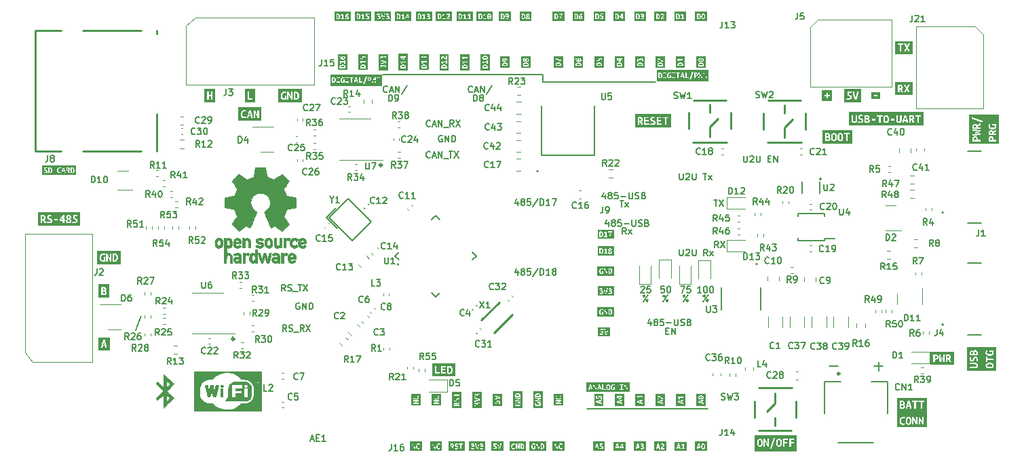
<source format=gbr>
%TF.GenerationSoftware,KiCad,Pcbnew,7.0.8*%
%TF.CreationDate,2024-02-15T12:40:34+05:30*%
%TF.ProjectId,ESP32-S3_DB,45535033-322d-4533-935f-44422e6b6963,rev?*%
%TF.SameCoordinates,Original*%
%TF.FileFunction,Legend,Top*%
%TF.FilePolarity,Positive*%
%FSLAX46Y46*%
G04 Gerber Fmt 4.6, Leading zero omitted, Abs format (unit mm)*
G04 Created by KiCad (PCBNEW 7.0.8) date 2024-02-15 12:40:34*
%MOMM*%
%LPD*%
G01*
G04 APERTURE LIST*
%ADD10C,0.150000*%
%ADD11C,0.200000*%
%ADD12C,0.175000*%
%ADD13C,0.120000*%
%ADD14C,0.250000*%
%ADD15C,0.100000*%
%ADD16C,0.127000*%
%ADD17C,0.300000*%
%ADD18C,0.010000*%
G04 APERTURE END LIST*
D10*
X158300000Y-95400000D02*
X158300000Y-94500000D01*
X158300000Y-94500000D02*
X138300000Y-94500000D01*
X178850000Y-136200000D02*
X163750000Y-136200000D01*
X107500000Y-126400000D02*
X108100000Y-124600000D01*
D11*
X194000000Y-130900000D02*
X195100000Y-130900000D01*
X200150000Y-131450000D02*
X200150000Y-130350000D01*
X199600000Y-130900000D02*
X200700000Y-130900000D01*
D10*
X172300000Y-95400000D02*
X158300000Y-95400000D01*
D12*
X170767511Y-122792995D02*
X171377035Y-121992995D01*
X170881797Y-121992995D02*
X170957988Y-122031090D01*
X170957988Y-122031090D02*
X170996083Y-122107280D01*
X170996083Y-122107280D02*
X170957988Y-122183471D01*
X170957988Y-122183471D02*
X170881797Y-122221566D01*
X170881797Y-122221566D02*
X170805607Y-122183471D01*
X170805607Y-122183471D02*
X170767511Y-122107280D01*
X170767511Y-122107280D02*
X170805607Y-122031090D01*
X170805607Y-122031090D02*
X170881797Y-121992995D01*
X171338940Y-122754900D02*
X171377035Y-122678709D01*
X171377035Y-122678709D02*
X171338940Y-122602519D01*
X171338940Y-122602519D02*
X171262750Y-122564423D01*
X171262750Y-122564423D02*
X171186559Y-122602519D01*
X171186559Y-122602519D02*
X171148464Y-122678709D01*
X171148464Y-122678709D02*
X171186559Y-122754900D01*
X171186559Y-122754900D02*
X171262750Y-122792995D01*
X171262750Y-122792995D02*
X171338940Y-122754900D01*
X173605607Y-126473947D02*
X173872273Y-126473947D01*
X173986559Y-126892995D02*
X173605607Y-126892995D01*
X173605607Y-126892995D02*
X173605607Y-126092995D01*
X173605607Y-126092995D02*
X173986559Y-126092995D01*
X174329417Y-126892995D02*
X174329417Y-126092995D01*
X174329417Y-126092995D02*
X174786560Y-126892995D01*
X174786560Y-126892995D02*
X174786560Y-126092995D01*
X167891321Y-110192995D02*
X168348464Y-110192995D01*
X168119892Y-110992995D02*
X168119892Y-110192995D01*
X168538940Y-110992995D02*
X168957988Y-110459661D01*
X168538940Y-110459661D02*
X168957988Y-110992995D01*
X155148464Y-110259661D02*
X155148464Y-110792995D01*
X154957988Y-109954900D02*
X154767511Y-110526328D01*
X154767511Y-110526328D02*
X155262750Y-110526328D01*
X155681797Y-110335852D02*
X155605607Y-110297757D01*
X155605607Y-110297757D02*
X155567512Y-110259661D01*
X155567512Y-110259661D02*
X155529416Y-110183471D01*
X155529416Y-110183471D02*
X155529416Y-110145376D01*
X155529416Y-110145376D02*
X155567512Y-110069185D01*
X155567512Y-110069185D02*
X155605607Y-110031090D01*
X155605607Y-110031090D02*
X155681797Y-109992995D01*
X155681797Y-109992995D02*
X155834178Y-109992995D01*
X155834178Y-109992995D02*
X155910369Y-110031090D01*
X155910369Y-110031090D02*
X155948464Y-110069185D01*
X155948464Y-110069185D02*
X155986559Y-110145376D01*
X155986559Y-110145376D02*
X155986559Y-110183471D01*
X155986559Y-110183471D02*
X155948464Y-110259661D01*
X155948464Y-110259661D02*
X155910369Y-110297757D01*
X155910369Y-110297757D02*
X155834178Y-110335852D01*
X155834178Y-110335852D02*
X155681797Y-110335852D01*
X155681797Y-110335852D02*
X155605607Y-110373947D01*
X155605607Y-110373947D02*
X155567512Y-110412042D01*
X155567512Y-110412042D02*
X155529416Y-110488233D01*
X155529416Y-110488233D02*
X155529416Y-110640614D01*
X155529416Y-110640614D02*
X155567512Y-110716804D01*
X155567512Y-110716804D02*
X155605607Y-110754900D01*
X155605607Y-110754900D02*
X155681797Y-110792995D01*
X155681797Y-110792995D02*
X155834178Y-110792995D01*
X155834178Y-110792995D02*
X155910369Y-110754900D01*
X155910369Y-110754900D02*
X155948464Y-110716804D01*
X155948464Y-110716804D02*
X155986559Y-110640614D01*
X155986559Y-110640614D02*
X155986559Y-110488233D01*
X155986559Y-110488233D02*
X155948464Y-110412042D01*
X155948464Y-110412042D02*
X155910369Y-110373947D01*
X155910369Y-110373947D02*
X155834178Y-110335852D01*
X156710369Y-109992995D02*
X156329417Y-109992995D01*
X156329417Y-109992995D02*
X156291321Y-110373947D01*
X156291321Y-110373947D02*
X156329417Y-110335852D01*
X156329417Y-110335852D02*
X156405607Y-110297757D01*
X156405607Y-110297757D02*
X156596083Y-110297757D01*
X156596083Y-110297757D02*
X156672274Y-110335852D01*
X156672274Y-110335852D02*
X156710369Y-110373947D01*
X156710369Y-110373947D02*
X156748464Y-110450138D01*
X156748464Y-110450138D02*
X156748464Y-110640614D01*
X156748464Y-110640614D02*
X156710369Y-110716804D01*
X156710369Y-110716804D02*
X156672274Y-110754900D01*
X156672274Y-110754900D02*
X156596083Y-110792995D01*
X156596083Y-110792995D02*
X156405607Y-110792995D01*
X156405607Y-110792995D02*
X156329417Y-110754900D01*
X156329417Y-110754900D02*
X156291321Y-110716804D01*
X157662750Y-109954900D02*
X156977036Y-110983471D01*
X157929417Y-110792995D02*
X157929417Y-109992995D01*
X157929417Y-109992995D02*
X158119893Y-109992995D01*
X158119893Y-109992995D02*
X158234179Y-110031090D01*
X158234179Y-110031090D02*
X158310369Y-110107280D01*
X158310369Y-110107280D02*
X158348464Y-110183471D01*
X158348464Y-110183471D02*
X158386560Y-110335852D01*
X158386560Y-110335852D02*
X158386560Y-110450138D01*
X158386560Y-110450138D02*
X158348464Y-110602519D01*
X158348464Y-110602519D02*
X158310369Y-110678709D01*
X158310369Y-110678709D02*
X158234179Y-110754900D01*
X158234179Y-110754900D02*
X158119893Y-110792995D01*
X158119893Y-110792995D02*
X157929417Y-110792995D01*
X159148464Y-110792995D02*
X158691321Y-110792995D01*
X158919893Y-110792995D02*
X158919893Y-109992995D01*
X158919893Y-109992995D02*
X158843702Y-110107280D01*
X158843702Y-110107280D02*
X158767512Y-110183471D01*
X158767512Y-110183471D02*
X158691321Y-110221566D01*
X159415131Y-109992995D02*
X159948465Y-109992995D01*
X159948465Y-109992995D02*
X159605607Y-110792995D01*
X178024654Y-121692995D02*
X177567511Y-121692995D01*
X177796083Y-121692995D02*
X177796083Y-120892995D01*
X177796083Y-120892995D02*
X177719892Y-121007280D01*
X177719892Y-121007280D02*
X177643702Y-121083471D01*
X177643702Y-121083471D02*
X177567511Y-121121566D01*
X178519893Y-120892995D02*
X178596083Y-120892995D01*
X178596083Y-120892995D02*
X178672274Y-120931090D01*
X178672274Y-120931090D02*
X178710369Y-120969185D01*
X178710369Y-120969185D02*
X178748464Y-121045376D01*
X178748464Y-121045376D02*
X178786559Y-121197757D01*
X178786559Y-121197757D02*
X178786559Y-121388233D01*
X178786559Y-121388233D02*
X178748464Y-121540614D01*
X178748464Y-121540614D02*
X178710369Y-121616804D01*
X178710369Y-121616804D02*
X178672274Y-121654900D01*
X178672274Y-121654900D02*
X178596083Y-121692995D01*
X178596083Y-121692995D02*
X178519893Y-121692995D01*
X178519893Y-121692995D02*
X178443702Y-121654900D01*
X178443702Y-121654900D02*
X178405607Y-121616804D01*
X178405607Y-121616804D02*
X178367512Y-121540614D01*
X178367512Y-121540614D02*
X178329416Y-121388233D01*
X178329416Y-121388233D02*
X178329416Y-121197757D01*
X178329416Y-121197757D02*
X178367512Y-121045376D01*
X178367512Y-121045376D02*
X178405607Y-120969185D01*
X178405607Y-120969185D02*
X178443702Y-120931090D01*
X178443702Y-120931090D02*
X178519893Y-120892995D01*
X179281798Y-120892995D02*
X179357988Y-120892995D01*
X179357988Y-120892995D02*
X179434179Y-120931090D01*
X179434179Y-120931090D02*
X179472274Y-120969185D01*
X179472274Y-120969185D02*
X179510369Y-121045376D01*
X179510369Y-121045376D02*
X179548464Y-121197757D01*
X179548464Y-121197757D02*
X179548464Y-121388233D01*
X179548464Y-121388233D02*
X179510369Y-121540614D01*
X179510369Y-121540614D02*
X179472274Y-121616804D01*
X179472274Y-121616804D02*
X179434179Y-121654900D01*
X179434179Y-121654900D02*
X179357988Y-121692995D01*
X179357988Y-121692995D02*
X179281798Y-121692995D01*
X179281798Y-121692995D02*
X179205607Y-121654900D01*
X179205607Y-121654900D02*
X179167512Y-121616804D01*
X179167512Y-121616804D02*
X179129417Y-121540614D01*
X179129417Y-121540614D02*
X179091321Y-121388233D01*
X179091321Y-121388233D02*
X179091321Y-121197757D01*
X179091321Y-121197757D02*
X179129417Y-121045376D01*
X179129417Y-121045376D02*
X179167512Y-120969185D01*
X179167512Y-120969185D02*
X179205607Y-120931090D01*
X179205607Y-120931090D02*
X179281798Y-120892995D01*
X179591321Y-110092995D02*
X180048464Y-110092995D01*
X179819892Y-110892995D02*
X179819892Y-110092995D01*
X180238940Y-110092995D02*
X180772274Y-110892995D01*
X180772274Y-110092995D02*
X180238940Y-110892995D01*
X149462750Y-96616804D02*
X149424654Y-96654900D01*
X149424654Y-96654900D02*
X149310369Y-96692995D01*
X149310369Y-96692995D02*
X149234178Y-96692995D01*
X149234178Y-96692995D02*
X149119892Y-96654900D01*
X149119892Y-96654900D02*
X149043702Y-96578709D01*
X149043702Y-96578709D02*
X149005607Y-96502519D01*
X149005607Y-96502519D02*
X148967511Y-96350138D01*
X148967511Y-96350138D02*
X148967511Y-96235852D01*
X148967511Y-96235852D02*
X149005607Y-96083471D01*
X149005607Y-96083471D02*
X149043702Y-96007280D01*
X149043702Y-96007280D02*
X149119892Y-95931090D01*
X149119892Y-95931090D02*
X149234178Y-95892995D01*
X149234178Y-95892995D02*
X149310369Y-95892995D01*
X149310369Y-95892995D02*
X149424654Y-95931090D01*
X149424654Y-95931090D02*
X149462750Y-95969185D01*
X149767511Y-96464423D02*
X150148464Y-96464423D01*
X149691321Y-96692995D02*
X149957988Y-95892995D01*
X149957988Y-95892995D02*
X150224654Y-96692995D01*
X150491321Y-96692995D02*
X150491321Y-95892995D01*
X150491321Y-95892995D02*
X150948464Y-96692995D01*
X150948464Y-96692995D02*
X150948464Y-95892995D01*
X151900844Y-95854900D02*
X151215130Y-96883471D01*
X155148464Y-118959661D02*
X155148464Y-119492995D01*
X154957988Y-118654900D02*
X154767511Y-119226328D01*
X154767511Y-119226328D02*
X155262750Y-119226328D01*
X155681797Y-119035852D02*
X155605607Y-118997757D01*
X155605607Y-118997757D02*
X155567512Y-118959661D01*
X155567512Y-118959661D02*
X155529416Y-118883471D01*
X155529416Y-118883471D02*
X155529416Y-118845376D01*
X155529416Y-118845376D02*
X155567512Y-118769185D01*
X155567512Y-118769185D02*
X155605607Y-118731090D01*
X155605607Y-118731090D02*
X155681797Y-118692995D01*
X155681797Y-118692995D02*
X155834178Y-118692995D01*
X155834178Y-118692995D02*
X155910369Y-118731090D01*
X155910369Y-118731090D02*
X155948464Y-118769185D01*
X155948464Y-118769185D02*
X155986559Y-118845376D01*
X155986559Y-118845376D02*
X155986559Y-118883471D01*
X155986559Y-118883471D02*
X155948464Y-118959661D01*
X155948464Y-118959661D02*
X155910369Y-118997757D01*
X155910369Y-118997757D02*
X155834178Y-119035852D01*
X155834178Y-119035852D02*
X155681797Y-119035852D01*
X155681797Y-119035852D02*
X155605607Y-119073947D01*
X155605607Y-119073947D02*
X155567512Y-119112042D01*
X155567512Y-119112042D02*
X155529416Y-119188233D01*
X155529416Y-119188233D02*
X155529416Y-119340614D01*
X155529416Y-119340614D02*
X155567512Y-119416804D01*
X155567512Y-119416804D02*
X155605607Y-119454900D01*
X155605607Y-119454900D02*
X155681797Y-119492995D01*
X155681797Y-119492995D02*
X155834178Y-119492995D01*
X155834178Y-119492995D02*
X155910369Y-119454900D01*
X155910369Y-119454900D02*
X155948464Y-119416804D01*
X155948464Y-119416804D02*
X155986559Y-119340614D01*
X155986559Y-119340614D02*
X155986559Y-119188233D01*
X155986559Y-119188233D02*
X155948464Y-119112042D01*
X155948464Y-119112042D02*
X155910369Y-119073947D01*
X155910369Y-119073947D02*
X155834178Y-119035852D01*
X156710369Y-118692995D02*
X156329417Y-118692995D01*
X156329417Y-118692995D02*
X156291321Y-119073947D01*
X156291321Y-119073947D02*
X156329417Y-119035852D01*
X156329417Y-119035852D02*
X156405607Y-118997757D01*
X156405607Y-118997757D02*
X156596083Y-118997757D01*
X156596083Y-118997757D02*
X156672274Y-119035852D01*
X156672274Y-119035852D02*
X156710369Y-119073947D01*
X156710369Y-119073947D02*
X156748464Y-119150138D01*
X156748464Y-119150138D02*
X156748464Y-119340614D01*
X156748464Y-119340614D02*
X156710369Y-119416804D01*
X156710369Y-119416804D02*
X156672274Y-119454900D01*
X156672274Y-119454900D02*
X156596083Y-119492995D01*
X156596083Y-119492995D02*
X156405607Y-119492995D01*
X156405607Y-119492995D02*
X156329417Y-119454900D01*
X156329417Y-119454900D02*
X156291321Y-119416804D01*
X157662750Y-118654900D02*
X156977036Y-119683471D01*
X157929417Y-119492995D02*
X157929417Y-118692995D01*
X157929417Y-118692995D02*
X158119893Y-118692995D01*
X158119893Y-118692995D02*
X158234179Y-118731090D01*
X158234179Y-118731090D02*
X158310369Y-118807280D01*
X158310369Y-118807280D02*
X158348464Y-118883471D01*
X158348464Y-118883471D02*
X158386560Y-119035852D01*
X158386560Y-119035852D02*
X158386560Y-119150138D01*
X158386560Y-119150138D02*
X158348464Y-119302519D01*
X158348464Y-119302519D02*
X158310369Y-119378709D01*
X158310369Y-119378709D02*
X158234179Y-119454900D01*
X158234179Y-119454900D02*
X158119893Y-119492995D01*
X158119893Y-119492995D02*
X157929417Y-119492995D01*
X159148464Y-119492995D02*
X158691321Y-119492995D01*
X158919893Y-119492995D02*
X158919893Y-118692995D01*
X158919893Y-118692995D02*
X158843702Y-118807280D01*
X158843702Y-118807280D02*
X158767512Y-118883471D01*
X158767512Y-118883471D02*
X158691321Y-118921566D01*
X159605607Y-119035852D02*
X159529417Y-118997757D01*
X159529417Y-118997757D02*
X159491322Y-118959661D01*
X159491322Y-118959661D02*
X159453226Y-118883471D01*
X159453226Y-118883471D02*
X159453226Y-118845376D01*
X159453226Y-118845376D02*
X159491322Y-118769185D01*
X159491322Y-118769185D02*
X159529417Y-118731090D01*
X159529417Y-118731090D02*
X159605607Y-118692995D01*
X159605607Y-118692995D02*
X159757988Y-118692995D01*
X159757988Y-118692995D02*
X159834179Y-118731090D01*
X159834179Y-118731090D02*
X159872274Y-118769185D01*
X159872274Y-118769185D02*
X159910369Y-118845376D01*
X159910369Y-118845376D02*
X159910369Y-118883471D01*
X159910369Y-118883471D02*
X159872274Y-118959661D01*
X159872274Y-118959661D02*
X159834179Y-118997757D01*
X159834179Y-118997757D02*
X159757988Y-119035852D01*
X159757988Y-119035852D02*
X159605607Y-119035852D01*
X159605607Y-119035852D02*
X159529417Y-119073947D01*
X159529417Y-119073947D02*
X159491322Y-119112042D01*
X159491322Y-119112042D02*
X159453226Y-119188233D01*
X159453226Y-119188233D02*
X159453226Y-119340614D01*
X159453226Y-119340614D02*
X159491322Y-119416804D01*
X159491322Y-119416804D02*
X159529417Y-119454900D01*
X159529417Y-119454900D02*
X159605607Y-119492995D01*
X159605607Y-119492995D02*
X159757988Y-119492995D01*
X159757988Y-119492995D02*
X159834179Y-119454900D01*
X159834179Y-119454900D02*
X159872274Y-119416804D01*
X159872274Y-119416804D02*
X159910369Y-119340614D01*
X159910369Y-119340614D02*
X159910369Y-119188233D01*
X159910369Y-119188233D02*
X159872274Y-119112042D01*
X159872274Y-119112042D02*
X159834179Y-119073947D01*
X159834179Y-119073947D02*
X159757988Y-119035852D01*
X175305607Y-116292995D02*
X175305607Y-116940614D01*
X175305607Y-116940614D02*
X175343702Y-117016804D01*
X175343702Y-117016804D02*
X175381797Y-117054900D01*
X175381797Y-117054900D02*
X175457988Y-117092995D01*
X175457988Y-117092995D02*
X175610369Y-117092995D01*
X175610369Y-117092995D02*
X175686559Y-117054900D01*
X175686559Y-117054900D02*
X175724654Y-117016804D01*
X175724654Y-117016804D02*
X175762750Y-116940614D01*
X175762750Y-116940614D02*
X175762750Y-116292995D01*
X176105606Y-116369185D02*
X176143702Y-116331090D01*
X176143702Y-116331090D02*
X176219892Y-116292995D01*
X176219892Y-116292995D02*
X176410368Y-116292995D01*
X176410368Y-116292995D02*
X176486559Y-116331090D01*
X176486559Y-116331090D02*
X176524654Y-116369185D01*
X176524654Y-116369185D02*
X176562749Y-116445376D01*
X176562749Y-116445376D02*
X176562749Y-116521566D01*
X176562749Y-116521566D02*
X176524654Y-116635852D01*
X176524654Y-116635852D02*
X176067511Y-117092995D01*
X176067511Y-117092995D02*
X176562749Y-117092995D01*
X176905607Y-116292995D02*
X176905607Y-116940614D01*
X176905607Y-116940614D02*
X176943702Y-117016804D01*
X176943702Y-117016804D02*
X176981797Y-117054900D01*
X176981797Y-117054900D02*
X177057988Y-117092995D01*
X177057988Y-117092995D02*
X177210369Y-117092995D01*
X177210369Y-117092995D02*
X177286559Y-117054900D01*
X177286559Y-117054900D02*
X177324654Y-117016804D01*
X177324654Y-117016804D02*
X177362750Y-116940614D01*
X177362750Y-116940614D02*
X177362750Y-116292995D01*
X178810369Y-117092995D02*
X178543702Y-116712042D01*
X178353226Y-117092995D02*
X178353226Y-116292995D01*
X178353226Y-116292995D02*
X178657988Y-116292995D01*
X178657988Y-116292995D02*
X178734178Y-116331090D01*
X178734178Y-116331090D02*
X178772273Y-116369185D01*
X178772273Y-116369185D02*
X178810369Y-116445376D01*
X178810369Y-116445376D02*
X178810369Y-116559661D01*
X178810369Y-116559661D02*
X178772273Y-116635852D01*
X178772273Y-116635852D02*
X178734178Y-116673947D01*
X178734178Y-116673947D02*
X178657988Y-116712042D01*
X178657988Y-116712042D02*
X178353226Y-116712042D01*
X179077035Y-117092995D02*
X179496083Y-116559661D01*
X179077035Y-116559661D02*
X179496083Y-117092995D01*
X173386559Y-120892995D02*
X173005607Y-120892995D01*
X173005607Y-120892995D02*
X172967511Y-121273947D01*
X172967511Y-121273947D02*
X173005607Y-121235852D01*
X173005607Y-121235852D02*
X173081797Y-121197757D01*
X173081797Y-121197757D02*
X173272273Y-121197757D01*
X173272273Y-121197757D02*
X173348464Y-121235852D01*
X173348464Y-121235852D02*
X173386559Y-121273947D01*
X173386559Y-121273947D02*
X173424654Y-121350138D01*
X173424654Y-121350138D02*
X173424654Y-121540614D01*
X173424654Y-121540614D02*
X173386559Y-121616804D01*
X173386559Y-121616804D02*
X173348464Y-121654900D01*
X173348464Y-121654900D02*
X173272273Y-121692995D01*
X173272273Y-121692995D02*
X173081797Y-121692995D01*
X173081797Y-121692995D02*
X173005607Y-121654900D01*
X173005607Y-121654900D02*
X172967511Y-121616804D01*
X173919893Y-120892995D02*
X173996083Y-120892995D01*
X173996083Y-120892995D02*
X174072274Y-120931090D01*
X174072274Y-120931090D02*
X174110369Y-120969185D01*
X174110369Y-120969185D02*
X174148464Y-121045376D01*
X174148464Y-121045376D02*
X174186559Y-121197757D01*
X174186559Y-121197757D02*
X174186559Y-121388233D01*
X174186559Y-121388233D02*
X174148464Y-121540614D01*
X174148464Y-121540614D02*
X174110369Y-121616804D01*
X174110369Y-121616804D02*
X174072274Y-121654900D01*
X174072274Y-121654900D02*
X173996083Y-121692995D01*
X173996083Y-121692995D02*
X173919893Y-121692995D01*
X173919893Y-121692995D02*
X173843702Y-121654900D01*
X173843702Y-121654900D02*
X173805607Y-121616804D01*
X173805607Y-121616804D02*
X173767512Y-121540614D01*
X173767512Y-121540614D02*
X173729416Y-121388233D01*
X173729416Y-121388233D02*
X173729416Y-121197757D01*
X173729416Y-121197757D02*
X173767512Y-121045376D01*
X173767512Y-121045376D02*
X173805607Y-120969185D01*
X173805607Y-120969185D02*
X173843702Y-120931090D01*
X173843702Y-120931090D02*
X173919893Y-120892995D01*
X183305607Y-104592995D02*
X183305607Y-105240614D01*
X183305607Y-105240614D02*
X183343702Y-105316804D01*
X183343702Y-105316804D02*
X183381797Y-105354900D01*
X183381797Y-105354900D02*
X183457988Y-105392995D01*
X183457988Y-105392995D02*
X183610369Y-105392995D01*
X183610369Y-105392995D02*
X183686559Y-105354900D01*
X183686559Y-105354900D02*
X183724654Y-105316804D01*
X183724654Y-105316804D02*
X183762750Y-105240614D01*
X183762750Y-105240614D02*
X183762750Y-104592995D01*
X184105606Y-104669185D02*
X184143702Y-104631090D01*
X184143702Y-104631090D02*
X184219892Y-104592995D01*
X184219892Y-104592995D02*
X184410368Y-104592995D01*
X184410368Y-104592995D02*
X184486559Y-104631090D01*
X184486559Y-104631090D02*
X184524654Y-104669185D01*
X184524654Y-104669185D02*
X184562749Y-104745376D01*
X184562749Y-104745376D02*
X184562749Y-104821566D01*
X184562749Y-104821566D02*
X184524654Y-104935852D01*
X184524654Y-104935852D02*
X184067511Y-105392995D01*
X184067511Y-105392995D02*
X184562749Y-105392995D01*
X184905607Y-104592995D02*
X184905607Y-105240614D01*
X184905607Y-105240614D02*
X184943702Y-105316804D01*
X184943702Y-105316804D02*
X184981797Y-105354900D01*
X184981797Y-105354900D02*
X185057988Y-105392995D01*
X185057988Y-105392995D02*
X185210369Y-105392995D01*
X185210369Y-105392995D02*
X185286559Y-105354900D01*
X185286559Y-105354900D02*
X185324654Y-105316804D01*
X185324654Y-105316804D02*
X185362750Y-105240614D01*
X185362750Y-105240614D02*
X185362750Y-104592995D01*
X186353226Y-104973947D02*
X186619892Y-104973947D01*
X186734178Y-105392995D02*
X186353226Y-105392995D01*
X186353226Y-105392995D02*
X186353226Y-104592995D01*
X186353226Y-104592995D02*
X186734178Y-104592995D01*
X187077036Y-105392995D02*
X187077036Y-104592995D01*
X187077036Y-104592995D02*
X187534179Y-105392995D01*
X187534179Y-105392995D02*
X187534179Y-104592995D01*
X171748464Y-125259661D02*
X171748464Y-125792995D01*
X171557988Y-124954900D02*
X171367511Y-125526328D01*
X171367511Y-125526328D02*
X171862750Y-125526328D01*
X172281797Y-125335852D02*
X172205607Y-125297757D01*
X172205607Y-125297757D02*
X172167512Y-125259661D01*
X172167512Y-125259661D02*
X172129416Y-125183471D01*
X172129416Y-125183471D02*
X172129416Y-125145376D01*
X172129416Y-125145376D02*
X172167512Y-125069185D01*
X172167512Y-125069185D02*
X172205607Y-125031090D01*
X172205607Y-125031090D02*
X172281797Y-124992995D01*
X172281797Y-124992995D02*
X172434178Y-124992995D01*
X172434178Y-124992995D02*
X172510369Y-125031090D01*
X172510369Y-125031090D02*
X172548464Y-125069185D01*
X172548464Y-125069185D02*
X172586559Y-125145376D01*
X172586559Y-125145376D02*
X172586559Y-125183471D01*
X172586559Y-125183471D02*
X172548464Y-125259661D01*
X172548464Y-125259661D02*
X172510369Y-125297757D01*
X172510369Y-125297757D02*
X172434178Y-125335852D01*
X172434178Y-125335852D02*
X172281797Y-125335852D01*
X172281797Y-125335852D02*
X172205607Y-125373947D01*
X172205607Y-125373947D02*
X172167512Y-125412042D01*
X172167512Y-125412042D02*
X172129416Y-125488233D01*
X172129416Y-125488233D02*
X172129416Y-125640614D01*
X172129416Y-125640614D02*
X172167512Y-125716804D01*
X172167512Y-125716804D02*
X172205607Y-125754900D01*
X172205607Y-125754900D02*
X172281797Y-125792995D01*
X172281797Y-125792995D02*
X172434178Y-125792995D01*
X172434178Y-125792995D02*
X172510369Y-125754900D01*
X172510369Y-125754900D02*
X172548464Y-125716804D01*
X172548464Y-125716804D02*
X172586559Y-125640614D01*
X172586559Y-125640614D02*
X172586559Y-125488233D01*
X172586559Y-125488233D02*
X172548464Y-125412042D01*
X172548464Y-125412042D02*
X172510369Y-125373947D01*
X172510369Y-125373947D02*
X172434178Y-125335852D01*
X173310369Y-124992995D02*
X172929417Y-124992995D01*
X172929417Y-124992995D02*
X172891321Y-125373947D01*
X172891321Y-125373947D02*
X172929417Y-125335852D01*
X172929417Y-125335852D02*
X173005607Y-125297757D01*
X173005607Y-125297757D02*
X173196083Y-125297757D01*
X173196083Y-125297757D02*
X173272274Y-125335852D01*
X173272274Y-125335852D02*
X173310369Y-125373947D01*
X173310369Y-125373947D02*
X173348464Y-125450138D01*
X173348464Y-125450138D02*
X173348464Y-125640614D01*
X173348464Y-125640614D02*
X173310369Y-125716804D01*
X173310369Y-125716804D02*
X173272274Y-125754900D01*
X173272274Y-125754900D02*
X173196083Y-125792995D01*
X173196083Y-125792995D02*
X173005607Y-125792995D01*
X173005607Y-125792995D02*
X172929417Y-125754900D01*
X172929417Y-125754900D02*
X172891321Y-125716804D01*
X173691322Y-125488233D02*
X174300846Y-125488233D01*
X174681798Y-124992995D02*
X174681798Y-125640614D01*
X174681798Y-125640614D02*
X174719893Y-125716804D01*
X174719893Y-125716804D02*
X174757988Y-125754900D01*
X174757988Y-125754900D02*
X174834179Y-125792995D01*
X174834179Y-125792995D02*
X174986560Y-125792995D01*
X174986560Y-125792995D02*
X175062750Y-125754900D01*
X175062750Y-125754900D02*
X175100845Y-125716804D01*
X175100845Y-125716804D02*
X175138941Y-125640614D01*
X175138941Y-125640614D02*
X175138941Y-124992995D01*
X175481797Y-125754900D02*
X175596083Y-125792995D01*
X175596083Y-125792995D02*
X175786559Y-125792995D01*
X175786559Y-125792995D02*
X175862750Y-125754900D01*
X175862750Y-125754900D02*
X175900845Y-125716804D01*
X175900845Y-125716804D02*
X175938940Y-125640614D01*
X175938940Y-125640614D02*
X175938940Y-125564423D01*
X175938940Y-125564423D02*
X175900845Y-125488233D01*
X175900845Y-125488233D02*
X175862750Y-125450138D01*
X175862750Y-125450138D02*
X175786559Y-125412042D01*
X175786559Y-125412042D02*
X175634178Y-125373947D01*
X175634178Y-125373947D02*
X175557988Y-125335852D01*
X175557988Y-125335852D02*
X175519893Y-125297757D01*
X175519893Y-125297757D02*
X175481797Y-125221566D01*
X175481797Y-125221566D02*
X175481797Y-125145376D01*
X175481797Y-125145376D02*
X175519893Y-125069185D01*
X175519893Y-125069185D02*
X175557988Y-125031090D01*
X175557988Y-125031090D02*
X175634178Y-124992995D01*
X175634178Y-124992995D02*
X175824655Y-124992995D01*
X175824655Y-124992995D02*
X175938940Y-125031090D01*
X176548464Y-125373947D02*
X176662750Y-125412042D01*
X176662750Y-125412042D02*
X176700845Y-125450138D01*
X176700845Y-125450138D02*
X176738941Y-125526328D01*
X176738941Y-125526328D02*
X176738941Y-125640614D01*
X176738941Y-125640614D02*
X176700845Y-125716804D01*
X176700845Y-125716804D02*
X176662750Y-125754900D01*
X176662750Y-125754900D02*
X176586560Y-125792995D01*
X176586560Y-125792995D02*
X176281798Y-125792995D01*
X176281798Y-125792995D02*
X176281798Y-124992995D01*
X176281798Y-124992995D02*
X176548464Y-124992995D01*
X176548464Y-124992995D02*
X176624655Y-125031090D01*
X176624655Y-125031090D02*
X176662750Y-125069185D01*
X176662750Y-125069185D02*
X176700845Y-125145376D01*
X176700845Y-125145376D02*
X176700845Y-125221566D01*
X176700845Y-125221566D02*
X176662750Y-125297757D01*
X176662750Y-125297757D02*
X176624655Y-125335852D01*
X176624655Y-125335852D02*
X176548464Y-125373947D01*
X176548464Y-125373947D02*
X176281798Y-125373947D01*
X170467511Y-120969185D02*
X170505607Y-120931090D01*
X170505607Y-120931090D02*
X170581797Y-120892995D01*
X170581797Y-120892995D02*
X170772273Y-120892995D01*
X170772273Y-120892995D02*
X170848464Y-120931090D01*
X170848464Y-120931090D02*
X170886559Y-120969185D01*
X170886559Y-120969185D02*
X170924654Y-121045376D01*
X170924654Y-121045376D02*
X170924654Y-121121566D01*
X170924654Y-121121566D02*
X170886559Y-121235852D01*
X170886559Y-121235852D02*
X170429416Y-121692995D01*
X170429416Y-121692995D02*
X170924654Y-121692995D01*
X171648464Y-120892995D02*
X171267512Y-120892995D01*
X171267512Y-120892995D02*
X171229416Y-121273947D01*
X171229416Y-121273947D02*
X171267512Y-121235852D01*
X171267512Y-121235852D02*
X171343702Y-121197757D01*
X171343702Y-121197757D02*
X171534178Y-121197757D01*
X171534178Y-121197757D02*
X171610369Y-121235852D01*
X171610369Y-121235852D02*
X171648464Y-121273947D01*
X171648464Y-121273947D02*
X171686559Y-121350138D01*
X171686559Y-121350138D02*
X171686559Y-121540614D01*
X171686559Y-121540614D02*
X171648464Y-121616804D01*
X171648464Y-121616804D02*
X171610369Y-121654900D01*
X171610369Y-121654900D02*
X171534178Y-121692995D01*
X171534178Y-121692995D02*
X171343702Y-121692995D01*
X171343702Y-121692995D02*
X171267512Y-121654900D01*
X171267512Y-121654900D02*
X171229416Y-121616804D01*
X175767511Y-122792995D02*
X176377035Y-121992995D01*
X175881797Y-121992995D02*
X175957988Y-122031090D01*
X175957988Y-122031090D02*
X175996083Y-122107280D01*
X175996083Y-122107280D02*
X175957988Y-122183471D01*
X175957988Y-122183471D02*
X175881797Y-122221566D01*
X175881797Y-122221566D02*
X175805607Y-122183471D01*
X175805607Y-122183471D02*
X175767511Y-122107280D01*
X175767511Y-122107280D02*
X175805607Y-122031090D01*
X175805607Y-122031090D02*
X175881797Y-121992995D01*
X176338940Y-122754900D02*
X176377035Y-122678709D01*
X176377035Y-122678709D02*
X176338940Y-122602519D01*
X176338940Y-122602519D02*
X176262750Y-122564423D01*
X176262750Y-122564423D02*
X176186559Y-122602519D01*
X176186559Y-122602519D02*
X176148464Y-122678709D01*
X176148464Y-122678709D02*
X176186559Y-122754900D01*
X176186559Y-122754900D02*
X176262750Y-122792995D01*
X176262750Y-122792995D02*
X176338940Y-122754900D01*
X139005607Y-97792995D02*
X139005607Y-96992995D01*
X139005607Y-96992995D02*
X139196083Y-96992995D01*
X139196083Y-96992995D02*
X139310369Y-97031090D01*
X139310369Y-97031090D02*
X139386559Y-97107280D01*
X139386559Y-97107280D02*
X139424654Y-97183471D01*
X139424654Y-97183471D02*
X139462750Y-97335852D01*
X139462750Y-97335852D02*
X139462750Y-97450138D01*
X139462750Y-97450138D02*
X139424654Y-97602519D01*
X139424654Y-97602519D02*
X139386559Y-97678709D01*
X139386559Y-97678709D02*
X139310369Y-97754900D01*
X139310369Y-97754900D02*
X139196083Y-97792995D01*
X139196083Y-97792995D02*
X139005607Y-97792995D01*
X139843702Y-97792995D02*
X139996083Y-97792995D01*
X139996083Y-97792995D02*
X140072273Y-97754900D01*
X140072273Y-97754900D02*
X140110369Y-97716804D01*
X140110369Y-97716804D02*
X140186559Y-97602519D01*
X140186559Y-97602519D02*
X140224654Y-97450138D01*
X140224654Y-97450138D02*
X140224654Y-97145376D01*
X140224654Y-97145376D02*
X140186559Y-97069185D01*
X140186559Y-97069185D02*
X140148464Y-97031090D01*
X140148464Y-97031090D02*
X140072273Y-96992995D01*
X140072273Y-96992995D02*
X139919892Y-96992995D01*
X139919892Y-96992995D02*
X139843702Y-97031090D01*
X139843702Y-97031090D02*
X139805607Y-97069185D01*
X139805607Y-97069185D02*
X139767511Y-97145376D01*
X139767511Y-97145376D02*
X139767511Y-97335852D01*
X139767511Y-97335852D02*
X139805607Y-97412042D01*
X139805607Y-97412042D02*
X139843702Y-97450138D01*
X139843702Y-97450138D02*
X139919892Y-97488233D01*
X139919892Y-97488233D02*
X140072273Y-97488233D01*
X140072273Y-97488233D02*
X140148464Y-97450138D01*
X140148464Y-97450138D02*
X140186559Y-97412042D01*
X140186559Y-97412042D02*
X140224654Y-97335852D01*
X166448464Y-112859661D02*
X166448464Y-113392995D01*
X166257988Y-112554900D02*
X166067511Y-113126328D01*
X166067511Y-113126328D02*
X166562750Y-113126328D01*
X166981797Y-112935852D02*
X166905607Y-112897757D01*
X166905607Y-112897757D02*
X166867512Y-112859661D01*
X166867512Y-112859661D02*
X166829416Y-112783471D01*
X166829416Y-112783471D02*
X166829416Y-112745376D01*
X166829416Y-112745376D02*
X166867512Y-112669185D01*
X166867512Y-112669185D02*
X166905607Y-112631090D01*
X166905607Y-112631090D02*
X166981797Y-112592995D01*
X166981797Y-112592995D02*
X167134178Y-112592995D01*
X167134178Y-112592995D02*
X167210369Y-112631090D01*
X167210369Y-112631090D02*
X167248464Y-112669185D01*
X167248464Y-112669185D02*
X167286559Y-112745376D01*
X167286559Y-112745376D02*
X167286559Y-112783471D01*
X167286559Y-112783471D02*
X167248464Y-112859661D01*
X167248464Y-112859661D02*
X167210369Y-112897757D01*
X167210369Y-112897757D02*
X167134178Y-112935852D01*
X167134178Y-112935852D02*
X166981797Y-112935852D01*
X166981797Y-112935852D02*
X166905607Y-112973947D01*
X166905607Y-112973947D02*
X166867512Y-113012042D01*
X166867512Y-113012042D02*
X166829416Y-113088233D01*
X166829416Y-113088233D02*
X166829416Y-113240614D01*
X166829416Y-113240614D02*
X166867512Y-113316804D01*
X166867512Y-113316804D02*
X166905607Y-113354900D01*
X166905607Y-113354900D02*
X166981797Y-113392995D01*
X166981797Y-113392995D02*
X167134178Y-113392995D01*
X167134178Y-113392995D02*
X167210369Y-113354900D01*
X167210369Y-113354900D02*
X167248464Y-113316804D01*
X167248464Y-113316804D02*
X167286559Y-113240614D01*
X167286559Y-113240614D02*
X167286559Y-113088233D01*
X167286559Y-113088233D02*
X167248464Y-113012042D01*
X167248464Y-113012042D02*
X167210369Y-112973947D01*
X167210369Y-112973947D02*
X167134178Y-112935852D01*
X168010369Y-112592995D02*
X167629417Y-112592995D01*
X167629417Y-112592995D02*
X167591321Y-112973947D01*
X167591321Y-112973947D02*
X167629417Y-112935852D01*
X167629417Y-112935852D02*
X167705607Y-112897757D01*
X167705607Y-112897757D02*
X167896083Y-112897757D01*
X167896083Y-112897757D02*
X167972274Y-112935852D01*
X167972274Y-112935852D02*
X168010369Y-112973947D01*
X168010369Y-112973947D02*
X168048464Y-113050138D01*
X168048464Y-113050138D02*
X168048464Y-113240614D01*
X168048464Y-113240614D02*
X168010369Y-113316804D01*
X168010369Y-113316804D02*
X167972274Y-113354900D01*
X167972274Y-113354900D02*
X167896083Y-113392995D01*
X167896083Y-113392995D02*
X167705607Y-113392995D01*
X167705607Y-113392995D02*
X167629417Y-113354900D01*
X167629417Y-113354900D02*
X167591321Y-113316804D01*
X168391322Y-113088233D02*
X169000846Y-113088233D01*
X169381798Y-112592995D02*
X169381798Y-113240614D01*
X169381798Y-113240614D02*
X169419893Y-113316804D01*
X169419893Y-113316804D02*
X169457988Y-113354900D01*
X169457988Y-113354900D02*
X169534179Y-113392995D01*
X169534179Y-113392995D02*
X169686560Y-113392995D01*
X169686560Y-113392995D02*
X169762750Y-113354900D01*
X169762750Y-113354900D02*
X169800845Y-113316804D01*
X169800845Y-113316804D02*
X169838941Y-113240614D01*
X169838941Y-113240614D02*
X169838941Y-112592995D01*
X170181797Y-113354900D02*
X170296083Y-113392995D01*
X170296083Y-113392995D02*
X170486559Y-113392995D01*
X170486559Y-113392995D02*
X170562750Y-113354900D01*
X170562750Y-113354900D02*
X170600845Y-113316804D01*
X170600845Y-113316804D02*
X170638940Y-113240614D01*
X170638940Y-113240614D02*
X170638940Y-113164423D01*
X170638940Y-113164423D02*
X170600845Y-113088233D01*
X170600845Y-113088233D02*
X170562750Y-113050138D01*
X170562750Y-113050138D02*
X170486559Y-113012042D01*
X170486559Y-113012042D02*
X170334178Y-112973947D01*
X170334178Y-112973947D02*
X170257988Y-112935852D01*
X170257988Y-112935852D02*
X170219893Y-112897757D01*
X170219893Y-112897757D02*
X170181797Y-112821566D01*
X170181797Y-112821566D02*
X170181797Y-112745376D01*
X170181797Y-112745376D02*
X170219893Y-112669185D01*
X170219893Y-112669185D02*
X170257988Y-112631090D01*
X170257988Y-112631090D02*
X170334178Y-112592995D01*
X170334178Y-112592995D02*
X170524655Y-112592995D01*
X170524655Y-112592995D02*
X170638940Y-112631090D01*
X171248464Y-112973947D02*
X171362750Y-113012042D01*
X171362750Y-113012042D02*
X171400845Y-113050138D01*
X171400845Y-113050138D02*
X171438941Y-113126328D01*
X171438941Y-113126328D02*
X171438941Y-113240614D01*
X171438941Y-113240614D02*
X171400845Y-113316804D01*
X171400845Y-113316804D02*
X171362750Y-113354900D01*
X171362750Y-113354900D02*
X171286560Y-113392995D01*
X171286560Y-113392995D02*
X170981798Y-113392995D01*
X170981798Y-113392995D02*
X170981798Y-112592995D01*
X170981798Y-112592995D02*
X171248464Y-112592995D01*
X171248464Y-112592995D02*
X171324655Y-112631090D01*
X171324655Y-112631090D02*
X171362750Y-112669185D01*
X171362750Y-112669185D02*
X171400845Y-112745376D01*
X171400845Y-112745376D02*
X171400845Y-112821566D01*
X171400845Y-112821566D02*
X171362750Y-112897757D01*
X171362750Y-112897757D02*
X171324655Y-112935852D01*
X171324655Y-112935852D02*
X171248464Y-112973947D01*
X171248464Y-112973947D02*
X170981798Y-112973947D01*
X178267511Y-122792995D02*
X178877035Y-121992995D01*
X178381797Y-121992995D02*
X178457988Y-122031090D01*
X178457988Y-122031090D02*
X178496083Y-122107280D01*
X178496083Y-122107280D02*
X178457988Y-122183471D01*
X178457988Y-122183471D02*
X178381797Y-122221566D01*
X178381797Y-122221566D02*
X178305607Y-122183471D01*
X178305607Y-122183471D02*
X178267511Y-122107280D01*
X178267511Y-122107280D02*
X178305607Y-122031090D01*
X178305607Y-122031090D02*
X178381797Y-121992995D01*
X178838940Y-122754900D02*
X178877035Y-122678709D01*
X178877035Y-122678709D02*
X178838940Y-122602519D01*
X178838940Y-122602519D02*
X178762750Y-122564423D01*
X178762750Y-122564423D02*
X178686559Y-122602519D01*
X178686559Y-122602519D02*
X178648464Y-122678709D01*
X178648464Y-122678709D02*
X178686559Y-122754900D01*
X178686559Y-122754900D02*
X178762750Y-122792995D01*
X178762750Y-122792995D02*
X178838940Y-122754900D01*
X175429416Y-120892995D02*
X175962750Y-120892995D01*
X175962750Y-120892995D02*
X175619892Y-121692995D01*
X176648464Y-120892995D02*
X176267512Y-120892995D01*
X176267512Y-120892995D02*
X176229416Y-121273947D01*
X176229416Y-121273947D02*
X176267512Y-121235852D01*
X176267512Y-121235852D02*
X176343702Y-121197757D01*
X176343702Y-121197757D02*
X176534178Y-121197757D01*
X176534178Y-121197757D02*
X176610369Y-121235852D01*
X176610369Y-121235852D02*
X176648464Y-121273947D01*
X176648464Y-121273947D02*
X176686559Y-121350138D01*
X176686559Y-121350138D02*
X176686559Y-121540614D01*
X176686559Y-121540614D02*
X176648464Y-121616804D01*
X176648464Y-121616804D02*
X176610369Y-121654900D01*
X176610369Y-121654900D02*
X176534178Y-121692995D01*
X176534178Y-121692995D02*
X176343702Y-121692995D01*
X176343702Y-121692995D02*
X176267512Y-121654900D01*
X176267512Y-121654900D02*
X176229416Y-121616804D01*
X180162750Y-116092995D02*
X179896083Y-115712042D01*
X179705607Y-116092995D02*
X179705607Y-115292995D01*
X179705607Y-115292995D02*
X180010369Y-115292995D01*
X180010369Y-115292995D02*
X180086559Y-115331090D01*
X180086559Y-115331090D02*
X180124654Y-115369185D01*
X180124654Y-115369185D02*
X180162750Y-115445376D01*
X180162750Y-115445376D02*
X180162750Y-115559661D01*
X180162750Y-115559661D02*
X180124654Y-115635852D01*
X180124654Y-115635852D02*
X180086559Y-115673947D01*
X180086559Y-115673947D02*
X180010369Y-115712042D01*
X180010369Y-115712042D02*
X179705607Y-115712042D01*
X180429416Y-115292995D02*
X180962750Y-116092995D01*
X180962750Y-115292995D02*
X180429416Y-116092995D01*
X173267511Y-122792995D02*
X173877035Y-121992995D01*
X173381797Y-121992995D02*
X173457988Y-122031090D01*
X173457988Y-122031090D02*
X173496083Y-122107280D01*
X173496083Y-122107280D02*
X173457988Y-122183471D01*
X173457988Y-122183471D02*
X173381797Y-122221566D01*
X173381797Y-122221566D02*
X173305607Y-122183471D01*
X173305607Y-122183471D02*
X173267511Y-122107280D01*
X173267511Y-122107280D02*
X173305607Y-122031090D01*
X173305607Y-122031090D02*
X173381797Y-121992995D01*
X173838940Y-122754900D02*
X173877035Y-122678709D01*
X173877035Y-122678709D02*
X173838940Y-122602519D01*
X173838940Y-122602519D02*
X173762750Y-122564423D01*
X173762750Y-122564423D02*
X173686559Y-122602519D01*
X173686559Y-122602519D02*
X173648464Y-122678709D01*
X173648464Y-122678709D02*
X173686559Y-122754900D01*
X173686559Y-122754900D02*
X173762750Y-122792995D01*
X173762750Y-122792995D02*
X173838940Y-122754900D01*
X168662750Y-114392995D02*
X168396083Y-114012042D01*
X168205607Y-114392995D02*
X168205607Y-113592995D01*
X168205607Y-113592995D02*
X168510369Y-113592995D01*
X168510369Y-113592995D02*
X168586559Y-113631090D01*
X168586559Y-113631090D02*
X168624654Y-113669185D01*
X168624654Y-113669185D02*
X168662750Y-113745376D01*
X168662750Y-113745376D02*
X168662750Y-113859661D01*
X168662750Y-113859661D02*
X168624654Y-113935852D01*
X168624654Y-113935852D02*
X168586559Y-113973947D01*
X168586559Y-113973947D02*
X168510369Y-114012042D01*
X168510369Y-114012042D02*
X168205607Y-114012042D01*
X168929416Y-114392995D02*
X169348464Y-113859661D01*
X168929416Y-113859661D02*
X169348464Y-114392995D01*
X149605607Y-97792995D02*
X149605607Y-96992995D01*
X149605607Y-96992995D02*
X149796083Y-96992995D01*
X149796083Y-96992995D02*
X149910369Y-97031090D01*
X149910369Y-97031090D02*
X149986559Y-97107280D01*
X149986559Y-97107280D02*
X150024654Y-97183471D01*
X150024654Y-97183471D02*
X150062750Y-97335852D01*
X150062750Y-97335852D02*
X150062750Y-97450138D01*
X150062750Y-97450138D02*
X150024654Y-97602519D01*
X150024654Y-97602519D02*
X149986559Y-97678709D01*
X149986559Y-97678709D02*
X149910369Y-97754900D01*
X149910369Y-97754900D02*
X149796083Y-97792995D01*
X149796083Y-97792995D02*
X149605607Y-97792995D01*
X150519892Y-97335852D02*
X150443702Y-97297757D01*
X150443702Y-97297757D02*
X150405607Y-97259661D01*
X150405607Y-97259661D02*
X150367511Y-97183471D01*
X150367511Y-97183471D02*
X150367511Y-97145376D01*
X150367511Y-97145376D02*
X150405607Y-97069185D01*
X150405607Y-97069185D02*
X150443702Y-97031090D01*
X150443702Y-97031090D02*
X150519892Y-96992995D01*
X150519892Y-96992995D02*
X150672273Y-96992995D01*
X150672273Y-96992995D02*
X150748464Y-97031090D01*
X150748464Y-97031090D02*
X150786559Y-97069185D01*
X150786559Y-97069185D02*
X150824654Y-97145376D01*
X150824654Y-97145376D02*
X150824654Y-97183471D01*
X150824654Y-97183471D02*
X150786559Y-97259661D01*
X150786559Y-97259661D02*
X150748464Y-97297757D01*
X150748464Y-97297757D02*
X150672273Y-97335852D01*
X150672273Y-97335852D02*
X150519892Y-97335852D01*
X150519892Y-97335852D02*
X150443702Y-97373947D01*
X150443702Y-97373947D02*
X150405607Y-97412042D01*
X150405607Y-97412042D02*
X150367511Y-97488233D01*
X150367511Y-97488233D02*
X150367511Y-97640614D01*
X150367511Y-97640614D02*
X150405607Y-97716804D01*
X150405607Y-97716804D02*
X150443702Y-97754900D01*
X150443702Y-97754900D02*
X150519892Y-97792995D01*
X150519892Y-97792995D02*
X150672273Y-97792995D01*
X150672273Y-97792995D02*
X150748464Y-97754900D01*
X150748464Y-97754900D02*
X150786559Y-97716804D01*
X150786559Y-97716804D02*
X150824654Y-97640614D01*
X150824654Y-97640614D02*
X150824654Y-97488233D01*
X150824654Y-97488233D02*
X150786559Y-97412042D01*
X150786559Y-97412042D02*
X150748464Y-97373947D01*
X150748464Y-97373947D02*
X150672273Y-97335852D01*
X175305607Y-106792995D02*
X175305607Y-107440614D01*
X175305607Y-107440614D02*
X175343702Y-107516804D01*
X175343702Y-107516804D02*
X175381797Y-107554900D01*
X175381797Y-107554900D02*
X175457988Y-107592995D01*
X175457988Y-107592995D02*
X175610369Y-107592995D01*
X175610369Y-107592995D02*
X175686559Y-107554900D01*
X175686559Y-107554900D02*
X175724654Y-107516804D01*
X175724654Y-107516804D02*
X175762750Y-107440614D01*
X175762750Y-107440614D02*
X175762750Y-106792995D01*
X176105606Y-106869185D02*
X176143702Y-106831090D01*
X176143702Y-106831090D02*
X176219892Y-106792995D01*
X176219892Y-106792995D02*
X176410368Y-106792995D01*
X176410368Y-106792995D02*
X176486559Y-106831090D01*
X176486559Y-106831090D02*
X176524654Y-106869185D01*
X176524654Y-106869185D02*
X176562749Y-106945376D01*
X176562749Y-106945376D02*
X176562749Y-107021566D01*
X176562749Y-107021566D02*
X176524654Y-107135852D01*
X176524654Y-107135852D02*
X176067511Y-107592995D01*
X176067511Y-107592995D02*
X176562749Y-107592995D01*
X176905607Y-106792995D02*
X176905607Y-107440614D01*
X176905607Y-107440614D02*
X176943702Y-107516804D01*
X176943702Y-107516804D02*
X176981797Y-107554900D01*
X176981797Y-107554900D02*
X177057988Y-107592995D01*
X177057988Y-107592995D02*
X177210369Y-107592995D01*
X177210369Y-107592995D02*
X177286559Y-107554900D01*
X177286559Y-107554900D02*
X177324654Y-107516804D01*
X177324654Y-107516804D02*
X177362750Y-107440614D01*
X177362750Y-107440614D02*
X177362750Y-106792995D01*
X178238940Y-106792995D02*
X178696083Y-106792995D01*
X178467511Y-107592995D02*
X178467511Y-106792995D01*
X178886559Y-107592995D02*
X179305607Y-107059661D01*
X178886559Y-107059661D02*
X179305607Y-107592995D01*
X138862750Y-96616804D02*
X138824654Y-96654900D01*
X138824654Y-96654900D02*
X138710369Y-96692995D01*
X138710369Y-96692995D02*
X138634178Y-96692995D01*
X138634178Y-96692995D02*
X138519892Y-96654900D01*
X138519892Y-96654900D02*
X138443702Y-96578709D01*
X138443702Y-96578709D02*
X138405607Y-96502519D01*
X138405607Y-96502519D02*
X138367511Y-96350138D01*
X138367511Y-96350138D02*
X138367511Y-96235852D01*
X138367511Y-96235852D02*
X138405607Y-96083471D01*
X138405607Y-96083471D02*
X138443702Y-96007280D01*
X138443702Y-96007280D02*
X138519892Y-95931090D01*
X138519892Y-95931090D02*
X138634178Y-95892995D01*
X138634178Y-95892995D02*
X138710369Y-95892995D01*
X138710369Y-95892995D02*
X138824654Y-95931090D01*
X138824654Y-95931090D02*
X138862750Y-95969185D01*
X139167511Y-96464423D02*
X139548464Y-96464423D01*
X139091321Y-96692995D02*
X139357988Y-95892995D01*
X139357988Y-95892995D02*
X139624654Y-96692995D01*
X139891321Y-96692995D02*
X139891321Y-95892995D01*
X139891321Y-95892995D02*
X140348464Y-96692995D01*
X140348464Y-96692995D02*
X140348464Y-95892995D01*
X141300844Y-95854900D02*
X140615130Y-96883471D01*
X166048464Y-109459661D02*
X166048464Y-109992995D01*
X165857988Y-109154900D02*
X165667511Y-109726328D01*
X165667511Y-109726328D02*
X166162750Y-109726328D01*
X166581797Y-109535852D02*
X166505607Y-109497757D01*
X166505607Y-109497757D02*
X166467512Y-109459661D01*
X166467512Y-109459661D02*
X166429416Y-109383471D01*
X166429416Y-109383471D02*
X166429416Y-109345376D01*
X166429416Y-109345376D02*
X166467512Y-109269185D01*
X166467512Y-109269185D02*
X166505607Y-109231090D01*
X166505607Y-109231090D02*
X166581797Y-109192995D01*
X166581797Y-109192995D02*
X166734178Y-109192995D01*
X166734178Y-109192995D02*
X166810369Y-109231090D01*
X166810369Y-109231090D02*
X166848464Y-109269185D01*
X166848464Y-109269185D02*
X166886559Y-109345376D01*
X166886559Y-109345376D02*
X166886559Y-109383471D01*
X166886559Y-109383471D02*
X166848464Y-109459661D01*
X166848464Y-109459661D02*
X166810369Y-109497757D01*
X166810369Y-109497757D02*
X166734178Y-109535852D01*
X166734178Y-109535852D02*
X166581797Y-109535852D01*
X166581797Y-109535852D02*
X166505607Y-109573947D01*
X166505607Y-109573947D02*
X166467512Y-109612042D01*
X166467512Y-109612042D02*
X166429416Y-109688233D01*
X166429416Y-109688233D02*
X166429416Y-109840614D01*
X166429416Y-109840614D02*
X166467512Y-109916804D01*
X166467512Y-109916804D02*
X166505607Y-109954900D01*
X166505607Y-109954900D02*
X166581797Y-109992995D01*
X166581797Y-109992995D02*
X166734178Y-109992995D01*
X166734178Y-109992995D02*
X166810369Y-109954900D01*
X166810369Y-109954900D02*
X166848464Y-109916804D01*
X166848464Y-109916804D02*
X166886559Y-109840614D01*
X166886559Y-109840614D02*
X166886559Y-109688233D01*
X166886559Y-109688233D02*
X166848464Y-109612042D01*
X166848464Y-109612042D02*
X166810369Y-109573947D01*
X166810369Y-109573947D02*
X166734178Y-109535852D01*
X167610369Y-109192995D02*
X167229417Y-109192995D01*
X167229417Y-109192995D02*
X167191321Y-109573947D01*
X167191321Y-109573947D02*
X167229417Y-109535852D01*
X167229417Y-109535852D02*
X167305607Y-109497757D01*
X167305607Y-109497757D02*
X167496083Y-109497757D01*
X167496083Y-109497757D02*
X167572274Y-109535852D01*
X167572274Y-109535852D02*
X167610369Y-109573947D01*
X167610369Y-109573947D02*
X167648464Y-109650138D01*
X167648464Y-109650138D02*
X167648464Y-109840614D01*
X167648464Y-109840614D02*
X167610369Y-109916804D01*
X167610369Y-109916804D02*
X167572274Y-109954900D01*
X167572274Y-109954900D02*
X167496083Y-109992995D01*
X167496083Y-109992995D02*
X167305607Y-109992995D01*
X167305607Y-109992995D02*
X167229417Y-109954900D01*
X167229417Y-109954900D02*
X167191321Y-109916804D01*
X167991322Y-109688233D02*
X168600846Y-109688233D01*
X168981798Y-109192995D02*
X168981798Y-109840614D01*
X168981798Y-109840614D02*
X169019893Y-109916804D01*
X169019893Y-109916804D02*
X169057988Y-109954900D01*
X169057988Y-109954900D02*
X169134179Y-109992995D01*
X169134179Y-109992995D02*
X169286560Y-109992995D01*
X169286560Y-109992995D02*
X169362750Y-109954900D01*
X169362750Y-109954900D02*
X169400845Y-109916804D01*
X169400845Y-109916804D02*
X169438941Y-109840614D01*
X169438941Y-109840614D02*
X169438941Y-109192995D01*
X169781797Y-109954900D02*
X169896083Y-109992995D01*
X169896083Y-109992995D02*
X170086559Y-109992995D01*
X170086559Y-109992995D02*
X170162750Y-109954900D01*
X170162750Y-109954900D02*
X170200845Y-109916804D01*
X170200845Y-109916804D02*
X170238940Y-109840614D01*
X170238940Y-109840614D02*
X170238940Y-109764423D01*
X170238940Y-109764423D02*
X170200845Y-109688233D01*
X170200845Y-109688233D02*
X170162750Y-109650138D01*
X170162750Y-109650138D02*
X170086559Y-109612042D01*
X170086559Y-109612042D02*
X169934178Y-109573947D01*
X169934178Y-109573947D02*
X169857988Y-109535852D01*
X169857988Y-109535852D02*
X169819893Y-109497757D01*
X169819893Y-109497757D02*
X169781797Y-109421566D01*
X169781797Y-109421566D02*
X169781797Y-109345376D01*
X169781797Y-109345376D02*
X169819893Y-109269185D01*
X169819893Y-109269185D02*
X169857988Y-109231090D01*
X169857988Y-109231090D02*
X169934178Y-109192995D01*
X169934178Y-109192995D02*
X170124655Y-109192995D01*
X170124655Y-109192995D02*
X170238940Y-109231090D01*
X170848464Y-109573947D02*
X170962750Y-109612042D01*
X170962750Y-109612042D02*
X171000845Y-109650138D01*
X171000845Y-109650138D02*
X171038941Y-109726328D01*
X171038941Y-109726328D02*
X171038941Y-109840614D01*
X171038941Y-109840614D02*
X171000845Y-109916804D01*
X171000845Y-109916804D02*
X170962750Y-109954900D01*
X170962750Y-109954900D02*
X170886560Y-109992995D01*
X170886560Y-109992995D02*
X170581798Y-109992995D01*
X170581798Y-109992995D02*
X170581798Y-109192995D01*
X170581798Y-109192995D02*
X170848464Y-109192995D01*
X170848464Y-109192995D02*
X170924655Y-109231090D01*
X170924655Y-109231090D02*
X170962750Y-109269185D01*
X170962750Y-109269185D02*
X171000845Y-109345376D01*
X171000845Y-109345376D02*
X171000845Y-109421566D01*
X171000845Y-109421566D02*
X170962750Y-109497757D01*
X170962750Y-109497757D02*
X170924655Y-109535852D01*
X170924655Y-109535852D02*
X170848464Y-109573947D01*
X170848464Y-109573947D02*
X170581798Y-109573947D01*
X185855714Y-116450995D02*
X185589047Y-116070042D01*
X185398571Y-116450995D02*
X185398571Y-115650995D01*
X185398571Y-115650995D02*
X185703333Y-115650995D01*
X185703333Y-115650995D02*
X185779523Y-115689090D01*
X185779523Y-115689090D02*
X185817618Y-115727185D01*
X185817618Y-115727185D02*
X185855714Y-115803376D01*
X185855714Y-115803376D02*
X185855714Y-115917661D01*
X185855714Y-115917661D02*
X185817618Y-115993852D01*
X185817618Y-115993852D02*
X185779523Y-116031947D01*
X185779523Y-116031947D02*
X185703333Y-116070042D01*
X185703333Y-116070042D02*
X185398571Y-116070042D01*
X186541428Y-115917661D02*
X186541428Y-116450995D01*
X186350952Y-115612900D02*
X186160475Y-116184328D01*
X186160475Y-116184328D02*
X186655714Y-116184328D01*
X186884285Y-115650995D02*
X187379523Y-115650995D01*
X187379523Y-115650995D02*
X187112857Y-115955757D01*
X187112857Y-115955757D02*
X187227142Y-115955757D01*
X187227142Y-115955757D02*
X187303333Y-115993852D01*
X187303333Y-115993852D02*
X187341428Y-116031947D01*
X187341428Y-116031947D02*
X187379523Y-116108138D01*
X187379523Y-116108138D02*
X187379523Y-116298614D01*
X187379523Y-116298614D02*
X187341428Y-116374804D01*
X187341428Y-116374804D02*
X187303333Y-116412900D01*
X187303333Y-116412900D02*
X187227142Y-116450995D01*
X187227142Y-116450995D02*
X186998571Y-116450995D01*
X186998571Y-116450995D02*
X186922380Y-116412900D01*
X186922380Y-116412900D02*
X186884285Y-116374804D01*
X140833715Y-109844022D02*
X140795619Y-109882118D01*
X140795619Y-109882118D02*
X140681334Y-109920213D01*
X140681334Y-109920213D02*
X140605143Y-109920213D01*
X140605143Y-109920213D02*
X140490857Y-109882118D01*
X140490857Y-109882118D02*
X140414667Y-109805927D01*
X140414667Y-109805927D02*
X140376572Y-109729737D01*
X140376572Y-109729737D02*
X140338476Y-109577356D01*
X140338476Y-109577356D02*
X140338476Y-109463070D01*
X140338476Y-109463070D02*
X140376572Y-109310689D01*
X140376572Y-109310689D02*
X140414667Y-109234498D01*
X140414667Y-109234498D02*
X140490857Y-109158308D01*
X140490857Y-109158308D02*
X140605143Y-109120213D01*
X140605143Y-109120213D02*
X140681334Y-109120213D01*
X140681334Y-109120213D02*
X140795619Y-109158308D01*
X140795619Y-109158308D02*
X140833715Y-109196403D01*
X141595619Y-109920213D02*
X141138476Y-109920213D01*
X141367048Y-109920213D02*
X141367048Y-109120213D01*
X141367048Y-109120213D02*
X141290857Y-109234498D01*
X141290857Y-109234498D02*
X141214667Y-109310689D01*
X141214667Y-109310689D02*
X141138476Y-109348784D01*
X142357524Y-109920213D02*
X141900381Y-109920213D01*
X142128953Y-109920213D02*
X142128953Y-109120213D01*
X142128953Y-109120213D02*
X142052762Y-109234498D01*
X142052762Y-109234498D02*
X141976572Y-109310689D01*
X141976572Y-109310689D02*
X141900381Y-109348784D01*
X101928571Y-107960995D02*
X101928571Y-107160995D01*
X101928571Y-107160995D02*
X102119047Y-107160995D01*
X102119047Y-107160995D02*
X102233333Y-107199090D01*
X102233333Y-107199090D02*
X102309523Y-107275280D01*
X102309523Y-107275280D02*
X102347618Y-107351471D01*
X102347618Y-107351471D02*
X102385714Y-107503852D01*
X102385714Y-107503852D02*
X102385714Y-107618138D01*
X102385714Y-107618138D02*
X102347618Y-107770519D01*
X102347618Y-107770519D02*
X102309523Y-107846709D01*
X102309523Y-107846709D02*
X102233333Y-107922900D01*
X102233333Y-107922900D02*
X102119047Y-107960995D01*
X102119047Y-107960995D02*
X101928571Y-107960995D01*
X103147618Y-107960995D02*
X102690475Y-107960995D01*
X102919047Y-107960995D02*
X102919047Y-107160995D01*
X102919047Y-107160995D02*
X102842856Y-107275280D01*
X102842856Y-107275280D02*
X102766666Y-107351471D01*
X102766666Y-107351471D02*
X102690475Y-107389566D01*
X103642857Y-107160995D02*
X103719047Y-107160995D01*
X103719047Y-107160995D02*
X103795238Y-107199090D01*
X103795238Y-107199090D02*
X103833333Y-107237185D01*
X103833333Y-107237185D02*
X103871428Y-107313376D01*
X103871428Y-107313376D02*
X103909523Y-107465757D01*
X103909523Y-107465757D02*
X103909523Y-107656233D01*
X103909523Y-107656233D02*
X103871428Y-107808614D01*
X103871428Y-107808614D02*
X103833333Y-107884804D01*
X103833333Y-107884804D02*
X103795238Y-107922900D01*
X103795238Y-107922900D02*
X103719047Y-107960995D01*
X103719047Y-107960995D02*
X103642857Y-107960995D01*
X103642857Y-107960995D02*
X103566666Y-107922900D01*
X103566666Y-107922900D02*
X103528571Y-107884804D01*
X103528571Y-107884804D02*
X103490476Y-107808614D01*
X103490476Y-107808614D02*
X103452380Y-107656233D01*
X103452380Y-107656233D02*
X103452380Y-107465757D01*
X103452380Y-107465757D02*
X103490476Y-107313376D01*
X103490476Y-107313376D02*
X103528571Y-107237185D01*
X103528571Y-107237185D02*
X103566666Y-107199090D01*
X103566666Y-107199090D02*
X103642857Y-107160995D01*
X165733333Y-110960995D02*
X165733333Y-111532423D01*
X165733333Y-111532423D02*
X165695238Y-111646709D01*
X165695238Y-111646709D02*
X165619047Y-111722900D01*
X165619047Y-111722900D02*
X165504762Y-111760995D01*
X165504762Y-111760995D02*
X165428571Y-111760995D01*
X166152381Y-111760995D02*
X166304762Y-111760995D01*
X166304762Y-111760995D02*
X166380952Y-111722900D01*
X166380952Y-111722900D02*
X166419048Y-111684804D01*
X166419048Y-111684804D02*
X166495238Y-111570519D01*
X166495238Y-111570519D02*
X166533333Y-111418138D01*
X166533333Y-111418138D02*
X166533333Y-111113376D01*
X166533333Y-111113376D02*
X166495238Y-111037185D01*
X166495238Y-111037185D02*
X166457143Y-110999090D01*
X166457143Y-110999090D02*
X166380952Y-110960995D01*
X166380952Y-110960995D02*
X166228571Y-110960995D01*
X166228571Y-110960995D02*
X166152381Y-110999090D01*
X166152381Y-110999090D02*
X166114286Y-111037185D01*
X166114286Y-111037185D02*
X166076190Y-111113376D01*
X166076190Y-111113376D02*
X166076190Y-111303852D01*
X166076190Y-111303852D02*
X166114286Y-111380042D01*
X166114286Y-111380042D02*
X166152381Y-111418138D01*
X166152381Y-111418138D02*
X166228571Y-111456233D01*
X166228571Y-111456233D02*
X166380952Y-111456233D01*
X166380952Y-111456233D02*
X166457143Y-111418138D01*
X166457143Y-111418138D02*
X166495238Y-111380042D01*
X166495238Y-111380042D02*
X166533333Y-111303852D01*
X151555714Y-101304804D02*
X151517618Y-101342900D01*
X151517618Y-101342900D02*
X151403333Y-101380995D01*
X151403333Y-101380995D02*
X151327142Y-101380995D01*
X151327142Y-101380995D02*
X151212856Y-101342900D01*
X151212856Y-101342900D02*
X151136666Y-101266709D01*
X151136666Y-101266709D02*
X151098571Y-101190519D01*
X151098571Y-101190519D02*
X151060475Y-101038138D01*
X151060475Y-101038138D02*
X151060475Y-100923852D01*
X151060475Y-100923852D02*
X151098571Y-100771471D01*
X151098571Y-100771471D02*
X151136666Y-100695280D01*
X151136666Y-100695280D02*
X151212856Y-100619090D01*
X151212856Y-100619090D02*
X151327142Y-100580995D01*
X151327142Y-100580995D02*
X151403333Y-100580995D01*
X151403333Y-100580995D02*
X151517618Y-100619090D01*
X151517618Y-100619090D02*
X151555714Y-100657185D01*
X152241428Y-100847661D02*
X152241428Y-101380995D01*
X152050952Y-100542900D02*
X151860475Y-101114328D01*
X151860475Y-101114328D02*
X152355714Y-101114328D01*
X152584285Y-100580995D02*
X153079523Y-100580995D01*
X153079523Y-100580995D02*
X152812857Y-100885757D01*
X152812857Y-100885757D02*
X152927142Y-100885757D01*
X152927142Y-100885757D02*
X153003333Y-100923852D01*
X153003333Y-100923852D02*
X153041428Y-100961947D01*
X153041428Y-100961947D02*
X153079523Y-101038138D01*
X153079523Y-101038138D02*
X153079523Y-101228614D01*
X153079523Y-101228614D02*
X153041428Y-101304804D01*
X153041428Y-101304804D02*
X153003333Y-101342900D01*
X153003333Y-101342900D02*
X152927142Y-101380995D01*
X152927142Y-101380995D02*
X152698571Y-101380995D01*
X152698571Y-101380995D02*
X152622380Y-101342900D01*
X152622380Y-101342900D02*
X152584285Y-101304804D01*
X133890714Y-97185995D02*
X133624047Y-96805042D01*
X133433571Y-97185995D02*
X133433571Y-96385995D01*
X133433571Y-96385995D02*
X133738333Y-96385995D01*
X133738333Y-96385995D02*
X133814523Y-96424090D01*
X133814523Y-96424090D02*
X133852618Y-96462185D01*
X133852618Y-96462185D02*
X133890714Y-96538376D01*
X133890714Y-96538376D02*
X133890714Y-96652661D01*
X133890714Y-96652661D02*
X133852618Y-96728852D01*
X133852618Y-96728852D02*
X133814523Y-96766947D01*
X133814523Y-96766947D02*
X133738333Y-96805042D01*
X133738333Y-96805042D02*
X133433571Y-96805042D01*
X134652618Y-97185995D02*
X134195475Y-97185995D01*
X134424047Y-97185995D02*
X134424047Y-96385995D01*
X134424047Y-96385995D02*
X134347856Y-96500280D01*
X134347856Y-96500280D02*
X134271666Y-96576471D01*
X134271666Y-96576471D02*
X134195475Y-96614566D01*
X135338333Y-96652661D02*
X135338333Y-97185995D01*
X135147857Y-96347900D02*
X134957380Y-96919328D01*
X134957380Y-96919328D02*
X135452619Y-96919328D01*
X193336667Y-120459804D02*
X193298571Y-120497900D01*
X193298571Y-120497900D02*
X193184286Y-120535995D01*
X193184286Y-120535995D02*
X193108095Y-120535995D01*
X193108095Y-120535995D02*
X192993809Y-120497900D01*
X192993809Y-120497900D02*
X192917619Y-120421709D01*
X192917619Y-120421709D02*
X192879524Y-120345519D01*
X192879524Y-120345519D02*
X192841428Y-120193138D01*
X192841428Y-120193138D02*
X192841428Y-120078852D01*
X192841428Y-120078852D02*
X192879524Y-119926471D01*
X192879524Y-119926471D02*
X192917619Y-119850280D01*
X192917619Y-119850280D02*
X192993809Y-119774090D01*
X192993809Y-119774090D02*
X193108095Y-119735995D01*
X193108095Y-119735995D02*
X193184286Y-119735995D01*
X193184286Y-119735995D02*
X193298571Y-119774090D01*
X193298571Y-119774090D02*
X193336667Y-119812185D01*
X193717619Y-120535995D02*
X193870000Y-120535995D01*
X193870000Y-120535995D02*
X193946190Y-120497900D01*
X193946190Y-120497900D02*
X193984286Y-120459804D01*
X193984286Y-120459804D02*
X194060476Y-120345519D01*
X194060476Y-120345519D02*
X194098571Y-120193138D01*
X194098571Y-120193138D02*
X194098571Y-119888376D01*
X194098571Y-119888376D02*
X194060476Y-119812185D01*
X194060476Y-119812185D02*
X194022381Y-119774090D01*
X194022381Y-119774090D02*
X193946190Y-119735995D01*
X193946190Y-119735995D02*
X193793809Y-119735995D01*
X193793809Y-119735995D02*
X193717619Y-119774090D01*
X193717619Y-119774090D02*
X193679524Y-119812185D01*
X193679524Y-119812185D02*
X193641428Y-119888376D01*
X193641428Y-119888376D02*
X193641428Y-120078852D01*
X193641428Y-120078852D02*
X193679524Y-120155042D01*
X193679524Y-120155042D02*
X193717619Y-120193138D01*
X193717619Y-120193138D02*
X193793809Y-120231233D01*
X193793809Y-120231233D02*
X193946190Y-120231233D01*
X193946190Y-120231233D02*
X194022381Y-120193138D01*
X194022381Y-120193138D02*
X194060476Y-120155042D01*
X194060476Y-120155042D02*
X194098571Y-120078852D01*
X137346667Y-128990995D02*
X137080000Y-128610042D01*
X136889524Y-128990995D02*
X136889524Y-128190995D01*
X136889524Y-128190995D02*
X137194286Y-128190995D01*
X137194286Y-128190995D02*
X137270476Y-128229090D01*
X137270476Y-128229090D02*
X137308571Y-128267185D01*
X137308571Y-128267185D02*
X137346667Y-128343376D01*
X137346667Y-128343376D02*
X137346667Y-128457661D01*
X137346667Y-128457661D02*
X137308571Y-128533852D01*
X137308571Y-128533852D02*
X137270476Y-128571947D01*
X137270476Y-128571947D02*
X137194286Y-128610042D01*
X137194286Y-128610042D02*
X136889524Y-128610042D01*
X138108571Y-128990995D02*
X137651428Y-128990995D01*
X137880000Y-128990995D02*
X137880000Y-128190995D01*
X137880000Y-128190995D02*
X137803809Y-128305280D01*
X137803809Y-128305280D02*
X137727619Y-128381471D01*
X137727619Y-128381471D02*
X137651428Y-128419566D01*
X174633332Y-97422900D02*
X174747618Y-97460995D01*
X174747618Y-97460995D02*
X174938094Y-97460995D01*
X174938094Y-97460995D02*
X175014285Y-97422900D01*
X175014285Y-97422900D02*
X175052380Y-97384804D01*
X175052380Y-97384804D02*
X175090475Y-97308614D01*
X175090475Y-97308614D02*
X175090475Y-97232423D01*
X175090475Y-97232423D02*
X175052380Y-97156233D01*
X175052380Y-97156233D02*
X175014285Y-97118138D01*
X175014285Y-97118138D02*
X174938094Y-97080042D01*
X174938094Y-97080042D02*
X174785713Y-97041947D01*
X174785713Y-97041947D02*
X174709523Y-97003852D01*
X174709523Y-97003852D02*
X174671428Y-96965757D01*
X174671428Y-96965757D02*
X174633332Y-96889566D01*
X174633332Y-96889566D02*
X174633332Y-96813376D01*
X174633332Y-96813376D02*
X174671428Y-96737185D01*
X174671428Y-96737185D02*
X174709523Y-96699090D01*
X174709523Y-96699090D02*
X174785713Y-96660995D01*
X174785713Y-96660995D02*
X174976190Y-96660995D01*
X174976190Y-96660995D02*
X175090475Y-96699090D01*
X175357142Y-96660995D02*
X175547618Y-97460995D01*
X175547618Y-97460995D02*
X175699999Y-96889566D01*
X175699999Y-96889566D02*
X175852380Y-97460995D01*
X175852380Y-97460995D02*
X176042857Y-96660995D01*
X176766666Y-97460995D02*
X176309523Y-97460995D01*
X176538095Y-97460995D02*
X176538095Y-96660995D01*
X176538095Y-96660995D02*
X176461904Y-96775280D01*
X176461904Y-96775280D02*
X176385714Y-96851471D01*
X176385714Y-96851471D02*
X176309523Y-96889566D01*
X131919048Y-110060042D02*
X131919048Y-110440995D01*
X131652381Y-109640995D02*
X131919048Y-110060042D01*
X131919048Y-110060042D02*
X132185714Y-109640995D01*
X132871428Y-110440995D02*
X132414285Y-110440995D01*
X132642857Y-110440995D02*
X132642857Y-109640995D01*
X132642857Y-109640995D02*
X132566666Y-109755280D01*
X132566666Y-109755280D02*
X132490476Y-109831471D01*
X132490476Y-109831471D02*
X132414285Y-109869566D01*
X152085714Y-121234804D02*
X152047618Y-121272900D01*
X152047618Y-121272900D02*
X151933333Y-121310995D01*
X151933333Y-121310995D02*
X151857142Y-121310995D01*
X151857142Y-121310995D02*
X151742856Y-121272900D01*
X151742856Y-121272900D02*
X151666666Y-121196709D01*
X151666666Y-121196709D02*
X151628571Y-121120519D01*
X151628571Y-121120519D02*
X151590475Y-120968138D01*
X151590475Y-120968138D02*
X151590475Y-120853852D01*
X151590475Y-120853852D02*
X151628571Y-120701471D01*
X151628571Y-120701471D02*
X151666666Y-120625280D01*
X151666666Y-120625280D02*
X151742856Y-120549090D01*
X151742856Y-120549090D02*
X151857142Y-120510995D01*
X151857142Y-120510995D02*
X151933333Y-120510995D01*
X151933333Y-120510995D02*
X152047618Y-120549090D01*
X152047618Y-120549090D02*
X152085714Y-120587185D01*
X152352380Y-120510995D02*
X152847618Y-120510995D01*
X152847618Y-120510995D02*
X152580952Y-120815757D01*
X152580952Y-120815757D02*
X152695237Y-120815757D01*
X152695237Y-120815757D02*
X152771428Y-120853852D01*
X152771428Y-120853852D02*
X152809523Y-120891947D01*
X152809523Y-120891947D02*
X152847618Y-120968138D01*
X152847618Y-120968138D02*
X152847618Y-121158614D01*
X152847618Y-121158614D02*
X152809523Y-121234804D01*
X152809523Y-121234804D02*
X152771428Y-121272900D01*
X152771428Y-121272900D02*
X152695237Y-121310995D01*
X152695237Y-121310995D02*
X152466666Y-121310995D01*
X152466666Y-121310995D02*
X152390475Y-121272900D01*
X152390475Y-121272900D02*
X152352380Y-121234804D01*
X153152380Y-120587185D02*
X153190476Y-120549090D01*
X153190476Y-120549090D02*
X153266666Y-120510995D01*
X153266666Y-120510995D02*
X153457142Y-120510995D01*
X153457142Y-120510995D02*
X153533333Y-120549090D01*
X153533333Y-120549090D02*
X153571428Y-120587185D01*
X153571428Y-120587185D02*
X153609523Y-120663376D01*
X153609523Y-120663376D02*
X153609523Y-120739566D01*
X153609523Y-120739566D02*
X153571428Y-120853852D01*
X153571428Y-120853852D02*
X153114285Y-121310995D01*
X153114285Y-121310995D02*
X153609523Y-121310995D01*
X180533332Y-135022900D02*
X180647618Y-135060995D01*
X180647618Y-135060995D02*
X180838094Y-135060995D01*
X180838094Y-135060995D02*
X180914285Y-135022900D01*
X180914285Y-135022900D02*
X180952380Y-134984804D01*
X180952380Y-134984804D02*
X180990475Y-134908614D01*
X180990475Y-134908614D02*
X180990475Y-134832423D01*
X180990475Y-134832423D02*
X180952380Y-134756233D01*
X180952380Y-134756233D02*
X180914285Y-134718138D01*
X180914285Y-134718138D02*
X180838094Y-134680042D01*
X180838094Y-134680042D02*
X180685713Y-134641947D01*
X180685713Y-134641947D02*
X180609523Y-134603852D01*
X180609523Y-134603852D02*
X180571428Y-134565757D01*
X180571428Y-134565757D02*
X180533332Y-134489566D01*
X180533332Y-134489566D02*
X180533332Y-134413376D01*
X180533332Y-134413376D02*
X180571428Y-134337185D01*
X180571428Y-134337185D02*
X180609523Y-134299090D01*
X180609523Y-134299090D02*
X180685713Y-134260995D01*
X180685713Y-134260995D02*
X180876190Y-134260995D01*
X180876190Y-134260995D02*
X180990475Y-134299090D01*
X181257142Y-134260995D02*
X181447618Y-135060995D01*
X181447618Y-135060995D02*
X181599999Y-134489566D01*
X181599999Y-134489566D02*
X181752380Y-135060995D01*
X181752380Y-135060995D02*
X181942857Y-134260995D01*
X182171428Y-134260995D02*
X182666666Y-134260995D01*
X182666666Y-134260995D02*
X182400000Y-134565757D01*
X182400000Y-134565757D02*
X182514285Y-134565757D01*
X182514285Y-134565757D02*
X182590476Y-134603852D01*
X182590476Y-134603852D02*
X182628571Y-134641947D01*
X182628571Y-134641947D02*
X182666666Y-134718138D01*
X182666666Y-134718138D02*
X182666666Y-134908614D01*
X182666666Y-134908614D02*
X182628571Y-134984804D01*
X182628571Y-134984804D02*
X182590476Y-135022900D01*
X182590476Y-135022900D02*
X182514285Y-135060995D01*
X182514285Y-135060995D02*
X182285714Y-135060995D01*
X182285714Y-135060995D02*
X182209523Y-135022900D01*
X182209523Y-135022900D02*
X182171428Y-134984804D01*
X183328571Y-117560995D02*
X183328571Y-116760995D01*
X183328571Y-116760995D02*
X183519047Y-116760995D01*
X183519047Y-116760995D02*
X183633333Y-116799090D01*
X183633333Y-116799090D02*
X183709523Y-116875280D01*
X183709523Y-116875280D02*
X183747618Y-116951471D01*
X183747618Y-116951471D02*
X183785714Y-117103852D01*
X183785714Y-117103852D02*
X183785714Y-117218138D01*
X183785714Y-117218138D02*
X183747618Y-117370519D01*
X183747618Y-117370519D02*
X183709523Y-117446709D01*
X183709523Y-117446709D02*
X183633333Y-117522900D01*
X183633333Y-117522900D02*
X183519047Y-117560995D01*
X183519047Y-117560995D02*
X183328571Y-117560995D01*
X184547618Y-117560995D02*
X184090475Y-117560995D01*
X184319047Y-117560995D02*
X184319047Y-116760995D01*
X184319047Y-116760995D02*
X184242856Y-116875280D01*
X184242856Y-116875280D02*
X184166666Y-116951471D01*
X184166666Y-116951471D02*
X184090475Y-116989566D01*
X184814285Y-116760995D02*
X185309523Y-116760995D01*
X185309523Y-116760995D02*
X185042857Y-117065757D01*
X185042857Y-117065757D02*
X185157142Y-117065757D01*
X185157142Y-117065757D02*
X185233333Y-117103852D01*
X185233333Y-117103852D02*
X185271428Y-117141947D01*
X185271428Y-117141947D02*
X185309523Y-117218138D01*
X185309523Y-117218138D02*
X185309523Y-117408614D01*
X185309523Y-117408614D02*
X185271428Y-117484804D01*
X185271428Y-117484804D02*
X185233333Y-117522900D01*
X185233333Y-117522900D02*
X185157142Y-117560995D01*
X185157142Y-117560995D02*
X184928571Y-117560995D01*
X184928571Y-117560995D02*
X184852380Y-117522900D01*
X184852380Y-117522900D02*
X184814285Y-117484804D01*
X203368571Y-125220995D02*
X203368571Y-124420995D01*
X203368571Y-124420995D02*
X203559047Y-124420995D01*
X203559047Y-124420995D02*
X203673333Y-124459090D01*
X203673333Y-124459090D02*
X203749523Y-124535280D01*
X203749523Y-124535280D02*
X203787618Y-124611471D01*
X203787618Y-124611471D02*
X203825714Y-124763852D01*
X203825714Y-124763852D02*
X203825714Y-124878138D01*
X203825714Y-124878138D02*
X203787618Y-125030519D01*
X203787618Y-125030519D02*
X203749523Y-125106709D01*
X203749523Y-125106709D02*
X203673333Y-125182900D01*
X203673333Y-125182900D02*
X203559047Y-125220995D01*
X203559047Y-125220995D02*
X203368571Y-125220995D01*
X204587618Y-125220995D02*
X204130475Y-125220995D01*
X204359047Y-125220995D02*
X204359047Y-124420995D01*
X204359047Y-124420995D02*
X204282856Y-124535280D01*
X204282856Y-124535280D02*
X204206666Y-124611471D01*
X204206666Y-124611471D02*
X204130475Y-124649566D01*
X205349523Y-125220995D02*
X204892380Y-125220995D01*
X205120952Y-125220995D02*
X205120952Y-124420995D01*
X205120952Y-124420995D02*
X205044761Y-124535280D01*
X205044761Y-124535280D02*
X204968571Y-124611471D01*
X204968571Y-124611471D02*
X204892380Y-124649566D01*
X190033333Y-86760995D02*
X190033333Y-87332423D01*
X190033333Y-87332423D02*
X189995238Y-87446709D01*
X189995238Y-87446709D02*
X189919047Y-87522900D01*
X189919047Y-87522900D02*
X189804762Y-87560995D01*
X189804762Y-87560995D02*
X189728571Y-87560995D01*
X190795238Y-86760995D02*
X190414286Y-86760995D01*
X190414286Y-86760995D02*
X190376190Y-87141947D01*
X190376190Y-87141947D02*
X190414286Y-87103852D01*
X190414286Y-87103852D02*
X190490476Y-87065757D01*
X190490476Y-87065757D02*
X190680952Y-87065757D01*
X190680952Y-87065757D02*
X190757143Y-87103852D01*
X190757143Y-87103852D02*
X190795238Y-87141947D01*
X190795238Y-87141947D02*
X190833333Y-87218138D01*
X190833333Y-87218138D02*
X190833333Y-87408614D01*
X190833333Y-87408614D02*
X190795238Y-87484804D01*
X190795238Y-87484804D02*
X190757143Y-87522900D01*
X190757143Y-87522900D02*
X190680952Y-87560995D01*
X190680952Y-87560995D02*
X190490476Y-87560995D01*
X190490476Y-87560995D02*
X190414286Y-87522900D01*
X190414286Y-87522900D02*
X190376190Y-87484804D01*
X204536667Y-127120995D02*
X204270000Y-126740042D01*
X204079524Y-127120995D02*
X204079524Y-126320995D01*
X204079524Y-126320995D02*
X204384286Y-126320995D01*
X204384286Y-126320995D02*
X204460476Y-126359090D01*
X204460476Y-126359090D02*
X204498571Y-126397185D01*
X204498571Y-126397185D02*
X204536667Y-126473376D01*
X204536667Y-126473376D02*
X204536667Y-126587661D01*
X204536667Y-126587661D02*
X204498571Y-126663852D01*
X204498571Y-126663852D02*
X204460476Y-126701947D01*
X204460476Y-126701947D02*
X204384286Y-126740042D01*
X204384286Y-126740042D02*
X204079524Y-126740042D01*
X205222381Y-126320995D02*
X205070000Y-126320995D01*
X205070000Y-126320995D02*
X204993809Y-126359090D01*
X204993809Y-126359090D02*
X204955714Y-126397185D01*
X204955714Y-126397185D02*
X204879524Y-126511471D01*
X204879524Y-126511471D02*
X204841428Y-126663852D01*
X204841428Y-126663852D02*
X204841428Y-126968614D01*
X204841428Y-126968614D02*
X204879524Y-127044804D01*
X204879524Y-127044804D02*
X204917619Y-127082900D01*
X204917619Y-127082900D02*
X204993809Y-127120995D01*
X204993809Y-127120995D02*
X205146190Y-127120995D01*
X205146190Y-127120995D02*
X205222381Y-127082900D01*
X205222381Y-127082900D02*
X205260476Y-127044804D01*
X205260476Y-127044804D02*
X205298571Y-126968614D01*
X205298571Y-126968614D02*
X205298571Y-126778138D01*
X205298571Y-126778138D02*
X205260476Y-126701947D01*
X205260476Y-126701947D02*
X205222381Y-126663852D01*
X205222381Y-126663852D02*
X205146190Y-126625757D01*
X205146190Y-126625757D02*
X204993809Y-126625757D01*
X204993809Y-126625757D02*
X204917619Y-126663852D01*
X204917619Y-126663852D02*
X204879524Y-126701947D01*
X204879524Y-126701947D02*
X204841428Y-126778138D01*
X122495714Y-121695995D02*
X122229047Y-121315042D01*
X122038571Y-121695995D02*
X122038571Y-120895995D01*
X122038571Y-120895995D02*
X122343333Y-120895995D01*
X122343333Y-120895995D02*
X122419523Y-120934090D01*
X122419523Y-120934090D02*
X122457618Y-120972185D01*
X122457618Y-120972185D02*
X122495714Y-121048376D01*
X122495714Y-121048376D02*
X122495714Y-121162661D01*
X122495714Y-121162661D02*
X122457618Y-121238852D01*
X122457618Y-121238852D02*
X122419523Y-121276947D01*
X122419523Y-121276947D02*
X122343333Y-121315042D01*
X122343333Y-121315042D02*
X122038571Y-121315042D01*
X122762380Y-120895995D02*
X123257618Y-120895995D01*
X123257618Y-120895995D02*
X122990952Y-121200757D01*
X122990952Y-121200757D02*
X123105237Y-121200757D01*
X123105237Y-121200757D02*
X123181428Y-121238852D01*
X123181428Y-121238852D02*
X123219523Y-121276947D01*
X123219523Y-121276947D02*
X123257618Y-121353138D01*
X123257618Y-121353138D02*
X123257618Y-121543614D01*
X123257618Y-121543614D02*
X123219523Y-121619804D01*
X123219523Y-121619804D02*
X123181428Y-121657900D01*
X123181428Y-121657900D02*
X123105237Y-121695995D01*
X123105237Y-121695995D02*
X122876666Y-121695995D01*
X122876666Y-121695995D02*
X122800475Y-121657900D01*
X122800475Y-121657900D02*
X122762380Y-121619804D01*
X124019523Y-121695995D02*
X123562380Y-121695995D01*
X123790952Y-121695995D02*
X123790952Y-120895995D01*
X123790952Y-120895995D02*
X123714761Y-121010280D01*
X123714761Y-121010280D02*
X123638571Y-121086471D01*
X123638571Y-121086471D02*
X123562380Y-121124566D01*
X181470714Y-130550995D02*
X181204047Y-130170042D01*
X181013571Y-130550995D02*
X181013571Y-129750995D01*
X181013571Y-129750995D02*
X181318333Y-129750995D01*
X181318333Y-129750995D02*
X181394523Y-129789090D01*
X181394523Y-129789090D02*
X181432618Y-129827185D01*
X181432618Y-129827185D02*
X181470714Y-129903376D01*
X181470714Y-129903376D02*
X181470714Y-130017661D01*
X181470714Y-130017661D02*
X181432618Y-130093852D01*
X181432618Y-130093852D02*
X181394523Y-130131947D01*
X181394523Y-130131947D02*
X181318333Y-130170042D01*
X181318333Y-130170042D02*
X181013571Y-130170042D01*
X182232618Y-130550995D02*
X181775475Y-130550995D01*
X182004047Y-130550995D02*
X182004047Y-129750995D01*
X182004047Y-129750995D02*
X181927856Y-129865280D01*
X181927856Y-129865280D02*
X181851666Y-129941471D01*
X181851666Y-129941471D02*
X181775475Y-129979566D01*
X182727857Y-129750995D02*
X182804047Y-129750995D01*
X182804047Y-129750995D02*
X182880238Y-129789090D01*
X182880238Y-129789090D02*
X182918333Y-129827185D01*
X182918333Y-129827185D02*
X182956428Y-129903376D01*
X182956428Y-129903376D02*
X182994523Y-130055757D01*
X182994523Y-130055757D02*
X182994523Y-130246233D01*
X182994523Y-130246233D02*
X182956428Y-130398614D01*
X182956428Y-130398614D02*
X182918333Y-130474804D01*
X182918333Y-130474804D02*
X182880238Y-130512900D01*
X182880238Y-130512900D02*
X182804047Y-130550995D01*
X182804047Y-130550995D02*
X182727857Y-130550995D01*
X182727857Y-130550995D02*
X182651666Y-130512900D01*
X182651666Y-130512900D02*
X182613571Y-130474804D01*
X182613571Y-130474804D02*
X182575476Y-130398614D01*
X182575476Y-130398614D02*
X182537380Y-130246233D01*
X182537380Y-130246233D02*
X182537380Y-130055757D01*
X182537380Y-130055757D02*
X182575476Y-129903376D01*
X182575476Y-129903376D02*
X182613571Y-129827185D01*
X182613571Y-129827185D02*
X182651666Y-129789090D01*
X182651666Y-129789090D02*
X182727857Y-129750995D01*
X150335714Y-128384804D02*
X150297618Y-128422900D01*
X150297618Y-128422900D02*
X150183333Y-128460995D01*
X150183333Y-128460995D02*
X150107142Y-128460995D01*
X150107142Y-128460995D02*
X149992856Y-128422900D01*
X149992856Y-128422900D02*
X149916666Y-128346709D01*
X149916666Y-128346709D02*
X149878571Y-128270519D01*
X149878571Y-128270519D02*
X149840475Y-128118138D01*
X149840475Y-128118138D02*
X149840475Y-128003852D01*
X149840475Y-128003852D02*
X149878571Y-127851471D01*
X149878571Y-127851471D02*
X149916666Y-127775280D01*
X149916666Y-127775280D02*
X149992856Y-127699090D01*
X149992856Y-127699090D02*
X150107142Y-127660995D01*
X150107142Y-127660995D02*
X150183333Y-127660995D01*
X150183333Y-127660995D02*
X150297618Y-127699090D01*
X150297618Y-127699090D02*
X150335714Y-127737185D01*
X150602380Y-127660995D02*
X151097618Y-127660995D01*
X151097618Y-127660995D02*
X150830952Y-127965757D01*
X150830952Y-127965757D02*
X150945237Y-127965757D01*
X150945237Y-127965757D02*
X151021428Y-128003852D01*
X151021428Y-128003852D02*
X151059523Y-128041947D01*
X151059523Y-128041947D02*
X151097618Y-128118138D01*
X151097618Y-128118138D02*
X151097618Y-128308614D01*
X151097618Y-128308614D02*
X151059523Y-128384804D01*
X151059523Y-128384804D02*
X151021428Y-128422900D01*
X151021428Y-128422900D02*
X150945237Y-128460995D01*
X150945237Y-128460995D02*
X150716666Y-128460995D01*
X150716666Y-128460995D02*
X150640475Y-128422900D01*
X150640475Y-128422900D02*
X150602380Y-128384804D01*
X151859523Y-128460995D02*
X151402380Y-128460995D01*
X151630952Y-128460995D02*
X151630952Y-127660995D01*
X151630952Y-127660995D02*
X151554761Y-127775280D01*
X151554761Y-127775280D02*
X151478571Y-127851471D01*
X151478571Y-127851471D02*
X151402380Y-127889566D01*
X194895714Y-128674804D02*
X194857618Y-128712900D01*
X194857618Y-128712900D02*
X194743333Y-128750995D01*
X194743333Y-128750995D02*
X194667142Y-128750995D01*
X194667142Y-128750995D02*
X194552856Y-128712900D01*
X194552856Y-128712900D02*
X194476666Y-128636709D01*
X194476666Y-128636709D02*
X194438571Y-128560519D01*
X194438571Y-128560519D02*
X194400475Y-128408138D01*
X194400475Y-128408138D02*
X194400475Y-128293852D01*
X194400475Y-128293852D02*
X194438571Y-128141471D01*
X194438571Y-128141471D02*
X194476666Y-128065280D01*
X194476666Y-128065280D02*
X194552856Y-127989090D01*
X194552856Y-127989090D02*
X194667142Y-127950995D01*
X194667142Y-127950995D02*
X194743333Y-127950995D01*
X194743333Y-127950995D02*
X194857618Y-127989090D01*
X194857618Y-127989090D02*
X194895714Y-128027185D01*
X195162380Y-127950995D02*
X195657618Y-127950995D01*
X195657618Y-127950995D02*
X195390952Y-128255757D01*
X195390952Y-128255757D02*
X195505237Y-128255757D01*
X195505237Y-128255757D02*
X195581428Y-128293852D01*
X195581428Y-128293852D02*
X195619523Y-128331947D01*
X195619523Y-128331947D02*
X195657618Y-128408138D01*
X195657618Y-128408138D02*
X195657618Y-128598614D01*
X195657618Y-128598614D02*
X195619523Y-128674804D01*
X195619523Y-128674804D02*
X195581428Y-128712900D01*
X195581428Y-128712900D02*
X195505237Y-128750995D01*
X195505237Y-128750995D02*
X195276666Y-128750995D01*
X195276666Y-128750995D02*
X195200475Y-128712900D01*
X195200475Y-128712900D02*
X195162380Y-128674804D01*
X196038571Y-128750995D02*
X196190952Y-128750995D01*
X196190952Y-128750995D02*
X196267142Y-128712900D01*
X196267142Y-128712900D02*
X196305238Y-128674804D01*
X196305238Y-128674804D02*
X196381428Y-128560519D01*
X196381428Y-128560519D02*
X196419523Y-128408138D01*
X196419523Y-128408138D02*
X196419523Y-128103376D01*
X196419523Y-128103376D02*
X196381428Y-128027185D01*
X196381428Y-128027185D02*
X196343333Y-127989090D01*
X196343333Y-127989090D02*
X196267142Y-127950995D01*
X196267142Y-127950995D02*
X196114761Y-127950995D01*
X196114761Y-127950995D02*
X196038571Y-127989090D01*
X196038571Y-127989090D02*
X196000476Y-128027185D01*
X196000476Y-128027185D02*
X195962380Y-128103376D01*
X195962380Y-128103376D02*
X195962380Y-128293852D01*
X195962380Y-128293852D02*
X196000476Y-128370042D01*
X196000476Y-128370042D02*
X196038571Y-128408138D01*
X196038571Y-128408138D02*
X196114761Y-128446233D01*
X196114761Y-128446233D02*
X196267142Y-128446233D01*
X196267142Y-128446233D02*
X196343333Y-128408138D01*
X196343333Y-128408138D02*
X196381428Y-128370042D01*
X196381428Y-128370042D02*
X196419523Y-128293852D01*
X110125714Y-115880995D02*
X109859047Y-115500042D01*
X109668571Y-115880995D02*
X109668571Y-115080995D01*
X109668571Y-115080995D02*
X109973333Y-115080995D01*
X109973333Y-115080995D02*
X110049523Y-115119090D01*
X110049523Y-115119090D02*
X110087618Y-115157185D01*
X110087618Y-115157185D02*
X110125714Y-115233376D01*
X110125714Y-115233376D02*
X110125714Y-115347661D01*
X110125714Y-115347661D02*
X110087618Y-115423852D01*
X110087618Y-115423852D02*
X110049523Y-115461947D01*
X110049523Y-115461947D02*
X109973333Y-115500042D01*
X109973333Y-115500042D02*
X109668571Y-115500042D01*
X110849523Y-115080995D02*
X110468571Y-115080995D01*
X110468571Y-115080995D02*
X110430475Y-115461947D01*
X110430475Y-115461947D02*
X110468571Y-115423852D01*
X110468571Y-115423852D02*
X110544761Y-115385757D01*
X110544761Y-115385757D02*
X110735237Y-115385757D01*
X110735237Y-115385757D02*
X110811428Y-115423852D01*
X110811428Y-115423852D02*
X110849523Y-115461947D01*
X110849523Y-115461947D02*
X110887618Y-115538138D01*
X110887618Y-115538138D02*
X110887618Y-115728614D01*
X110887618Y-115728614D02*
X110849523Y-115804804D01*
X110849523Y-115804804D02*
X110811428Y-115842900D01*
X110811428Y-115842900D02*
X110735237Y-115880995D01*
X110735237Y-115880995D02*
X110544761Y-115880995D01*
X110544761Y-115880995D02*
X110468571Y-115842900D01*
X110468571Y-115842900D02*
X110430475Y-115804804D01*
X111573333Y-115347661D02*
X111573333Y-115880995D01*
X111382857Y-115042900D02*
X111192380Y-115614328D01*
X111192380Y-115614328D02*
X111687619Y-115614328D01*
X180592380Y-138740995D02*
X180592380Y-139312423D01*
X180592380Y-139312423D02*
X180554285Y-139426709D01*
X180554285Y-139426709D02*
X180478094Y-139502900D01*
X180478094Y-139502900D02*
X180363809Y-139540995D01*
X180363809Y-139540995D02*
X180287618Y-139540995D01*
X181392380Y-139540995D02*
X180935237Y-139540995D01*
X181163809Y-139540995D02*
X181163809Y-138740995D01*
X181163809Y-138740995D02*
X181087618Y-138855280D01*
X181087618Y-138855280D02*
X181011428Y-138931471D01*
X181011428Y-138931471D02*
X180935237Y-138969566D01*
X182078095Y-139007661D02*
X182078095Y-139540995D01*
X181887619Y-138702900D02*
X181697142Y-139274328D01*
X181697142Y-139274328D02*
X182192381Y-139274328D01*
X138585714Y-116164804D02*
X138547618Y-116202900D01*
X138547618Y-116202900D02*
X138433333Y-116240995D01*
X138433333Y-116240995D02*
X138357142Y-116240995D01*
X138357142Y-116240995D02*
X138242856Y-116202900D01*
X138242856Y-116202900D02*
X138166666Y-116126709D01*
X138166666Y-116126709D02*
X138128571Y-116050519D01*
X138128571Y-116050519D02*
X138090475Y-115898138D01*
X138090475Y-115898138D02*
X138090475Y-115783852D01*
X138090475Y-115783852D02*
X138128571Y-115631471D01*
X138128571Y-115631471D02*
X138166666Y-115555280D01*
X138166666Y-115555280D02*
X138242856Y-115479090D01*
X138242856Y-115479090D02*
X138357142Y-115440995D01*
X138357142Y-115440995D02*
X138433333Y-115440995D01*
X138433333Y-115440995D02*
X138547618Y-115479090D01*
X138547618Y-115479090D02*
X138585714Y-115517185D01*
X139347618Y-116240995D02*
X138890475Y-116240995D01*
X139119047Y-116240995D02*
X139119047Y-115440995D01*
X139119047Y-115440995D02*
X139042856Y-115555280D01*
X139042856Y-115555280D02*
X138966666Y-115631471D01*
X138966666Y-115631471D02*
X138890475Y-115669566D01*
X140033333Y-115707661D02*
X140033333Y-116240995D01*
X139842857Y-115402900D02*
X139652380Y-115974328D01*
X139652380Y-115974328D02*
X140147619Y-115974328D01*
X132766667Y-124884804D02*
X132728571Y-124922900D01*
X132728571Y-124922900D02*
X132614286Y-124960995D01*
X132614286Y-124960995D02*
X132538095Y-124960995D01*
X132538095Y-124960995D02*
X132423809Y-124922900D01*
X132423809Y-124922900D02*
X132347619Y-124846709D01*
X132347619Y-124846709D02*
X132309524Y-124770519D01*
X132309524Y-124770519D02*
X132271428Y-124618138D01*
X132271428Y-124618138D02*
X132271428Y-124503852D01*
X132271428Y-124503852D02*
X132309524Y-124351471D01*
X132309524Y-124351471D02*
X132347619Y-124275280D01*
X132347619Y-124275280D02*
X132423809Y-124199090D01*
X132423809Y-124199090D02*
X132538095Y-124160995D01*
X132538095Y-124160995D02*
X132614286Y-124160995D01*
X132614286Y-124160995D02*
X132728571Y-124199090D01*
X132728571Y-124199090D02*
X132766667Y-124237185D01*
X133071428Y-124237185D02*
X133109524Y-124199090D01*
X133109524Y-124199090D02*
X133185714Y-124160995D01*
X133185714Y-124160995D02*
X133376190Y-124160995D01*
X133376190Y-124160995D02*
X133452381Y-124199090D01*
X133452381Y-124199090D02*
X133490476Y-124237185D01*
X133490476Y-124237185D02*
X133528571Y-124313376D01*
X133528571Y-124313376D02*
X133528571Y-124389566D01*
X133528571Y-124389566D02*
X133490476Y-124503852D01*
X133490476Y-124503852D02*
X133033333Y-124960995D01*
X133033333Y-124960995D02*
X133528571Y-124960995D01*
X139615714Y-132580995D02*
X139349047Y-132200042D01*
X139158571Y-132580995D02*
X139158571Y-131780995D01*
X139158571Y-131780995D02*
X139463333Y-131780995D01*
X139463333Y-131780995D02*
X139539523Y-131819090D01*
X139539523Y-131819090D02*
X139577618Y-131857185D01*
X139577618Y-131857185D02*
X139615714Y-131933376D01*
X139615714Y-131933376D02*
X139615714Y-132047661D01*
X139615714Y-132047661D02*
X139577618Y-132123852D01*
X139577618Y-132123852D02*
X139539523Y-132161947D01*
X139539523Y-132161947D02*
X139463333Y-132200042D01*
X139463333Y-132200042D02*
X139158571Y-132200042D01*
X139920475Y-131857185D02*
X139958571Y-131819090D01*
X139958571Y-131819090D02*
X140034761Y-131780995D01*
X140034761Y-131780995D02*
X140225237Y-131780995D01*
X140225237Y-131780995D02*
X140301428Y-131819090D01*
X140301428Y-131819090D02*
X140339523Y-131857185D01*
X140339523Y-131857185D02*
X140377618Y-131933376D01*
X140377618Y-131933376D02*
X140377618Y-132009566D01*
X140377618Y-132009566D02*
X140339523Y-132123852D01*
X140339523Y-132123852D02*
X139882380Y-132580995D01*
X139882380Y-132580995D02*
X140377618Y-132580995D01*
X141139523Y-132580995D02*
X140682380Y-132580995D01*
X140910952Y-132580995D02*
X140910952Y-131780995D01*
X140910952Y-131780995D02*
X140834761Y-131895280D01*
X140834761Y-131895280D02*
X140758571Y-131971471D01*
X140758571Y-131971471D02*
X140682380Y-132009566D01*
X162435714Y-111094804D02*
X162397618Y-111132900D01*
X162397618Y-111132900D02*
X162283333Y-111170995D01*
X162283333Y-111170995D02*
X162207142Y-111170995D01*
X162207142Y-111170995D02*
X162092856Y-111132900D01*
X162092856Y-111132900D02*
X162016666Y-111056709D01*
X162016666Y-111056709D02*
X161978571Y-110980519D01*
X161978571Y-110980519D02*
X161940475Y-110828138D01*
X161940475Y-110828138D02*
X161940475Y-110713852D01*
X161940475Y-110713852D02*
X161978571Y-110561471D01*
X161978571Y-110561471D02*
X162016666Y-110485280D01*
X162016666Y-110485280D02*
X162092856Y-110409090D01*
X162092856Y-110409090D02*
X162207142Y-110370995D01*
X162207142Y-110370995D02*
X162283333Y-110370995D01*
X162283333Y-110370995D02*
X162397618Y-110409090D01*
X162397618Y-110409090D02*
X162435714Y-110447185D01*
X163197618Y-111170995D02*
X162740475Y-111170995D01*
X162969047Y-111170995D02*
X162969047Y-110370995D01*
X162969047Y-110370995D02*
X162892856Y-110485280D01*
X162892856Y-110485280D02*
X162816666Y-110561471D01*
X162816666Y-110561471D02*
X162740475Y-110599566D01*
X163883333Y-110370995D02*
X163730952Y-110370995D01*
X163730952Y-110370995D02*
X163654761Y-110409090D01*
X163654761Y-110409090D02*
X163616666Y-110447185D01*
X163616666Y-110447185D02*
X163540476Y-110561471D01*
X163540476Y-110561471D02*
X163502380Y-110713852D01*
X163502380Y-110713852D02*
X163502380Y-111018614D01*
X163502380Y-111018614D02*
X163540476Y-111094804D01*
X163540476Y-111094804D02*
X163578571Y-111132900D01*
X163578571Y-111132900D02*
X163654761Y-111170995D01*
X163654761Y-111170995D02*
X163807142Y-111170995D01*
X163807142Y-111170995D02*
X163883333Y-111132900D01*
X163883333Y-111132900D02*
X163921428Y-111094804D01*
X163921428Y-111094804D02*
X163959523Y-111018614D01*
X163959523Y-111018614D02*
X163959523Y-110828138D01*
X163959523Y-110828138D02*
X163921428Y-110751947D01*
X163921428Y-110751947D02*
X163883333Y-110713852D01*
X163883333Y-110713852D02*
X163807142Y-110675757D01*
X163807142Y-110675757D02*
X163654761Y-110675757D01*
X163654761Y-110675757D02*
X163578571Y-110713852D01*
X163578571Y-110713852D02*
X163540476Y-110751947D01*
X163540476Y-110751947D02*
X163502380Y-110828138D01*
X126985714Y-103884804D02*
X126947618Y-103922900D01*
X126947618Y-103922900D02*
X126833333Y-103960995D01*
X126833333Y-103960995D02*
X126757142Y-103960995D01*
X126757142Y-103960995D02*
X126642856Y-103922900D01*
X126642856Y-103922900D02*
X126566666Y-103846709D01*
X126566666Y-103846709D02*
X126528571Y-103770519D01*
X126528571Y-103770519D02*
X126490475Y-103618138D01*
X126490475Y-103618138D02*
X126490475Y-103503852D01*
X126490475Y-103503852D02*
X126528571Y-103351471D01*
X126528571Y-103351471D02*
X126566666Y-103275280D01*
X126566666Y-103275280D02*
X126642856Y-103199090D01*
X126642856Y-103199090D02*
X126757142Y-103160995D01*
X126757142Y-103160995D02*
X126833333Y-103160995D01*
X126833333Y-103160995D02*
X126947618Y-103199090D01*
X126947618Y-103199090D02*
X126985714Y-103237185D01*
X127290475Y-103237185D02*
X127328571Y-103199090D01*
X127328571Y-103199090D02*
X127404761Y-103160995D01*
X127404761Y-103160995D02*
X127595237Y-103160995D01*
X127595237Y-103160995D02*
X127671428Y-103199090D01*
X127671428Y-103199090D02*
X127709523Y-103237185D01*
X127709523Y-103237185D02*
X127747618Y-103313376D01*
X127747618Y-103313376D02*
X127747618Y-103389566D01*
X127747618Y-103389566D02*
X127709523Y-103503852D01*
X127709523Y-103503852D02*
X127252380Y-103960995D01*
X127252380Y-103960995D02*
X127747618Y-103960995D01*
X128471428Y-103160995D02*
X128090476Y-103160995D01*
X128090476Y-103160995D02*
X128052380Y-103541947D01*
X128052380Y-103541947D02*
X128090476Y-103503852D01*
X128090476Y-103503852D02*
X128166666Y-103465757D01*
X128166666Y-103465757D02*
X128357142Y-103465757D01*
X128357142Y-103465757D02*
X128433333Y-103503852D01*
X128433333Y-103503852D02*
X128471428Y-103541947D01*
X128471428Y-103541947D02*
X128509523Y-103618138D01*
X128509523Y-103618138D02*
X128509523Y-103808614D01*
X128509523Y-103808614D02*
X128471428Y-103884804D01*
X128471428Y-103884804D02*
X128433333Y-103922900D01*
X128433333Y-103922900D02*
X128357142Y-103960995D01*
X128357142Y-103960995D02*
X128166666Y-103960995D01*
X128166666Y-103960995D02*
X128090476Y-103922900D01*
X128090476Y-103922900D02*
X128052380Y-103884804D01*
X139342380Y-140630995D02*
X139342380Y-141202423D01*
X139342380Y-141202423D02*
X139304285Y-141316709D01*
X139304285Y-141316709D02*
X139228094Y-141392900D01*
X139228094Y-141392900D02*
X139113809Y-141430995D01*
X139113809Y-141430995D02*
X139037618Y-141430995D01*
X140142380Y-141430995D02*
X139685237Y-141430995D01*
X139913809Y-141430995D02*
X139913809Y-140630995D01*
X139913809Y-140630995D02*
X139837618Y-140745280D01*
X139837618Y-140745280D02*
X139761428Y-140821471D01*
X139761428Y-140821471D02*
X139685237Y-140859566D01*
X140828095Y-140630995D02*
X140675714Y-140630995D01*
X140675714Y-140630995D02*
X140599523Y-140669090D01*
X140599523Y-140669090D02*
X140561428Y-140707185D01*
X140561428Y-140707185D02*
X140485238Y-140821471D01*
X140485238Y-140821471D02*
X140447142Y-140973852D01*
X140447142Y-140973852D02*
X140447142Y-141278614D01*
X140447142Y-141278614D02*
X140485238Y-141354804D01*
X140485238Y-141354804D02*
X140523333Y-141392900D01*
X140523333Y-141392900D02*
X140599523Y-141430995D01*
X140599523Y-141430995D02*
X140751904Y-141430995D01*
X140751904Y-141430995D02*
X140828095Y-141392900D01*
X140828095Y-141392900D02*
X140866190Y-141354804D01*
X140866190Y-141354804D02*
X140904285Y-141278614D01*
X140904285Y-141278614D02*
X140904285Y-141088138D01*
X140904285Y-141088138D02*
X140866190Y-141011947D01*
X140866190Y-141011947D02*
X140828095Y-140973852D01*
X140828095Y-140973852D02*
X140751904Y-140935757D01*
X140751904Y-140935757D02*
X140599523Y-140935757D01*
X140599523Y-140935757D02*
X140523333Y-140973852D01*
X140523333Y-140973852D02*
X140485238Y-141011947D01*
X140485238Y-141011947D02*
X140447142Y-141088138D01*
X141145714Y-102844804D02*
X141107618Y-102882900D01*
X141107618Y-102882900D02*
X140993333Y-102920995D01*
X140993333Y-102920995D02*
X140917142Y-102920995D01*
X140917142Y-102920995D02*
X140802856Y-102882900D01*
X140802856Y-102882900D02*
X140726666Y-102806709D01*
X140726666Y-102806709D02*
X140688571Y-102730519D01*
X140688571Y-102730519D02*
X140650475Y-102578138D01*
X140650475Y-102578138D02*
X140650475Y-102463852D01*
X140650475Y-102463852D02*
X140688571Y-102311471D01*
X140688571Y-102311471D02*
X140726666Y-102235280D01*
X140726666Y-102235280D02*
X140802856Y-102159090D01*
X140802856Y-102159090D02*
X140917142Y-102120995D01*
X140917142Y-102120995D02*
X140993333Y-102120995D01*
X140993333Y-102120995D02*
X141107618Y-102159090D01*
X141107618Y-102159090D02*
X141145714Y-102197185D01*
X141450475Y-102197185D02*
X141488571Y-102159090D01*
X141488571Y-102159090D02*
X141564761Y-102120995D01*
X141564761Y-102120995D02*
X141755237Y-102120995D01*
X141755237Y-102120995D02*
X141831428Y-102159090D01*
X141831428Y-102159090D02*
X141869523Y-102197185D01*
X141869523Y-102197185D02*
X141907618Y-102273376D01*
X141907618Y-102273376D02*
X141907618Y-102349566D01*
X141907618Y-102349566D02*
X141869523Y-102463852D01*
X141869523Y-102463852D02*
X141412380Y-102920995D01*
X141412380Y-102920995D02*
X141907618Y-102920995D01*
X142593333Y-102387661D02*
X142593333Y-102920995D01*
X142402857Y-102082900D02*
X142212380Y-102654328D01*
X142212380Y-102654328D02*
X142707619Y-102654328D01*
X109215714Y-109750995D02*
X108949047Y-109370042D01*
X108758571Y-109750995D02*
X108758571Y-108950995D01*
X108758571Y-108950995D02*
X109063333Y-108950995D01*
X109063333Y-108950995D02*
X109139523Y-108989090D01*
X109139523Y-108989090D02*
X109177618Y-109027185D01*
X109177618Y-109027185D02*
X109215714Y-109103376D01*
X109215714Y-109103376D02*
X109215714Y-109217661D01*
X109215714Y-109217661D02*
X109177618Y-109293852D01*
X109177618Y-109293852D02*
X109139523Y-109331947D01*
X109139523Y-109331947D02*
X109063333Y-109370042D01*
X109063333Y-109370042D02*
X108758571Y-109370042D01*
X109901428Y-109217661D02*
X109901428Y-109750995D01*
X109710952Y-108912900D02*
X109520475Y-109484328D01*
X109520475Y-109484328D02*
X110015714Y-109484328D01*
X110472857Y-108950995D02*
X110549047Y-108950995D01*
X110549047Y-108950995D02*
X110625238Y-108989090D01*
X110625238Y-108989090D02*
X110663333Y-109027185D01*
X110663333Y-109027185D02*
X110701428Y-109103376D01*
X110701428Y-109103376D02*
X110739523Y-109255757D01*
X110739523Y-109255757D02*
X110739523Y-109446233D01*
X110739523Y-109446233D02*
X110701428Y-109598614D01*
X110701428Y-109598614D02*
X110663333Y-109674804D01*
X110663333Y-109674804D02*
X110625238Y-109712900D01*
X110625238Y-109712900D02*
X110549047Y-109750995D01*
X110549047Y-109750995D02*
X110472857Y-109750995D01*
X110472857Y-109750995D02*
X110396666Y-109712900D01*
X110396666Y-109712900D02*
X110358571Y-109674804D01*
X110358571Y-109674804D02*
X110320476Y-109598614D01*
X110320476Y-109598614D02*
X110282380Y-109446233D01*
X110282380Y-109446233D02*
X110282380Y-109255757D01*
X110282380Y-109255757D02*
X110320476Y-109103376D01*
X110320476Y-109103376D02*
X110358571Y-109027185D01*
X110358571Y-109027185D02*
X110396666Y-108989090D01*
X110396666Y-108989090D02*
X110472857Y-108950995D01*
X178690476Y-123360995D02*
X178690476Y-124008614D01*
X178690476Y-124008614D02*
X178728571Y-124084804D01*
X178728571Y-124084804D02*
X178766666Y-124122900D01*
X178766666Y-124122900D02*
X178842857Y-124160995D01*
X178842857Y-124160995D02*
X178995238Y-124160995D01*
X178995238Y-124160995D02*
X179071428Y-124122900D01*
X179071428Y-124122900D02*
X179109523Y-124084804D01*
X179109523Y-124084804D02*
X179147619Y-124008614D01*
X179147619Y-124008614D02*
X179147619Y-123360995D01*
X179452380Y-123360995D02*
X179947618Y-123360995D01*
X179947618Y-123360995D02*
X179680952Y-123665757D01*
X179680952Y-123665757D02*
X179795237Y-123665757D01*
X179795237Y-123665757D02*
X179871428Y-123703852D01*
X179871428Y-123703852D02*
X179909523Y-123741947D01*
X179909523Y-123741947D02*
X179947618Y-123818138D01*
X179947618Y-123818138D02*
X179947618Y-124008614D01*
X179947618Y-124008614D02*
X179909523Y-124084804D01*
X179909523Y-124084804D02*
X179871428Y-124122900D01*
X179871428Y-124122900D02*
X179795237Y-124160995D01*
X179795237Y-124160995D02*
X179566666Y-124160995D01*
X179566666Y-124160995D02*
X179490475Y-124122900D01*
X179490475Y-124122900D02*
X179452380Y-124084804D01*
X115395714Y-100464804D02*
X115357618Y-100502900D01*
X115357618Y-100502900D02*
X115243333Y-100540995D01*
X115243333Y-100540995D02*
X115167142Y-100540995D01*
X115167142Y-100540995D02*
X115052856Y-100502900D01*
X115052856Y-100502900D02*
X114976666Y-100426709D01*
X114976666Y-100426709D02*
X114938571Y-100350519D01*
X114938571Y-100350519D02*
X114900475Y-100198138D01*
X114900475Y-100198138D02*
X114900475Y-100083852D01*
X114900475Y-100083852D02*
X114938571Y-99931471D01*
X114938571Y-99931471D02*
X114976666Y-99855280D01*
X114976666Y-99855280D02*
X115052856Y-99779090D01*
X115052856Y-99779090D02*
X115167142Y-99740995D01*
X115167142Y-99740995D02*
X115243333Y-99740995D01*
X115243333Y-99740995D02*
X115357618Y-99779090D01*
X115357618Y-99779090D02*
X115395714Y-99817185D01*
X115700475Y-99817185D02*
X115738571Y-99779090D01*
X115738571Y-99779090D02*
X115814761Y-99740995D01*
X115814761Y-99740995D02*
X116005237Y-99740995D01*
X116005237Y-99740995D02*
X116081428Y-99779090D01*
X116081428Y-99779090D02*
X116119523Y-99817185D01*
X116119523Y-99817185D02*
X116157618Y-99893376D01*
X116157618Y-99893376D02*
X116157618Y-99969566D01*
X116157618Y-99969566D02*
X116119523Y-100083852D01*
X116119523Y-100083852D02*
X115662380Y-100540995D01*
X115662380Y-100540995D02*
X116157618Y-100540995D01*
X116538571Y-100540995D02*
X116690952Y-100540995D01*
X116690952Y-100540995D02*
X116767142Y-100502900D01*
X116767142Y-100502900D02*
X116805238Y-100464804D01*
X116805238Y-100464804D02*
X116881428Y-100350519D01*
X116881428Y-100350519D02*
X116919523Y-100198138D01*
X116919523Y-100198138D02*
X116919523Y-99893376D01*
X116919523Y-99893376D02*
X116881428Y-99817185D01*
X116881428Y-99817185D02*
X116843333Y-99779090D01*
X116843333Y-99779090D02*
X116767142Y-99740995D01*
X116767142Y-99740995D02*
X116614761Y-99740995D01*
X116614761Y-99740995D02*
X116538571Y-99779090D01*
X116538571Y-99779090D02*
X116500476Y-99817185D01*
X116500476Y-99817185D02*
X116462380Y-99893376D01*
X116462380Y-99893376D02*
X116462380Y-100083852D01*
X116462380Y-100083852D02*
X116500476Y-100160042D01*
X116500476Y-100160042D02*
X116538571Y-100198138D01*
X116538571Y-100198138D02*
X116614761Y-100236233D01*
X116614761Y-100236233D02*
X116767142Y-100236233D01*
X116767142Y-100236233D02*
X116843333Y-100198138D01*
X116843333Y-100198138D02*
X116881428Y-100160042D01*
X116881428Y-100160042D02*
X116919523Y-100083852D01*
X189216667Y-120430995D02*
X188950000Y-120050042D01*
X188759524Y-120430995D02*
X188759524Y-119630995D01*
X188759524Y-119630995D02*
X189064286Y-119630995D01*
X189064286Y-119630995D02*
X189140476Y-119669090D01*
X189140476Y-119669090D02*
X189178571Y-119707185D01*
X189178571Y-119707185D02*
X189216667Y-119783376D01*
X189216667Y-119783376D02*
X189216667Y-119897661D01*
X189216667Y-119897661D02*
X189178571Y-119973852D01*
X189178571Y-119973852D02*
X189140476Y-120011947D01*
X189140476Y-120011947D02*
X189064286Y-120050042D01*
X189064286Y-120050042D02*
X188759524Y-120050042D01*
X189597619Y-120430995D02*
X189750000Y-120430995D01*
X189750000Y-120430995D02*
X189826190Y-120392900D01*
X189826190Y-120392900D02*
X189864286Y-120354804D01*
X189864286Y-120354804D02*
X189940476Y-120240519D01*
X189940476Y-120240519D02*
X189978571Y-120088138D01*
X189978571Y-120088138D02*
X189978571Y-119783376D01*
X189978571Y-119783376D02*
X189940476Y-119707185D01*
X189940476Y-119707185D02*
X189902381Y-119669090D01*
X189902381Y-119669090D02*
X189826190Y-119630995D01*
X189826190Y-119630995D02*
X189673809Y-119630995D01*
X189673809Y-119630995D02*
X189597619Y-119669090D01*
X189597619Y-119669090D02*
X189559524Y-119707185D01*
X189559524Y-119707185D02*
X189521428Y-119783376D01*
X189521428Y-119783376D02*
X189521428Y-119973852D01*
X189521428Y-119973852D02*
X189559524Y-120050042D01*
X189559524Y-120050042D02*
X189597619Y-120088138D01*
X189597619Y-120088138D02*
X189673809Y-120126233D01*
X189673809Y-120126233D02*
X189826190Y-120126233D01*
X189826190Y-120126233D02*
X189902381Y-120088138D01*
X189902381Y-120088138D02*
X189940476Y-120050042D01*
X189940476Y-120050042D02*
X189978571Y-119973852D01*
X108195714Y-120605995D02*
X107929047Y-120225042D01*
X107738571Y-120605995D02*
X107738571Y-119805995D01*
X107738571Y-119805995D02*
X108043333Y-119805995D01*
X108043333Y-119805995D02*
X108119523Y-119844090D01*
X108119523Y-119844090D02*
X108157618Y-119882185D01*
X108157618Y-119882185D02*
X108195714Y-119958376D01*
X108195714Y-119958376D02*
X108195714Y-120072661D01*
X108195714Y-120072661D02*
X108157618Y-120148852D01*
X108157618Y-120148852D02*
X108119523Y-120186947D01*
X108119523Y-120186947D02*
X108043333Y-120225042D01*
X108043333Y-120225042D02*
X107738571Y-120225042D01*
X108500475Y-119882185D02*
X108538571Y-119844090D01*
X108538571Y-119844090D02*
X108614761Y-119805995D01*
X108614761Y-119805995D02*
X108805237Y-119805995D01*
X108805237Y-119805995D02*
X108881428Y-119844090D01*
X108881428Y-119844090D02*
X108919523Y-119882185D01*
X108919523Y-119882185D02*
X108957618Y-119958376D01*
X108957618Y-119958376D02*
X108957618Y-120034566D01*
X108957618Y-120034566D02*
X108919523Y-120148852D01*
X108919523Y-120148852D02*
X108462380Y-120605995D01*
X108462380Y-120605995D02*
X108957618Y-120605995D01*
X109224285Y-119805995D02*
X109757619Y-119805995D01*
X109757619Y-119805995D02*
X109414761Y-120605995D01*
X139965714Y-99930995D02*
X139699047Y-99550042D01*
X139508571Y-99930995D02*
X139508571Y-99130995D01*
X139508571Y-99130995D02*
X139813333Y-99130995D01*
X139813333Y-99130995D02*
X139889523Y-99169090D01*
X139889523Y-99169090D02*
X139927618Y-99207185D01*
X139927618Y-99207185D02*
X139965714Y-99283376D01*
X139965714Y-99283376D02*
X139965714Y-99397661D01*
X139965714Y-99397661D02*
X139927618Y-99473852D01*
X139927618Y-99473852D02*
X139889523Y-99511947D01*
X139889523Y-99511947D02*
X139813333Y-99550042D01*
X139813333Y-99550042D02*
X139508571Y-99550042D01*
X140232380Y-99130995D02*
X140727618Y-99130995D01*
X140727618Y-99130995D02*
X140460952Y-99435757D01*
X140460952Y-99435757D02*
X140575237Y-99435757D01*
X140575237Y-99435757D02*
X140651428Y-99473852D01*
X140651428Y-99473852D02*
X140689523Y-99511947D01*
X140689523Y-99511947D02*
X140727618Y-99588138D01*
X140727618Y-99588138D02*
X140727618Y-99778614D01*
X140727618Y-99778614D02*
X140689523Y-99854804D01*
X140689523Y-99854804D02*
X140651428Y-99892900D01*
X140651428Y-99892900D02*
X140575237Y-99930995D01*
X140575237Y-99930995D02*
X140346666Y-99930995D01*
X140346666Y-99930995D02*
X140270475Y-99892900D01*
X140270475Y-99892900D02*
X140232380Y-99854804D01*
X141184761Y-99473852D02*
X141108571Y-99435757D01*
X141108571Y-99435757D02*
X141070476Y-99397661D01*
X141070476Y-99397661D02*
X141032380Y-99321471D01*
X141032380Y-99321471D02*
X141032380Y-99283376D01*
X141032380Y-99283376D02*
X141070476Y-99207185D01*
X141070476Y-99207185D02*
X141108571Y-99169090D01*
X141108571Y-99169090D02*
X141184761Y-99130995D01*
X141184761Y-99130995D02*
X141337142Y-99130995D01*
X141337142Y-99130995D02*
X141413333Y-99169090D01*
X141413333Y-99169090D02*
X141451428Y-99207185D01*
X141451428Y-99207185D02*
X141489523Y-99283376D01*
X141489523Y-99283376D02*
X141489523Y-99321471D01*
X141489523Y-99321471D02*
X141451428Y-99397661D01*
X141451428Y-99397661D02*
X141413333Y-99435757D01*
X141413333Y-99435757D02*
X141337142Y-99473852D01*
X141337142Y-99473852D02*
X141184761Y-99473852D01*
X141184761Y-99473852D02*
X141108571Y-99511947D01*
X141108571Y-99511947D02*
X141070476Y-99550042D01*
X141070476Y-99550042D02*
X141032380Y-99626233D01*
X141032380Y-99626233D02*
X141032380Y-99778614D01*
X141032380Y-99778614D02*
X141070476Y-99854804D01*
X141070476Y-99854804D02*
X141108571Y-99892900D01*
X141108571Y-99892900D02*
X141184761Y-99930995D01*
X141184761Y-99930995D02*
X141337142Y-99930995D01*
X141337142Y-99930995D02*
X141413333Y-99892900D01*
X141413333Y-99892900D02*
X141451428Y-99854804D01*
X141451428Y-99854804D02*
X141489523Y-99778614D01*
X141489523Y-99778614D02*
X141489523Y-99626233D01*
X141489523Y-99626233D02*
X141451428Y-99550042D01*
X141451428Y-99550042D02*
X141413333Y-99511947D01*
X141413333Y-99511947D02*
X141337142Y-99473852D01*
X204916667Y-118100995D02*
X204650000Y-117720042D01*
X204459524Y-118100995D02*
X204459524Y-117300995D01*
X204459524Y-117300995D02*
X204764286Y-117300995D01*
X204764286Y-117300995D02*
X204840476Y-117339090D01*
X204840476Y-117339090D02*
X204878571Y-117377185D01*
X204878571Y-117377185D02*
X204916667Y-117453376D01*
X204916667Y-117453376D02*
X204916667Y-117567661D01*
X204916667Y-117567661D02*
X204878571Y-117643852D01*
X204878571Y-117643852D02*
X204840476Y-117681947D01*
X204840476Y-117681947D02*
X204764286Y-117720042D01*
X204764286Y-117720042D02*
X204459524Y-117720042D01*
X205183333Y-117300995D02*
X205716667Y-117300995D01*
X205716667Y-117300995D02*
X205373809Y-118100995D01*
X109745714Y-106140995D02*
X109479047Y-105760042D01*
X109288571Y-106140995D02*
X109288571Y-105340995D01*
X109288571Y-105340995D02*
X109593333Y-105340995D01*
X109593333Y-105340995D02*
X109669523Y-105379090D01*
X109669523Y-105379090D02*
X109707618Y-105417185D01*
X109707618Y-105417185D02*
X109745714Y-105493376D01*
X109745714Y-105493376D02*
X109745714Y-105607661D01*
X109745714Y-105607661D02*
X109707618Y-105683852D01*
X109707618Y-105683852D02*
X109669523Y-105721947D01*
X109669523Y-105721947D02*
X109593333Y-105760042D01*
X109593333Y-105760042D02*
X109288571Y-105760042D01*
X110507618Y-106140995D02*
X110050475Y-106140995D01*
X110279047Y-106140995D02*
X110279047Y-105340995D01*
X110279047Y-105340995D02*
X110202856Y-105455280D01*
X110202856Y-105455280D02*
X110126666Y-105531471D01*
X110126666Y-105531471D02*
X110050475Y-105569566D01*
X111269523Y-106140995D02*
X110812380Y-106140995D01*
X111040952Y-106140995D02*
X111040952Y-105340995D01*
X111040952Y-105340995D02*
X110964761Y-105455280D01*
X110964761Y-105455280D02*
X110888571Y-105531471D01*
X110888571Y-105531471D02*
X110812380Y-105569566D01*
X205085714Y-132930995D02*
X204819047Y-132550042D01*
X204628571Y-132930995D02*
X204628571Y-132130995D01*
X204628571Y-132130995D02*
X204933333Y-132130995D01*
X204933333Y-132130995D02*
X205009523Y-132169090D01*
X205009523Y-132169090D02*
X205047618Y-132207185D01*
X205047618Y-132207185D02*
X205085714Y-132283376D01*
X205085714Y-132283376D02*
X205085714Y-132397661D01*
X205085714Y-132397661D02*
X205047618Y-132473852D01*
X205047618Y-132473852D02*
X205009523Y-132511947D01*
X205009523Y-132511947D02*
X204933333Y-132550042D01*
X204933333Y-132550042D02*
X204628571Y-132550042D01*
X205352380Y-132130995D02*
X205847618Y-132130995D01*
X205847618Y-132130995D02*
X205580952Y-132435757D01*
X205580952Y-132435757D02*
X205695237Y-132435757D01*
X205695237Y-132435757D02*
X205771428Y-132473852D01*
X205771428Y-132473852D02*
X205809523Y-132511947D01*
X205809523Y-132511947D02*
X205847618Y-132588138D01*
X205847618Y-132588138D02*
X205847618Y-132778614D01*
X205847618Y-132778614D02*
X205809523Y-132854804D01*
X205809523Y-132854804D02*
X205771428Y-132892900D01*
X205771428Y-132892900D02*
X205695237Y-132930995D01*
X205695237Y-132930995D02*
X205466666Y-132930995D01*
X205466666Y-132930995D02*
X205390475Y-132892900D01*
X205390475Y-132892900D02*
X205352380Y-132854804D01*
X206228571Y-132930995D02*
X206380952Y-132930995D01*
X206380952Y-132930995D02*
X206457142Y-132892900D01*
X206457142Y-132892900D02*
X206495238Y-132854804D01*
X206495238Y-132854804D02*
X206571428Y-132740519D01*
X206571428Y-132740519D02*
X206609523Y-132588138D01*
X206609523Y-132588138D02*
X206609523Y-132283376D01*
X206609523Y-132283376D02*
X206571428Y-132207185D01*
X206571428Y-132207185D02*
X206533333Y-132169090D01*
X206533333Y-132169090D02*
X206457142Y-132130995D01*
X206457142Y-132130995D02*
X206304761Y-132130995D01*
X206304761Y-132130995D02*
X206228571Y-132169090D01*
X206228571Y-132169090D02*
X206190476Y-132207185D01*
X206190476Y-132207185D02*
X206152380Y-132283376D01*
X206152380Y-132283376D02*
X206152380Y-132473852D01*
X206152380Y-132473852D02*
X206190476Y-132550042D01*
X206190476Y-132550042D02*
X206228571Y-132588138D01*
X206228571Y-132588138D02*
X206304761Y-132626233D01*
X206304761Y-132626233D02*
X206457142Y-132626233D01*
X206457142Y-132626233D02*
X206533333Y-132588138D01*
X206533333Y-132588138D02*
X206571428Y-132550042D01*
X206571428Y-132550042D02*
X206609523Y-132473852D01*
X201595714Y-125990995D02*
X201329047Y-125610042D01*
X201138571Y-125990995D02*
X201138571Y-125190995D01*
X201138571Y-125190995D02*
X201443333Y-125190995D01*
X201443333Y-125190995D02*
X201519523Y-125229090D01*
X201519523Y-125229090D02*
X201557618Y-125267185D01*
X201557618Y-125267185D02*
X201595714Y-125343376D01*
X201595714Y-125343376D02*
X201595714Y-125457661D01*
X201595714Y-125457661D02*
X201557618Y-125533852D01*
X201557618Y-125533852D02*
X201519523Y-125571947D01*
X201519523Y-125571947D02*
X201443333Y-125610042D01*
X201443333Y-125610042D02*
X201138571Y-125610042D01*
X202319523Y-125190995D02*
X201938571Y-125190995D01*
X201938571Y-125190995D02*
X201900475Y-125571947D01*
X201900475Y-125571947D02*
X201938571Y-125533852D01*
X201938571Y-125533852D02*
X202014761Y-125495757D01*
X202014761Y-125495757D02*
X202205237Y-125495757D01*
X202205237Y-125495757D02*
X202281428Y-125533852D01*
X202281428Y-125533852D02*
X202319523Y-125571947D01*
X202319523Y-125571947D02*
X202357618Y-125648138D01*
X202357618Y-125648138D02*
X202357618Y-125838614D01*
X202357618Y-125838614D02*
X202319523Y-125914804D01*
X202319523Y-125914804D02*
X202281428Y-125952900D01*
X202281428Y-125952900D02*
X202205237Y-125990995D01*
X202205237Y-125990995D02*
X202014761Y-125990995D01*
X202014761Y-125990995D02*
X201938571Y-125952900D01*
X201938571Y-125952900D02*
X201900475Y-125914804D01*
X202852857Y-125190995D02*
X202929047Y-125190995D01*
X202929047Y-125190995D02*
X203005238Y-125229090D01*
X203005238Y-125229090D02*
X203043333Y-125267185D01*
X203043333Y-125267185D02*
X203081428Y-125343376D01*
X203081428Y-125343376D02*
X203119523Y-125495757D01*
X203119523Y-125495757D02*
X203119523Y-125686233D01*
X203119523Y-125686233D02*
X203081428Y-125838614D01*
X203081428Y-125838614D02*
X203043333Y-125914804D01*
X203043333Y-125914804D02*
X203005238Y-125952900D01*
X203005238Y-125952900D02*
X202929047Y-125990995D01*
X202929047Y-125990995D02*
X202852857Y-125990995D01*
X202852857Y-125990995D02*
X202776666Y-125952900D01*
X202776666Y-125952900D02*
X202738571Y-125914804D01*
X202738571Y-125914804D02*
X202700476Y-125838614D01*
X202700476Y-125838614D02*
X202662380Y-125686233D01*
X202662380Y-125686233D02*
X202662380Y-125495757D01*
X202662380Y-125495757D02*
X202700476Y-125343376D01*
X202700476Y-125343376D02*
X202738571Y-125267185D01*
X202738571Y-125267185D02*
X202776666Y-125229090D01*
X202776666Y-125229090D02*
X202852857Y-125190995D01*
X126966667Y-134984804D02*
X126928571Y-135022900D01*
X126928571Y-135022900D02*
X126814286Y-135060995D01*
X126814286Y-135060995D02*
X126738095Y-135060995D01*
X126738095Y-135060995D02*
X126623809Y-135022900D01*
X126623809Y-135022900D02*
X126547619Y-134946709D01*
X126547619Y-134946709D02*
X126509524Y-134870519D01*
X126509524Y-134870519D02*
X126471428Y-134718138D01*
X126471428Y-134718138D02*
X126471428Y-134603852D01*
X126471428Y-134603852D02*
X126509524Y-134451471D01*
X126509524Y-134451471D02*
X126547619Y-134375280D01*
X126547619Y-134375280D02*
X126623809Y-134299090D01*
X126623809Y-134299090D02*
X126738095Y-134260995D01*
X126738095Y-134260995D02*
X126814286Y-134260995D01*
X126814286Y-134260995D02*
X126928571Y-134299090D01*
X126928571Y-134299090D02*
X126966667Y-134337185D01*
X127690476Y-134260995D02*
X127309524Y-134260995D01*
X127309524Y-134260995D02*
X127271428Y-134641947D01*
X127271428Y-134641947D02*
X127309524Y-134603852D01*
X127309524Y-134603852D02*
X127385714Y-134565757D01*
X127385714Y-134565757D02*
X127576190Y-134565757D01*
X127576190Y-134565757D02*
X127652381Y-134603852D01*
X127652381Y-134603852D02*
X127690476Y-134641947D01*
X127690476Y-134641947D02*
X127728571Y-134718138D01*
X127728571Y-134718138D02*
X127728571Y-134908614D01*
X127728571Y-134908614D02*
X127690476Y-134984804D01*
X127690476Y-134984804D02*
X127652381Y-135022900D01*
X127652381Y-135022900D02*
X127576190Y-135060995D01*
X127576190Y-135060995D02*
X127385714Y-135060995D01*
X127385714Y-135060995D02*
X127309524Y-135022900D01*
X127309524Y-135022900D02*
X127271428Y-134984804D01*
X200895714Y-118800995D02*
X200629047Y-118420042D01*
X200438571Y-118800995D02*
X200438571Y-118000995D01*
X200438571Y-118000995D02*
X200743333Y-118000995D01*
X200743333Y-118000995D02*
X200819523Y-118039090D01*
X200819523Y-118039090D02*
X200857618Y-118077185D01*
X200857618Y-118077185D02*
X200895714Y-118153376D01*
X200895714Y-118153376D02*
X200895714Y-118267661D01*
X200895714Y-118267661D02*
X200857618Y-118343852D01*
X200857618Y-118343852D02*
X200819523Y-118381947D01*
X200819523Y-118381947D02*
X200743333Y-118420042D01*
X200743333Y-118420042D02*
X200438571Y-118420042D01*
X201657618Y-118800995D02*
X201200475Y-118800995D01*
X201429047Y-118800995D02*
X201429047Y-118000995D01*
X201429047Y-118000995D02*
X201352856Y-118115280D01*
X201352856Y-118115280D02*
X201276666Y-118191471D01*
X201276666Y-118191471D02*
X201200475Y-118229566D01*
X202381428Y-118000995D02*
X202000476Y-118000995D01*
X202000476Y-118000995D02*
X201962380Y-118381947D01*
X201962380Y-118381947D02*
X202000476Y-118343852D01*
X202000476Y-118343852D02*
X202076666Y-118305757D01*
X202076666Y-118305757D02*
X202267142Y-118305757D01*
X202267142Y-118305757D02*
X202343333Y-118343852D01*
X202343333Y-118343852D02*
X202381428Y-118381947D01*
X202381428Y-118381947D02*
X202419523Y-118458138D01*
X202419523Y-118458138D02*
X202419523Y-118648614D01*
X202419523Y-118648614D02*
X202381428Y-118724804D01*
X202381428Y-118724804D02*
X202343333Y-118762900D01*
X202343333Y-118762900D02*
X202267142Y-118800995D01*
X202267142Y-118800995D02*
X202076666Y-118800995D01*
X202076666Y-118800995D02*
X202000476Y-118762900D01*
X202000476Y-118762900D02*
X201962380Y-118724804D01*
X127686667Y-132464804D02*
X127648571Y-132502900D01*
X127648571Y-132502900D02*
X127534286Y-132540995D01*
X127534286Y-132540995D02*
X127458095Y-132540995D01*
X127458095Y-132540995D02*
X127343809Y-132502900D01*
X127343809Y-132502900D02*
X127267619Y-132426709D01*
X127267619Y-132426709D02*
X127229524Y-132350519D01*
X127229524Y-132350519D02*
X127191428Y-132198138D01*
X127191428Y-132198138D02*
X127191428Y-132083852D01*
X127191428Y-132083852D02*
X127229524Y-131931471D01*
X127229524Y-131931471D02*
X127267619Y-131855280D01*
X127267619Y-131855280D02*
X127343809Y-131779090D01*
X127343809Y-131779090D02*
X127458095Y-131740995D01*
X127458095Y-131740995D02*
X127534286Y-131740995D01*
X127534286Y-131740995D02*
X127648571Y-131779090D01*
X127648571Y-131779090D02*
X127686667Y-131817185D01*
X127953333Y-131740995D02*
X128486667Y-131740995D01*
X128486667Y-131740995D02*
X128143809Y-132540995D01*
X110475714Y-123085995D02*
X110209047Y-122705042D01*
X110018571Y-123085995D02*
X110018571Y-122285995D01*
X110018571Y-122285995D02*
X110323333Y-122285995D01*
X110323333Y-122285995D02*
X110399523Y-122324090D01*
X110399523Y-122324090D02*
X110437618Y-122362185D01*
X110437618Y-122362185D02*
X110475714Y-122438376D01*
X110475714Y-122438376D02*
X110475714Y-122552661D01*
X110475714Y-122552661D02*
X110437618Y-122628852D01*
X110437618Y-122628852D02*
X110399523Y-122666947D01*
X110399523Y-122666947D02*
X110323333Y-122705042D01*
X110323333Y-122705042D02*
X110018571Y-122705042D01*
X110780475Y-122362185D02*
X110818571Y-122324090D01*
X110818571Y-122324090D02*
X110894761Y-122285995D01*
X110894761Y-122285995D02*
X111085237Y-122285995D01*
X111085237Y-122285995D02*
X111161428Y-122324090D01*
X111161428Y-122324090D02*
X111199523Y-122362185D01*
X111199523Y-122362185D02*
X111237618Y-122438376D01*
X111237618Y-122438376D02*
X111237618Y-122514566D01*
X111237618Y-122514566D02*
X111199523Y-122628852D01*
X111199523Y-122628852D02*
X110742380Y-123085995D01*
X110742380Y-123085995D02*
X111237618Y-123085995D01*
X111923333Y-122552661D02*
X111923333Y-123085995D01*
X111732857Y-122247900D02*
X111542380Y-122819328D01*
X111542380Y-122819328D02*
X112037619Y-122819328D01*
X199526667Y-106620995D02*
X199260000Y-106240042D01*
X199069524Y-106620995D02*
X199069524Y-105820995D01*
X199069524Y-105820995D02*
X199374286Y-105820995D01*
X199374286Y-105820995D02*
X199450476Y-105859090D01*
X199450476Y-105859090D02*
X199488571Y-105897185D01*
X199488571Y-105897185D02*
X199526667Y-105973376D01*
X199526667Y-105973376D02*
X199526667Y-106087661D01*
X199526667Y-106087661D02*
X199488571Y-106163852D01*
X199488571Y-106163852D02*
X199450476Y-106201947D01*
X199450476Y-106201947D02*
X199374286Y-106240042D01*
X199374286Y-106240042D02*
X199069524Y-106240042D01*
X200250476Y-105820995D02*
X199869524Y-105820995D01*
X199869524Y-105820995D02*
X199831428Y-106201947D01*
X199831428Y-106201947D02*
X199869524Y-106163852D01*
X199869524Y-106163852D02*
X199945714Y-106125757D01*
X199945714Y-106125757D02*
X200136190Y-106125757D01*
X200136190Y-106125757D02*
X200212381Y-106163852D01*
X200212381Y-106163852D02*
X200250476Y-106201947D01*
X200250476Y-106201947D02*
X200288571Y-106278138D01*
X200288571Y-106278138D02*
X200288571Y-106468614D01*
X200288571Y-106468614D02*
X200250476Y-106544804D01*
X200250476Y-106544804D02*
X200212381Y-106582900D01*
X200212381Y-106582900D02*
X200136190Y-106620995D01*
X200136190Y-106620995D02*
X199945714Y-106620995D01*
X199945714Y-106620995D02*
X199869524Y-106582900D01*
X199869524Y-106582900D02*
X199831428Y-106544804D01*
X144200000Y-100884804D02*
X144161904Y-100922900D01*
X144161904Y-100922900D02*
X144047619Y-100960995D01*
X144047619Y-100960995D02*
X143971428Y-100960995D01*
X143971428Y-100960995D02*
X143857142Y-100922900D01*
X143857142Y-100922900D02*
X143780952Y-100846709D01*
X143780952Y-100846709D02*
X143742857Y-100770519D01*
X143742857Y-100770519D02*
X143704761Y-100618138D01*
X143704761Y-100618138D02*
X143704761Y-100503852D01*
X143704761Y-100503852D02*
X143742857Y-100351471D01*
X143742857Y-100351471D02*
X143780952Y-100275280D01*
X143780952Y-100275280D02*
X143857142Y-100199090D01*
X143857142Y-100199090D02*
X143971428Y-100160995D01*
X143971428Y-100160995D02*
X144047619Y-100160995D01*
X144047619Y-100160995D02*
X144161904Y-100199090D01*
X144161904Y-100199090D02*
X144200000Y-100237185D01*
X144504761Y-100732423D02*
X144885714Y-100732423D01*
X144428571Y-100960995D02*
X144695238Y-100160995D01*
X144695238Y-100160995D02*
X144961904Y-100960995D01*
X145228571Y-100960995D02*
X145228571Y-100160995D01*
X145228571Y-100160995D02*
X145685714Y-100960995D01*
X145685714Y-100960995D02*
X145685714Y-100160995D01*
X145876190Y-101037185D02*
X146485713Y-101037185D01*
X147133333Y-100960995D02*
X146866666Y-100580042D01*
X146676190Y-100960995D02*
X146676190Y-100160995D01*
X146676190Y-100160995D02*
X146980952Y-100160995D01*
X146980952Y-100160995D02*
X147057142Y-100199090D01*
X147057142Y-100199090D02*
X147095237Y-100237185D01*
X147095237Y-100237185D02*
X147133333Y-100313376D01*
X147133333Y-100313376D02*
X147133333Y-100427661D01*
X147133333Y-100427661D02*
X147095237Y-100503852D01*
X147095237Y-100503852D02*
X147057142Y-100541947D01*
X147057142Y-100541947D02*
X146980952Y-100580042D01*
X146980952Y-100580042D02*
X146676190Y-100580042D01*
X147399999Y-100160995D02*
X147933333Y-100960995D01*
X147933333Y-100160995D02*
X147399999Y-100960995D01*
X193365714Y-111234804D02*
X193327618Y-111272900D01*
X193327618Y-111272900D02*
X193213333Y-111310995D01*
X193213333Y-111310995D02*
X193137142Y-111310995D01*
X193137142Y-111310995D02*
X193022856Y-111272900D01*
X193022856Y-111272900D02*
X192946666Y-111196709D01*
X192946666Y-111196709D02*
X192908571Y-111120519D01*
X192908571Y-111120519D02*
X192870475Y-110968138D01*
X192870475Y-110968138D02*
X192870475Y-110853852D01*
X192870475Y-110853852D02*
X192908571Y-110701471D01*
X192908571Y-110701471D02*
X192946666Y-110625280D01*
X192946666Y-110625280D02*
X193022856Y-110549090D01*
X193022856Y-110549090D02*
X193137142Y-110510995D01*
X193137142Y-110510995D02*
X193213333Y-110510995D01*
X193213333Y-110510995D02*
X193327618Y-110549090D01*
X193327618Y-110549090D02*
X193365714Y-110587185D01*
X193670475Y-110587185D02*
X193708571Y-110549090D01*
X193708571Y-110549090D02*
X193784761Y-110510995D01*
X193784761Y-110510995D02*
X193975237Y-110510995D01*
X193975237Y-110510995D02*
X194051428Y-110549090D01*
X194051428Y-110549090D02*
X194089523Y-110587185D01*
X194089523Y-110587185D02*
X194127618Y-110663376D01*
X194127618Y-110663376D02*
X194127618Y-110739566D01*
X194127618Y-110739566D02*
X194089523Y-110853852D01*
X194089523Y-110853852D02*
X193632380Y-111310995D01*
X193632380Y-111310995D02*
X194127618Y-111310995D01*
X194622857Y-110510995D02*
X194699047Y-110510995D01*
X194699047Y-110510995D02*
X194775238Y-110549090D01*
X194775238Y-110549090D02*
X194813333Y-110587185D01*
X194813333Y-110587185D02*
X194851428Y-110663376D01*
X194851428Y-110663376D02*
X194889523Y-110815757D01*
X194889523Y-110815757D02*
X194889523Y-111006233D01*
X194889523Y-111006233D02*
X194851428Y-111158614D01*
X194851428Y-111158614D02*
X194813333Y-111234804D01*
X194813333Y-111234804D02*
X194775238Y-111272900D01*
X194775238Y-111272900D02*
X194699047Y-111310995D01*
X194699047Y-111310995D02*
X194622857Y-111310995D01*
X194622857Y-111310995D02*
X194546666Y-111272900D01*
X194546666Y-111272900D02*
X194508571Y-111234804D01*
X194508571Y-111234804D02*
X194470476Y-111158614D01*
X194470476Y-111158614D02*
X194432380Y-111006233D01*
X194432380Y-111006233D02*
X194432380Y-110815757D01*
X194432380Y-110815757D02*
X194470476Y-110663376D01*
X194470476Y-110663376D02*
X194508571Y-110587185D01*
X194508571Y-110587185D02*
X194546666Y-110549090D01*
X194546666Y-110549090D02*
X194622857Y-110510995D01*
X116155714Y-129249804D02*
X116117618Y-129287900D01*
X116117618Y-129287900D02*
X116003333Y-129325995D01*
X116003333Y-129325995D02*
X115927142Y-129325995D01*
X115927142Y-129325995D02*
X115812856Y-129287900D01*
X115812856Y-129287900D02*
X115736666Y-129211709D01*
X115736666Y-129211709D02*
X115698571Y-129135519D01*
X115698571Y-129135519D02*
X115660475Y-128983138D01*
X115660475Y-128983138D02*
X115660475Y-128868852D01*
X115660475Y-128868852D02*
X115698571Y-128716471D01*
X115698571Y-128716471D02*
X115736666Y-128640280D01*
X115736666Y-128640280D02*
X115812856Y-128564090D01*
X115812856Y-128564090D02*
X115927142Y-128525995D01*
X115927142Y-128525995D02*
X116003333Y-128525995D01*
X116003333Y-128525995D02*
X116117618Y-128564090D01*
X116117618Y-128564090D02*
X116155714Y-128602185D01*
X116460475Y-128602185D02*
X116498571Y-128564090D01*
X116498571Y-128564090D02*
X116574761Y-128525995D01*
X116574761Y-128525995D02*
X116765237Y-128525995D01*
X116765237Y-128525995D02*
X116841428Y-128564090D01*
X116841428Y-128564090D02*
X116879523Y-128602185D01*
X116879523Y-128602185D02*
X116917618Y-128678376D01*
X116917618Y-128678376D02*
X116917618Y-128754566D01*
X116917618Y-128754566D02*
X116879523Y-128868852D01*
X116879523Y-128868852D02*
X116422380Y-129325995D01*
X116422380Y-129325995D02*
X116917618Y-129325995D01*
X117222380Y-128602185D02*
X117260476Y-128564090D01*
X117260476Y-128564090D02*
X117336666Y-128525995D01*
X117336666Y-128525995D02*
X117527142Y-128525995D01*
X117527142Y-128525995D02*
X117603333Y-128564090D01*
X117603333Y-128564090D02*
X117641428Y-128602185D01*
X117641428Y-128602185D02*
X117679523Y-128678376D01*
X117679523Y-128678376D02*
X117679523Y-128754566D01*
X117679523Y-128754566D02*
X117641428Y-128868852D01*
X117641428Y-128868852D02*
X117184285Y-129325995D01*
X117184285Y-129325995D02*
X117679523Y-129325995D01*
X189435714Y-128624804D02*
X189397618Y-128662900D01*
X189397618Y-128662900D02*
X189283333Y-128700995D01*
X189283333Y-128700995D02*
X189207142Y-128700995D01*
X189207142Y-128700995D02*
X189092856Y-128662900D01*
X189092856Y-128662900D02*
X189016666Y-128586709D01*
X189016666Y-128586709D02*
X188978571Y-128510519D01*
X188978571Y-128510519D02*
X188940475Y-128358138D01*
X188940475Y-128358138D02*
X188940475Y-128243852D01*
X188940475Y-128243852D02*
X188978571Y-128091471D01*
X188978571Y-128091471D02*
X189016666Y-128015280D01*
X189016666Y-128015280D02*
X189092856Y-127939090D01*
X189092856Y-127939090D02*
X189207142Y-127900995D01*
X189207142Y-127900995D02*
X189283333Y-127900995D01*
X189283333Y-127900995D02*
X189397618Y-127939090D01*
X189397618Y-127939090D02*
X189435714Y-127977185D01*
X189702380Y-127900995D02*
X190197618Y-127900995D01*
X190197618Y-127900995D02*
X189930952Y-128205757D01*
X189930952Y-128205757D02*
X190045237Y-128205757D01*
X190045237Y-128205757D02*
X190121428Y-128243852D01*
X190121428Y-128243852D02*
X190159523Y-128281947D01*
X190159523Y-128281947D02*
X190197618Y-128358138D01*
X190197618Y-128358138D02*
X190197618Y-128548614D01*
X190197618Y-128548614D02*
X190159523Y-128624804D01*
X190159523Y-128624804D02*
X190121428Y-128662900D01*
X190121428Y-128662900D02*
X190045237Y-128700995D01*
X190045237Y-128700995D02*
X189816666Y-128700995D01*
X189816666Y-128700995D02*
X189740475Y-128662900D01*
X189740475Y-128662900D02*
X189702380Y-128624804D01*
X190464285Y-127900995D02*
X190997619Y-127900995D01*
X190997619Y-127900995D02*
X190654761Y-128700995D01*
X206206667Y-113240995D02*
X205940000Y-112860042D01*
X205749524Y-113240995D02*
X205749524Y-112440995D01*
X205749524Y-112440995D02*
X206054286Y-112440995D01*
X206054286Y-112440995D02*
X206130476Y-112479090D01*
X206130476Y-112479090D02*
X206168571Y-112517185D01*
X206168571Y-112517185D02*
X206206667Y-112593376D01*
X206206667Y-112593376D02*
X206206667Y-112707661D01*
X206206667Y-112707661D02*
X206168571Y-112783852D01*
X206168571Y-112783852D02*
X206130476Y-112821947D01*
X206130476Y-112821947D02*
X206054286Y-112860042D01*
X206054286Y-112860042D02*
X205749524Y-112860042D01*
X206892381Y-112707661D02*
X206892381Y-113240995D01*
X206701905Y-112402900D02*
X206511428Y-112974328D01*
X206511428Y-112974328D02*
X207006667Y-112974328D01*
X127900476Y-123014090D02*
X127824286Y-122975995D01*
X127824286Y-122975995D02*
X127710000Y-122975995D01*
X127710000Y-122975995D02*
X127595714Y-123014090D01*
X127595714Y-123014090D02*
X127519524Y-123090280D01*
X127519524Y-123090280D02*
X127481429Y-123166471D01*
X127481429Y-123166471D02*
X127443333Y-123318852D01*
X127443333Y-123318852D02*
X127443333Y-123433138D01*
X127443333Y-123433138D02*
X127481429Y-123585519D01*
X127481429Y-123585519D02*
X127519524Y-123661709D01*
X127519524Y-123661709D02*
X127595714Y-123737900D01*
X127595714Y-123737900D02*
X127710000Y-123775995D01*
X127710000Y-123775995D02*
X127786191Y-123775995D01*
X127786191Y-123775995D02*
X127900476Y-123737900D01*
X127900476Y-123737900D02*
X127938572Y-123699804D01*
X127938572Y-123699804D02*
X127938572Y-123433138D01*
X127938572Y-123433138D02*
X127786191Y-123433138D01*
X128281429Y-123775995D02*
X128281429Y-122975995D01*
X128281429Y-122975995D02*
X128738572Y-123775995D01*
X128738572Y-123775995D02*
X128738572Y-122975995D01*
X129119524Y-123775995D02*
X129119524Y-122975995D01*
X129119524Y-122975995D02*
X129310000Y-122975995D01*
X129310000Y-122975995D02*
X129424286Y-123014090D01*
X129424286Y-123014090D02*
X129500476Y-123090280D01*
X129500476Y-123090280D02*
X129538571Y-123166471D01*
X129538571Y-123166471D02*
X129576667Y-123318852D01*
X129576667Y-123318852D02*
X129576667Y-123433138D01*
X129576667Y-123433138D02*
X129538571Y-123585519D01*
X129538571Y-123585519D02*
X129500476Y-123661709D01*
X129500476Y-123661709D02*
X129424286Y-123737900D01*
X129424286Y-123737900D02*
X129310000Y-123775995D01*
X129310000Y-123775995D02*
X129119524Y-123775995D01*
X106895714Y-113480995D02*
X106629047Y-113100042D01*
X106438571Y-113480995D02*
X106438571Y-112680995D01*
X106438571Y-112680995D02*
X106743333Y-112680995D01*
X106743333Y-112680995D02*
X106819523Y-112719090D01*
X106819523Y-112719090D02*
X106857618Y-112757185D01*
X106857618Y-112757185D02*
X106895714Y-112833376D01*
X106895714Y-112833376D02*
X106895714Y-112947661D01*
X106895714Y-112947661D02*
X106857618Y-113023852D01*
X106857618Y-113023852D02*
X106819523Y-113061947D01*
X106819523Y-113061947D02*
X106743333Y-113100042D01*
X106743333Y-113100042D02*
X106438571Y-113100042D01*
X107619523Y-112680995D02*
X107238571Y-112680995D01*
X107238571Y-112680995D02*
X107200475Y-113061947D01*
X107200475Y-113061947D02*
X107238571Y-113023852D01*
X107238571Y-113023852D02*
X107314761Y-112985757D01*
X107314761Y-112985757D02*
X107505237Y-112985757D01*
X107505237Y-112985757D02*
X107581428Y-113023852D01*
X107581428Y-113023852D02*
X107619523Y-113061947D01*
X107619523Y-113061947D02*
X107657618Y-113138138D01*
X107657618Y-113138138D02*
X107657618Y-113328614D01*
X107657618Y-113328614D02*
X107619523Y-113404804D01*
X107619523Y-113404804D02*
X107581428Y-113442900D01*
X107581428Y-113442900D02*
X107505237Y-113480995D01*
X107505237Y-113480995D02*
X107314761Y-113480995D01*
X107314761Y-113480995D02*
X107238571Y-113442900D01*
X107238571Y-113442900D02*
X107200475Y-113404804D01*
X108419523Y-113480995D02*
X107962380Y-113480995D01*
X108190952Y-113480995D02*
X108190952Y-112680995D01*
X108190952Y-112680995D02*
X108114761Y-112795280D01*
X108114761Y-112795280D02*
X108038571Y-112871471D01*
X108038571Y-112871471D02*
X107962380Y-112909566D01*
X201775714Y-101924804D02*
X201737618Y-101962900D01*
X201737618Y-101962900D02*
X201623333Y-102000995D01*
X201623333Y-102000995D02*
X201547142Y-102000995D01*
X201547142Y-102000995D02*
X201432856Y-101962900D01*
X201432856Y-101962900D02*
X201356666Y-101886709D01*
X201356666Y-101886709D02*
X201318571Y-101810519D01*
X201318571Y-101810519D02*
X201280475Y-101658138D01*
X201280475Y-101658138D02*
X201280475Y-101543852D01*
X201280475Y-101543852D02*
X201318571Y-101391471D01*
X201318571Y-101391471D02*
X201356666Y-101315280D01*
X201356666Y-101315280D02*
X201432856Y-101239090D01*
X201432856Y-101239090D02*
X201547142Y-101200995D01*
X201547142Y-101200995D02*
X201623333Y-101200995D01*
X201623333Y-101200995D02*
X201737618Y-101239090D01*
X201737618Y-101239090D02*
X201775714Y-101277185D01*
X202461428Y-101467661D02*
X202461428Y-102000995D01*
X202270952Y-101162900D02*
X202080475Y-101734328D01*
X202080475Y-101734328D02*
X202575714Y-101734328D01*
X203032857Y-101200995D02*
X203109047Y-101200995D01*
X203109047Y-101200995D02*
X203185238Y-101239090D01*
X203185238Y-101239090D02*
X203223333Y-101277185D01*
X203223333Y-101277185D02*
X203261428Y-101353376D01*
X203261428Y-101353376D02*
X203299523Y-101505757D01*
X203299523Y-101505757D02*
X203299523Y-101696233D01*
X203299523Y-101696233D02*
X203261428Y-101848614D01*
X203261428Y-101848614D02*
X203223333Y-101924804D01*
X203223333Y-101924804D02*
X203185238Y-101962900D01*
X203185238Y-101962900D02*
X203109047Y-102000995D01*
X203109047Y-102000995D02*
X203032857Y-102000995D01*
X203032857Y-102000995D02*
X202956666Y-101962900D01*
X202956666Y-101962900D02*
X202918571Y-101924804D01*
X202918571Y-101924804D02*
X202880476Y-101848614D01*
X202880476Y-101848614D02*
X202842380Y-101696233D01*
X202842380Y-101696233D02*
X202842380Y-101505757D01*
X202842380Y-101505757D02*
X202880476Y-101353376D01*
X202880476Y-101353376D02*
X202918571Y-101277185D01*
X202918571Y-101277185D02*
X202956666Y-101239090D01*
X202956666Y-101239090D02*
X203032857Y-101200995D01*
X122525714Y-124605995D02*
X122259047Y-124225042D01*
X122068571Y-124605995D02*
X122068571Y-123805995D01*
X122068571Y-123805995D02*
X122373333Y-123805995D01*
X122373333Y-123805995D02*
X122449523Y-123844090D01*
X122449523Y-123844090D02*
X122487618Y-123882185D01*
X122487618Y-123882185D02*
X122525714Y-123958376D01*
X122525714Y-123958376D02*
X122525714Y-124072661D01*
X122525714Y-124072661D02*
X122487618Y-124148852D01*
X122487618Y-124148852D02*
X122449523Y-124186947D01*
X122449523Y-124186947D02*
X122373333Y-124225042D01*
X122373333Y-124225042D02*
X122068571Y-124225042D01*
X122830475Y-123882185D02*
X122868571Y-123844090D01*
X122868571Y-123844090D02*
X122944761Y-123805995D01*
X122944761Y-123805995D02*
X123135237Y-123805995D01*
X123135237Y-123805995D02*
X123211428Y-123844090D01*
X123211428Y-123844090D02*
X123249523Y-123882185D01*
X123249523Y-123882185D02*
X123287618Y-123958376D01*
X123287618Y-123958376D02*
X123287618Y-124034566D01*
X123287618Y-124034566D02*
X123249523Y-124148852D01*
X123249523Y-124148852D02*
X122792380Y-124605995D01*
X122792380Y-124605995D02*
X123287618Y-124605995D01*
X123668571Y-124605995D02*
X123820952Y-124605995D01*
X123820952Y-124605995D02*
X123897142Y-124567900D01*
X123897142Y-124567900D02*
X123935238Y-124529804D01*
X123935238Y-124529804D02*
X124011428Y-124415519D01*
X124011428Y-124415519D02*
X124049523Y-124263138D01*
X124049523Y-124263138D02*
X124049523Y-123958376D01*
X124049523Y-123958376D02*
X124011428Y-123882185D01*
X124011428Y-123882185D02*
X123973333Y-123844090D01*
X123973333Y-123844090D02*
X123897142Y-123805995D01*
X123897142Y-123805995D02*
X123744761Y-123805995D01*
X123744761Y-123805995D02*
X123668571Y-123844090D01*
X123668571Y-123844090D02*
X123630476Y-123882185D01*
X123630476Y-123882185D02*
X123592380Y-123958376D01*
X123592380Y-123958376D02*
X123592380Y-124148852D01*
X123592380Y-124148852D02*
X123630476Y-124225042D01*
X123630476Y-124225042D02*
X123668571Y-124263138D01*
X123668571Y-124263138D02*
X123744761Y-124301233D01*
X123744761Y-124301233D02*
X123897142Y-124301233D01*
X123897142Y-124301233D02*
X123973333Y-124263138D01*
X123973333Y-124263138D02*
X124011428Y-124225042D01*
X124011428Y-124225042D02*
X124049523Y-124148852D01*
X187985714Y-109250995D02*
X187719047Y-108870042D01*
X187528571Y-109250995D02*
X187528571Y-108450995D01*
X187528571Y-108450995D02*
X187833333Y-108450995D01*
X187833333Y-108450995D02*
X187909523Y-108489090D01*
X187909523Y-108489090D02*
X187947618Y-108527185D01*
X187947618Y-108527185D02*
X187985714Y-108603376D01*
X187985714Y-108603376D02*
X187985714Y-108717661D01*
X187985714Y-108717661D02*
X187947618Y-108793852D01*
X187947618Y-108793852D02*
X187909523Y-108831947D01*
X187909523Y-108831947D02*
X187833333Y-108870042D01*
X187833333Y-108870042D02*
X187528571Y-108870042D01*
X188290475Y-108527185D02*
X188328571Y-108489090D01*
X188328571Y-108489090D02*
X188404761Y-108450995D01*
X188404761Y-108450995D02*
X188595237Y-108450995D01*
X188595237Y-108450995D02*
X188671428Y-108489090D01*
X188671428Y-108489090D02*
X188709523Y-108527185D01*
X188709523Y-108527185D02*
X188747618Y-108603376D01*
X188747618Y-108603376D02*
X188747618Y-108679566D01*
X188747618Y-108679566D02*
X188709523Y-108793852D01*
X188709523Y-108793852D02*
X188252380Y-109250995D01*
X188252380Y-109250995D02*
X188747618Y-109250995D01*
X189242857Y-108450995D02*
X189319047Y-108450995D01*
X189319047Y-108450995D02*
X189395238Y-108489090D01*
X189395238Y-108489090D02*
X189433333Y-108527185D01*
X189433333Y-108527185D02*
X189471428Y-108603376D01*
X189471428Y-108603376D02*
X189509523Y-108755757D01*
X189509523Y-108755757D02*
X189509523Y-108946233D01*
X189509523Y-108946233D02*
X189471428Y-109098614D01*
X189471428Y-109098614D02*
X189433333Y-109174804D01*
X189433333Y-109174804D02*
X189395238Y-109212900D01*
X189395238Y-109212900D02*
X189319047Y-109250995D01*
X189319047Y-109250995D02*
X189242857Y-109250995D01*
X189242857Y-109250995D02*
X189166666Y-109212900D01*
X189166666Y-109212900D02*
X189128571Y-109174804D01*
X189128571Y-109174804D02*
X189090476Y-109098614D01*
X189090476Y-109098614D02*
X189052380Y-108946233D01*
X189052380Y-108946233D02*
X189052380Y-108755757D01*
X189052380Y-108755757D02*
X189090476Y-108603376D01*
X189090476Y-108603376D02*
X189128571Y-108527185D01*
X189128571Y-108527185D02*
X189166666Y-108489090D01*
X189166666Y-108489090D02*
X189242857Y-108450995D01*
X112355714Y-107340995D02*
X112089047Y-106960042D01*
X111898571Y-107340995D02*
X111898571Y-106540995D01*
X111898571Y-106540995D02*
X112203333Y-106540995D01*
X112203333Y-106540995D02*
X112279523Y-106579090D01*
X112279523Y-106579090D02*
X112317618Y-106617185D01*
X112317618Y-106617185D02*
X112355714Y-106693376D01*
X112355714Y-106693376D02*
X112355714Y-106807661D01*
X112355714Y-106807661D02*
X112317618Y-106883852D01*
X112317618Y-106883852D02*
X112279523Y-106921947D01*
X112279523Y-106921947D02*
X112203333Y-106960042D01*
X112203333Y-106960042D02*
X111898571Y-106960042D01*
X113041428Y-106807661D02*
X113041428Y-107340995D01*
X112850952Y-106502900D02*
X112660475Y-107074328D01*
X112660475Y-107074328D02*
X113155714Y-107074328D01*
X113879523Y-107340995D02*
X113422380Y-107340995D01*
X113650952Y-107340995D02*
X113650952Y-106540995D01*
X113650952Y-106540995D02*
X113574761Y-106655280D01*
X113574761Y-106655280D02*
X113498571Y-106731471D01*
X113498571Y-106731471D02*
X113422380Y-106769566D01*
X107495714Y-128965995D02*
X107229047Y-128585042D01*
X107038571Y-128965995D02*
X107038571Y-128165995D01*
X107038571Y-128165995D02*
X107343333Y-128165995D01*
X107343333Y-128165995D02*
X107419523Y-128204090D01*
X107419523Y-128204090D02*
X107457618Y-128242185D01*
X107457618Y-128242185D02*
X107495714Y-128318376D01*
X107495714Y-128318376D02*
X107495714Y-128432661D01*
X107495714Y-128432661D02*
X107457618Y-128508852D01*
X107457618Y-128508852D02*
X107419523Y-128546947D01*
X107419523Y-128546947D02*
X107343333Y-128585042D01*
X107343333Y-128585042D02*
X107038571Y-128585042D01*
X107800475Y-128242185D02*
X107838571Y-128204090D01*
X107838571Y-128204090D02*
X107914761Y-128165995D01*
X107914761Y-128165995D02*
X108105237Y-128165995D01*
X108105237Y-128165995D02*
X108181428Y-128204090D01*
X108181428Y-128204090D02*
X108219523Y-128242185D01*
X108219523Y-128242185D02*
X108257618Y-128318376D01*
X108257618Y-128318376D02*
X108257618Y-128394566D01*
X108257618Y-128394566D02*
X108219523Y-128508852D01*
X108219523Y-128508852D02*
X107762380Y-128965995D01*
X107762380Y-128965995D02*
X108257618Y-128965995D01*
X108714761Y-128508852D02*
X108638571Y-128470757D01*
X108638571Y-128470757D02*
X108600476Y-128432661D01*
X108600476Y-128432661D02*
X108562380Y-128356471D01*
X108562380Y-128356471D02*
X108562380Y-128318376D01*
X108562380Y-128318376D02*
X108600476Y-128242185D01*
X108600476Y-128242185D02*
X108638571Y-128204090D01*
X108638571Y-128204090D02*
X108714761Y-128165995D01*
X108714761Y-128165995D02*
X108867142Y-128165995D01*
X108867142Y-128165995D02*
X108943333Y-128204090D01*
X108943333Y-128204090D02*
X108981428Y-128242185D01*
X108981428Y-128242185D02*
X109019523Y-128318376D01*
X109019523Y-128318376D02*
X109019523Y-128356471D01*
X109019523Y-128356471D02*
X108981428Y-128432661D01*
X108981428Y-128432661D02*
X108943333Y-128470757D01*
X108943333Y-128470757D02*
X108867142Y-128508852D01*
X108867142Y-128508852D02*
X108714761Y-128508852D01*
X108714761Y-128508852D02*
X108638571Y-128546947D01*
X108638571Y-128546947D02*
X108600476Y-128585042D01*
X108600476Y-128585042D02*
X108562380Y-128661233D01*
X108562380Y-128661233D02*
X108562380Y-128813614D01*
X108562380Y-128813614D02*
X108600476Y-128889804D01*
X108600476Y-128889804D02*
X108638571Y-128927900D01*
X108638571Y-128927900D02*
X108714761Y-128965995D01*
X108714761Y-128965995D02*
X108867142Y-128965995D01*
X108867142Y-128965995D02*
X108943333Y-128927900D01*
X108943333Y-128927900D02*
X108981428Y-128889804D01*
X108981428Y-128889804D02*
X109019523Y-128813614D01*
X109019523Y-128813614D02*
X109019523Y-128661233D01*
X109019523Y-128661233D02*
X108981428Y-128585042D01*
X108981428Y-128585042D02*
X108943333Y-128546947D01*
X108943333Y-128546947D02*
X108867142Y-128508852D01*
X212628333Y-113835995D02*
X212628333Y-114407423D01*
X212628333Y-114407423D02*
X212590238Y-114521709D01*
X212590238Y-114521709D02*
X212514047Y-114597900D01*
X212514047Y-114597900D02*
X212399762Y-114635995D01*
X212399762Y-114635995D02*
X212323571Y-114635995D01*
X213428333Y-114635995D02*
X212971190Y-114635995D01*
X213199762Y-114635995D02*
X213199762Y-113835995D01*
X213199762Y-113835995D02*
X213123571Y-113950280D01*
X213123571Y-113950280D02*
X213047381Y-114026471D01*
X213047381Y-114026471D02*
X212971190Y-114064566D01*
X129285714Y-105020995D02*
X129019047Y-104640042D01*
X128828571Y-105020995D02*
X128828571Y-104220995D01*
X128828571Y-104220995D02*
X129133333Y-104220995D01*
X129133333Y-104220995D02*
X129209523Y-104259090D01*
X129209523Y-104259090D02*
X129247618Y-104297185D01*
X129247618Y-104297185D02*
X129285714Y-104373376D01*
X129285714Y-104373376D02*
X129285714Y-104487661D01*
X129285714Y-104487661D02*
X129247618Y-104563852D01*
X129247618Y-104563852D02*
X129209523Y-104601947D01*
X129209523Y-104601947D02*
X129133333Y-104640042D01*
X129133333Y-104640042D02*
X128828571Y-104640042D01*
X129552380Y-104220995D02*
X130047618Y-104220995D01*
X130047618Y-104220995D02*
X129780952Y-104525757D01*
X129780952Y-104525757D02*
X129895237Y-104525757D01*
X129895237Y-104525757D02*
X129971428Y-104563852D01*
X129971428Y-104563852D02*
X130009523Y-104601947D01*
X130009523Y-104601947D02*
X130047618Y-104678138D01*
X130047618Y-104678138D02*
X130047618Y-104868614D01*
X130047618Y-104868614D02*
X130009523Y-104944804D01*
X130009523Y-104944804D02*
X129971428Y-104982900D01*
X129971428Y-104982900D02*
X129895237Y-105020995D01*
X129895237Y-105020995D02*
X129666666Y-105020995D01*
X129666666Y-105020995D02*
X129590475Y-104982900D01*
X129590475Y-104982900D02*
X129552380Y-104944804D01*
X130771428Y-104220995D02*
X130390476Y-104220995D01*
X130390476Y-104220995D02*
X130352380Y-104601947D01*
X130352380Y-104601947D02*
X130390476Y-104563852D01*
X130390476Y-104563852D02*
X130466666Y-104525757D01*
X130466666Y-104525757D02*
X130657142Y-104525757D01*
X130657142Y-104525757D02*
X130733333Y-104563852D01*
X130733333Y-104563852D02*
X130771428Y-104601947D01*
X130771428Y-104601947D02*
X130809523Y-104678138D01*
X130809523Y-104678138D02*
X130809523Y-104868614D01*
X130809523Y-104868614D02*
X130771428Y-104944804D01*
X130771428Y-104944804D02*
X130733333Y-104982900D01*
X130733333Y-104982900D02*
X130657142Y-105020995D01*
X130657142Y-105020995D02*
X130466666Y-105020995D01*
X130466666Y-105020995D02*
X130390476Y-104982900D01*
X130390476Y-104982900D02*
X130352380Y-104944804D01*
X138566667Y-123734804D02*
X138528571Y-123772900D01*
X138528571Y-123772900D02*
X138414286Y-123810995D01*
X138414286Y-123810995D02*
X138338095Y-123810995D01*
X138338095Y-123810995D02*
X138223809Y-123772900D01*
X138223809Y-123772900D02*
X138147619Y-123696709D01*
X138147619Y-123696709D02*
X138109524Y-123620519D01*
X138109524Y-123620519D02*
X138071428Y-123468138D01*
X138071428Y-123468138D02*
X138071428Y-123353852D01*
X138071428Y-123353852D02*
X138109524Y-123201471D01*
X138109524Y-123201471D02*
X138147619Y-123125280D01*
X138147619Y-123125280D02*
X138223809Y-123049090D01*
X138223809Y-123049090D02*
X138338095Y-123010995D01*
X138338095Y-123010995D02*
X138414286Y-123010995D01*
X138414286Y-123010995D02*
X138528571Y-123049090D01*
X138528571Y-123049090D02*
X138566667Y-123087185D01*
X139023809Y-123353852D02*
X138947619Y-123315757D01*
X138947619Y-123315757D02*
X138909524Y-123277661D01*
X138909524Y-123277661D02*
X138871428Y-123201471D01*
X138871428Y-123201471D02*
X138871428Y-123163376D01*
X138871428Y-123163376D02*
X138909524Y-123087185D01*
X138909524Y-123087185D02*
X138947619Y-123049090D01*
X138947619Y-123049090D02*
X139023809Y-123010995D01*
X139023809Y-123010995D02*
X139176190Y-123010995D01*
X139176190Y-123010995D02*
X139252381Y-123049090D01*
X139252381Y-123049090D02*
X139290476Y-123087185D01*
X139290476Y-123087185D02*
X139328571Y-123163376D01*
X139328571Y-123163376D02*
X139328571Y-123201471D01*
X139328571Y-123201471D02*
X139290476Y-123277661D01*
X139290476Y-123277661D02*
X139252381Y-123315757D01*
X139252381Y-123315757D02*
X139176190Y-123353852D01*
X139176190Y-123353852D02*
X139023809Y-123353852D01*
X139023809Y-123353852D02*
X138947619Y-123391947D01*
X138947619Y-123391947D02*
X138909524Y-123430042D01*
X138909524Y-123430042D02*
X138871428Y-123506233D01*
X138871428Y-123506233D02*
X138871428Y-123658614D01*
X138871428Y-123658614D02*
X138909524Y-123734804D01*
X138909524Y-123734804D02*
X138947619Y-123772900D01*
X138947619Y-123772900D02*
X139023809Y-123810995D01*
X139023809Y-123810995D02*
X139176190Y-123810995D01*
X139176190Y-123810995D02*
X139252381Y-123772900D01*
X139252381Y-123772900D02*
X139290476Y-123734804D01*
X139290476Y-123734804D02*
X139328571Y-123658614D01*
X139328571Y-123658614D02*
X139328571Y-123506233D01*
X139328571Y-123506233D02*
X139290476Y-123430042D01*
X139290476Y-123430042D02*
X139252381Y-123391947D01*
X139252381Y-123391947D02*
X139176190Y-123353852D01*
X139845714Y-106140995D02*
X139579047Y-105760042D01*
X139388571Y-106140995D02*
X139388571Y-105340995D01*
X139388571Y-105340995D02*
X139693333Y-105340995D01*
X139693333Y-105340995D02*
X139769523Y-105379090D01*
X139769523Y-105379090D02*
X139807618Y-105417185D01*
X139807618Y-105417185D02*
X139845714Y-105493376D01*
X139845714Y-105493376D02*
X139845714Y-105607661D01*
X139845714Y-105607661D02*
X139807618Y-105683852D01*
X139807618Y-105683852D02*
X139769523Y-105721947D01*
X139769523Y-105721947D02*
X139693333Y-105760042D01*
X139693333Y-105760042D02*
X139388571Y-105760042D01*
X140112380Y-105340995D02*
X140607618Y-105340995D01*
X140607618Y-105340995D02*
X140340952Y-105645757D01*
X140340952Y-105645757D02*
X140455237Y-105645757D01*
X140455237Y-105645757D02*
X140531428Y-105683852D01*
X140531428Y-105683852D02*
X140569523Y-105721947D01*
X140569523Y-105721947D02*
X140607618Y-105798138D01*
X140607618Y-105798138D02*
X140607618Y-105988614D01*
X140607618Y-105988614D02*
X140569523Y-106064804D01*
X140569523Y-106064804D02*
X140531428Y-106102900D01*
X140531428Y-106102900D02*
X140455237Y-106140995D01*
X140455237Y-106140995D02*
X140226666Y-106140995D01*
X140226666Y-106140995D02*
X140150475Y-106102900D01*
X140150475Y-106102900D02*
X140112380Y-106064804D01*
X140874285Y-105340995D02*
X141407619Y-105340995D01*
X141407619Y-105340995D02*
X141064761Y-106140995D01*
X204910714Y-106324804D02*
X204872618Y-106362900D01*
X204872618Y-106362900D02*
X204758333Y-106400995D01*
X204758333Y-106400995D02*
X204682142Y-106400995D01*
X204682142Y-106400995D02*
X204567856Y-106362900D01*
X204567856Y-106362900D02*
X204491666Y-106286709D01*
X204491666Y-106286709D02*
X204453571Y-106210519D01*
X204453571Y-106210519D02*
X204415475Y-106058138D01*
X204415475Y-106058138D02*
X204415475Y-105943852D01*
X204415475Y-105943852D02*
X204453571Y-105791471D01*
X204453571Y-105791471D02*
X204491666Y-105715280D01*
X204491666Y-105715280D02*
X204567856Y-105639090D01*
X204567856Y-105639090D02*
X204682142Y-105600995D01*
X204682142Y-105600995D02*
X204758333Y-105600995D01*
X204758333Y-105600995D02*
X204872618Y-105639090D01*
X204872618Y-105639090D02*
X204910714Y-105677185D01*
X205596428Y-105867661D02*
X205596428Y-106400995D01*
X205405952Y-105562900D02*
X205215475Y-106134328D01*
X205215475Y-106134328D02*
X205710714Y-106134328D01*
X206434523Y-106400995D02*
X205977380Y-106400995D01*
X206205952Y-106400995D02*
X206205952Y-105600995D01*
X206205952Y-105600995D02*
X206129761Y-105715280D01*
X206129761Y-105715280D02*
X206053571Y-105791471D01*
X206053571Y-105791471D02*
X205977380Y-105829566D01*
X123836666Y-133960995D02*
X123455714Y-133960995D01*
X123455714Y-133960995D02*
X123455714Y-133160995D01*
X124065237Y-133237185D02*
X124103333Y-133199090D01*
X124103333Y-133199090D02*
X124179523Y-133160995D01*
X124179523Y-133160995D02*
X124369999Y-133160995D01*
X124369999Y-133160995D02*
X124446190Y-133199090D01*
X124446190Y-133199090D02*
X124484285Y-133237185D01*
X124484285Y-133237185D02*
X124522380Y-133313376D01*
X124522380Y-133313376D02*
X124522380Y-133389566D01*
X124522380Y-133389566D02*
X124484285Y-133503852D01*
X124484285Y-133503852D02*
X124027142Y-133960995D01*
X124027142Y-133960995D02*
X124522380Y-133960995D01*
X110385714Y-127015995D02*
X110119047Y-126635042D01*
X109928571Y-127015995D02*
X109928571Y-126215995D01*
X109928571Y-126215995D02*
X110233333Y-126215995D01*
X110233333Y-126215995D02*
X110309523Y-126254090D01*
X110309523Y-126254090D02*
X110347618Y-126292185D01*
X110347618Y-126292185D02*
X110385714Y-126368376D01*
X110385714Y-126368376D02*
X110385714Y-126482661D01*
X110385714Y-126482661D02*
X110347618Y-126558852D01*
X110347618Y-126558852D02*
X110309523Y-126596947D01*
X110309523Y-126596947D02*
X110233333Y-126635042D01*
X110233333Y-126635042D02*
X109928571Y-126635042D01*
X110690475Y-126292185D02*
X110728571Y-126254090D01*
X110728571Y-126254090D02*
X110804761Y-126215995D01*
X110804761Y-126215995D02*
X110995237Y-126215995D01*
X110995237Y-126215995D02*
X111071428Y-126254090D01*
X111071428Y-126254090D02*
X111109523Y-126292185D01*
X111109523Y-126292185D02*
X111147618Y-126368376D01*
X111147618Y-126368376D02*
X111147618Y-126444566D01*
X111147618Y-126444566D02*
X111109523Y-126558852D01*
X111109523Y-126558852D02*
X110652380Y-127015995D01*
X110652380Y-127015995D02*
X111147618Y-127015995D01*
X111871428Y-126215995D02*
X111490476Y-126215995D01*
X111490476Y-126215995D02*
X111452380Y-126596947D01*
X111452380Y-126596947D02*
X111490476Y-126558852D01*
X111490476Y-126558852D02*
X111566666Y-126520757D01*
X111566666Y-126520757D02*
X111757142Y-126520757D01*
X111757142Y-126520757D02*
X111833333Y-126558852D01*
X111833333Y-126558852D02*
X111871428Y-126596947D01*
X111871428Y-126596947D02*
X111909523Y-126673138D01*
X111909523Y-126673138D02*
X111909523Y-126863614D01*
X111909523Y-126863614D02*
X111871428Y-126939804D01*
X111871428Y-126939804D02*
X111833333Y-126977900D01*
X111833333Y-126977900D02*
X111757142Y-127015995D01*
X111757142Y-127015995D02*
X111566666Y-127015995D01*
X111566666Y-127015995D02*
X111490476Y-126977900D01*
X111490476Y-126977900D02*
X111452380Y-126939804D01*
X143355714Y-130020995D02*
X143089047Y-129640042D01*
X142898571Y-130020995D02*
X142898571Y-129220995D01*
X142898571Y-129220995D02*
X143203333Y-129220995D01*
X143203333Y-129220995D02*
X143279523Y-129259090D01*
X143279523Y-129259090D02*
X143317618Y-129297185D01*
X143317618Y-129297185D02*
X143355714Y-129373376D01*
X143355714Y-129373376D02*
X143355714Y-129487661D01*
X143355714Y-129487661D02*
X143317618Y-129563852D01*
X143317618Y-129563852D02*
X143279523Y-129601947D01*
X143279523Y-129601947D02*
X143203333Y-129640042D01*
X143203333Y-129640042D02*
X142898571Y-129640042D01*
X144079523Y-129220995D02*
X143698571Y-129220995D01*
X143698571Y-129220995D02*
X143660475Y-129601947D01*
X143660475Y-129601947D02*
X143698571Y-129563852D01*
X143698571Y-129563852D02*
X143774761Y-129525757D01*
X143774761Y-129525757D02*
X143965237Y-129525757D01*
X143965237Y-129525757D02*
X144041428Y-129563852D01*
X144041428Y-129563852D02*
X144079523Y-129601947D01*
X144079523Y-129601947D02*
X144117618Y-129678138D01*
X144117618Y-129678138D02*
X144117618Y-129868614D01*
X144117618Y-129868614D02*
X144079523Y-129944804D01*
X144079523Y-129944804D02*
X144041428Y-129982900D01*
X144041428Y-129982900D02*
X143965237Y-130020995D01*
X143965237Y-130020995D02*
X143774761Y-130020995D01*
X143774761Y-130020995D02*
X143698571Y-129982900D01*
X143698571Y-129982900D02*
X143660475Y-129944804D01*
X144841428Y-129220995D02*
X144460476Y-129220995D01*
X144460476Y-129220995D02*
X144422380Y-129601947D01*
X144422380Y-129601947D02*
X144460476Y-129563852D01*
X144460476Y-129563852D02*
X144536666Y-129525757D01*
X144536666Y-129525757D02*
X144727142Y-129525757D01*
X144727142Y-129525757D02*
X144803333Y-129563852D01*
X144803333Y-129563852D02*
X144841428Y-129601947D01*
X144841428Y-129601947D02*
X144879523Y-129678138D01*
X144879523Y-129678138D02*
X144879523Y-129868614D01*
X144879523Y-129868614D02*
X144841428Y-129944804D01*
X144841428Y-129944804D02*
X144803333Y-129982900D01*
X144803333Y-129982900D02*
X144727142Y-130020995D01*
X144727142Y-130020995D02*
X144536666Y-130020995D01*
X144536666Y-130020995D02*
X144460476Y-129982900D01*
X144460476Y-129982900D02*
X144422380Y-129944804D01*
X166205714Y-105890995D02*
X165939047Y-105510042D01*
X165748571Y-105890995D02*
X165748571Y-105090995D01*
X165748571Y-105090995D02*
X166053333Y-105090995D01*
X166053333Y-105090995D02*
X166129523Y-105129090D01*
X166129523Y-105129090D02*
X166167618Y-105167185D01*
X166167618Y-105167185D02*
X166205714Y-105243376D01*
X166205714Y-105243376D02*
X166205714Y-105357661D01*
X166205714Y-105357661D02*
X166167618Y-105433852D01*
X166167618Y-105433852D02*
X166129523Y-105471947D01*
X166129523Y-105471947D02*
X166053333Y-105510042D01*
X166053333Y-105510042D02*
X165748571Y-105510042D01*
X166510475Y-105167185D02*
X166548571Y-105129090D01*
X166548571Y-105129090D02*
X166624761Y-105090995D01*
X166624761Y-105090995D02*
X166815237Y-105090995D01*
X166815237Y-105090995D02*
X166891428Y-105129090D01*
X166891428Y-105129090D02*
X166929523Y-105167185D01*
X166929523Y-105167185D02*
X166967618Y-105243376D01*
X166967618Y-105243376D02*
X166967618Y-105319566D01*
X166967618Y-105319566D02*
X166929523Y-105433852D01*
X166929523Y-105433852D02*
X166472380Y-105890995D01*
X166472380Y-105890995D02*
X166967618Y-105890995D01*
X167272380Y-105167185D02*
X167310476Y-105129090D01*
X167310476Y-105129090D02*
X167386666Y-105090995D01*
X167386666Y-105090995D02*
X167577142Y-105090995D01*
X167577142Y-105090995D02*
X167653333Y-105129090D01*
X167653333Y-105129090D02*
X167691428Y-105167185D01*
X167691428Y-105167185D02*
X167729523Y-105243376D01*
X167729523Y-105243376D02*
X167729523Y-105319566D01*
X167729523Y-105319566D02*
X167691428Y-105433852D01*
X167691428Y-105433852D02*
X167234285Y-105890995D01*
X167234285Y-105890995D02*
X167729523Y-105890995D01*
X195290476Y-111210995D02*
X195290476Y-111858614D01*
X195290476Y-111858614D02*
X195328571Y-111934804D01*
X195328571Y-111934804D02*
X195366666Y-111972900D01*
X195366666Y-111972900D02*
X195442857Y-112010995D01*
X195442857Y-112010995D02*
X195595238Y-112010995D01*
X195595238Y-112010995D02*
X195671428Y-111972900D01*
X195671428Y-111972900D02*
X195709523Y-111934804D01*
X195709523Y-111934804D02*
X195747619Y-111858614D01*
X195747619Y-111858614D02*
X195747619Y-111210995D01*
X196471428Y-111477661D02*
X196471428Y-112010995D01*
X196280952Y-111172900D02*
X196090475Y-111744328D01*
X196090475Y-111744328D02*
X196585714Y-111744328D01*
X187086667Y-128589804D02*
X187048571Y-128627900D01*
X187048571Y-128627900D02*
X186934286Y-128665995D01*
X186934286Y-128665995D02*
X186858095Y-128665995D01*
X186858095Y-128665995D02*
X186743809Y-128627900D01*
X186743809Y-128627900D02*
X186667619Y-128551709D01*
X186667619Y-128551709D02*
X186629524Y-128475519D01*
X186629524Y-128475519D02*
X186591428Y-128323138D01*
X186591428Y-128323138D02*
X186591428Y-128208852D01*
X186591428Y-128208852D02*
X186629524Y-128056471D01*
X186629524Y-128056471D02*
X186667619Y-127980280D01*
X186667619Y-127980280D02*
X186743809Y-127904090D01*
X186743809Y-127904090D02*
X186858095Y-127865995D01*
X186858095Y-127865995D02*
X186934286Y-127865995D01*
X186934286Y-127865995D02*
X187048571Y-127904090D01*
X187048571Y-127904090D02*
X187086667Y-127942185D01*
X187848571Y-128665995D02*
X187391428Y-128665995D01*
X187620000Y-128665995D02*
X187620000Y-127865995D01*
X187620000Y-127865995D02*
X187543809Y-127980280D01*
X187543809Y-127980280D02*
X187467619Y-128056471D01*
X187467619Y-128056471D02*
X187391428Y-128094566D01*
X114295714Y-110690995D02*
X114029047Y-110310042D01*
X113838571Y-110690995D02*
X113838571Y-109890995D01*
X113838571Y-109890995D02*
X114143333Y-109890995D01*
X114143333Y-109890995D02*
X114219523Y-109929090D01*
X114219523Y-109929090D02*
X114257618Y-109967185D01*
X114257618Y-109967185D02*
X114295714Y-110043376D01*
X114295714Y-110043376D02*
X114295714Y-110157661D01*
X114295714Y-110157661D02*
X114257618Y-110233852D01*
X114257618Y-110233852D02*
X114219523Y-110271947D01*
X114219523Y-110271947D02*
X114143333Y-110310042D01*
X114143333Y-110310042D02*
X113838571Y-110310042D01*
X114981428Y-110157661D02*
X114981428Y-110690995D01*
X114790952Y-109852900D02*
X114600475Y-110424328D01*
X114600475Y-110424328D02*
X115095714Y-110424328D01*
X115362380Y-109967185D02*
X115400476Y-109929090D01*
X115400476Y-109929090D02*
X115476666Y-109890995D01*
X115476666Y-109890995D02*
X115667142Y-109890995D01*
X115667142Y-109890995D02*
X115743333Y-109929090D01*
X115743333Y-109929090D02*
X115781428Y-109967185D01*
X115781428Y-109967185D02*
X115819523Y-110043376D01*
X115819523Y-110043376D02*
X115819523Y-110119566D01*
X115819523Y-110119566D02*
X115781428Y-110233852D01*
X115781428Y-110233852D02*
X115324285Y-110690995D01*
X115324285Y-110690995D02*
X115819523Y-110690995D01*
X111860714Y-130635995D02*
X111594047Y-130255042D01*
X111403571Y-130635995D02*
X111403571Y-129835995D01*
X111403571Y-129835995D02*
X111708333Y-129835995D01*
X111708333Y-129835995D02*
X111784523Y-129874090D01*
X111784523Y-129874090D02*
X111822618Y-129912185D01*
X111822618Y-129912185D02*
X111860714Y-129988376D01*
X111860714Y-129988376D02*
X111860714Y-130102661D01*
X111860714Y-130102661D02*
X111822618Y-130178852D01*
X111822618Y-130178852D02*
X111784523Y-130216947D01*
X111784523Y-130216947D02*
X111708333Y-130255042D01*
X111708333Y-130255042D02*
X111403571Y-130255042D01*
X112622618Y-130635995D02*
X112165475Y-130635995D01*
X112394047Y-130635995D02*
X112394047Y-129835995D01*
X112394047Y-129835995D02*
X112317856Y-129950280D01*
X112317856Y-129950280D02*
X112241666Y-130026471D01*
X112241666Y-130026471D02*
X112165475Y-130064566D01*
X112889285Y-129835995D02*
X113384523Y-129835995D01*
X113384523Y-129835995D02*
X113117857Y-130140757D01*
X113117857Y-130140757D02*
X113232142Y-130140757D01*
X113232142Y-130140757D02*
X113308333Y-130178852D01*
X113308333Y-130178852D02*
X113346428Y-130216947D01*
X113346428Y-130216947D02*
X113384523Y-130293138D01*
X113384523Y-130293138D02*
X113384523Y-130483614D01*
X113384523Y-130483614D02*
X113346428Y-130559804D01*
X113346428Y-130559804D02*
X113308333Y-130597900D01*
X113308333Y-130597900D02*
X113232142Y-130635995D01*
X113232142Y-130635995D02*
X113003571Y-130635995D01*
X113003571Y-130635995D02*
X112927380Y-130597900D01*
X112927380Y-130597900D02*
X112889285Y-130559804D01*
X154485714Y-95660995D02*
X154219047Y-95280042D01*
X154028571Y-95660995D02*
X154028571Y-94860995D01*
X154028571Y-94860995D02*
X154333333Y-94860995D01*
X154333333Y-94860995D02*
X154409523Y-94899090D01*
X154409523Y-94899090D02*
X154447618Y-94937185D01*
X154447618Y-94937185D02*
X154485714Y-95013376D01*
X154485714Y-95013376D02*
X154485714Y-95127661D01*
X154485714Y-95127661D02*
X154447618Y-95203852D01*
X154447618Y-95203852D02*
X154409523Y-95241947D01*
X154409523Y-95241947D02*
X154333333Y-95280042D01*
X154333333Y-95280042D02*
X154028571Y-95280042D01*
X154790475Y-94937185D02*
X154828571Y-94899090D01*
X154828571Y-94899090D02*
X154904761Y-94860995D01*
X154904761Y-94860995D02*
X155095237Y-94860995D01*
X155095237Y-94860995D02*
X155171428Y-94899090D01*
X155171428Y-94899090D02*
X155209523Y-94937185D01*
X155209523Y-94937185D02*
X155247618Y-95013376D01*
X155247618Y-95013376D02*
X155247618Y-95089566D01*
X155247618Y-95089566D02*
X155209523Y-95203852D01*
X155209523Y-95203852D02*
X154752380Y-95660995D01*
X154752380Y-95660995D02*
X155247618Y-95660995D01*
X155514285Y-94860995D02*
X156009523Y-94860995D01*
X156009523Y-94860995D02*
X155742857Y-95165757D01*
X155742857Y-95165757D02*
X155857142Y-95165757D01*
X155857142Y-95165757D02*
X155933333Y-95203852D01*
X155933333Y-95203852D02*
X155971428Y-95241947D01*
X155971428Y-95241947D02*
X156009523Y-95318138D01*
X156009523Y-95318138D02*
X156009523Y-95508614D01*
X156009523Y-95508614D02*
X155971428Y-95584804D01*
X155971428Y-95584804D02*
X155933333Y-95622900D01*
X155933333Y-95622900D02*
X155857142Y-95660995D01*
X155857142Y-95660995D02*
X155628571Y-95660995D01*
X155628571Y-95660995D02*
X155552380Y-95622900D01*
X155552380Y-95622900D02*
X155514285Y-95584804D01*
X102613333Y-118680995D02*
X102613333Y-119252423D01*
X102613333Y-119252423D02*
X102575238Y-119366709D01*
X102575238Y-119366709D02*
X102499047Y-119442900D01*
X102499047Y-119442900D02*
X102384762Y-119480995D01*
X102384762Y-119480995D02*
X102308571Y-119480995D01*
X102956190Y-118757185D02*
X102994286Y-118719090D01*
X102994286Y-118719090D02*
X103070476Y-118680995D01*
X103070476Y-118680995D02*
X103260952Y-118680995D01*
X103260952Y-118680995D02*
X103337143Y-118719090D01*
X103337143Y-118719090D02*
X103375238Y-118757185D01*
X103375238Y-118757185D02*
X103413333Y-118833376D01*
X103413333Y-118833376D02*
X103413333Y-118909566D01*
X103413333Y-118909566D02*
X103375238Y-119023852D01*
X103375238Y-119023852D02*
X102918095Y-119480995D01*
X102918095Y-119480995D02*
X103413333Y-119480995D01*
X179985714Y-112760995D02*
X179719047Y-112380042D01*
X179528571Y-112760995D02*
X179528571Y-111960995D01*
X179528571Y-111960995D02*
X179833333Y-111960995D01*
X179833333Y-111960995D02*
X179909523Y-111999090D01*
X179909523Y-111999090D02*
X179947618Y-112037185D01*
X179947618Y-112037185D02*
X179985714Y-112113376D01*
X179985714Y-112113376D02*
X179985714Y-112227661D01*
X179985714Y-112227661D02*
X179947618Y-112303852D01*
X179947618Y-112303852D02*
X179909523Y-112341947D01*
X179909523Y-112341947D02*
X179833333Y-112380042D01*
X179833333Y-112380042D02*
X179528571Y-112380042D01*
X180671428Y-112227661D02*
X180671428Y-112760995D01*
X180480952Y-111922900D02*
X180290475Y-112494328D01*
X180290475Y-112494328D02*
X180785714Y-112494328D01*
X181471428Y-111960995D02*
X181090476Y-111960995D01*
X181090476Y-111960995D02*
X181052380Y-112341947D01*
X181052380Y-112341947D02*
X181090476Y-112303852D01*
X181090476Y-112303852D02*
X181166666Y-112265757D01*
X181166666Y-112265757D02*
X181357142Y-112265757D01*
X181357142Y-112265757D02*
X181433333Y-112303852D01*
X181433333Y-112303852D02*
X181471428Y-112341947D01*
X181471428Y-112341947D02*
X181509523Y-112418138D01*
X181509523Y-112418138D02*
X181509523Y-112608614D01*
X181509523Y-112608614D02*
X181471428Y-112684804D01*
X181471428Y-112684804D02*
X181433333Y-112722900D01*
X181433333Y-112722900D02*
X181357142Y-112760995D01*
X181357142Y-112760995D02*
X181166666Y-112760995D01*
X181166666Y-112760995D02*
X181090476Y-112722900D01*
X181090476Y-112722900D02*
X181052380Y-112684804D01*
X186705714Y-132294804D02*
X186667618Y-132332900D01*
X186667618Y-132332900D02*
X186553333Y-132370995D01*
X186553333Y-132370995D02*
X186477142Y-132370995D01*
X186477142Y-132370995D02*
X186362856Y-132332900D01*
X186362856Y-132332900D02*
X186286666Y-132256709D01*
X186286666Y-132256709D02*
X186248571Y-132180519D01*
X186248571Y-132180519D02*
X186210475Y-132028138D01*
X186210475Y-132028138D02*
X186210475Y-131913852D01*
X186210475Y-131913852D02*
X186248571Y-131761471D01*
X186248571Y-131761471D02*
X186286666Y-131685280D01*
X186286666Y-131685280D02*
X186362856Y-131609090D01*
X186362856Y-131609090D02*
X186477142Y-131570995D01*
X186477142Y-131570995D02*
X186553333Y-131570995D01*
X186553333Y-131570995D02*
X186667618Y-131609090D01*
X186667618Y-131609090D02*
X186705714Y-131647185D01*
X187010475Y-131647185D02*
X187048571Y-131609090D01*
X187048571Y-131609090D02*
X187124761Y-131570995D01*
X187124761Y-131570995D02*
X187315237Y-131570995D01*
X187315237Y-131570995D02*
X187391428Y-131609090D01*
X187391428Y-131609090D02*
X187429523Y-131647185D01*
X187429523Y-131647185D02*
X187467618Y-131723376D01*
X187467618Y-131723376D02*
X187467618Y-131799566D01*
X187467618Y-131799566D02*
X187429523Y-131913852D01*
X187429523Y-131913852D02*
X186972380Y-132370995D01*
X186972380Y-132370995D02*
X187467618Y-132370995D01*
X187924761Y-131913852D02*
X187848571Y-131875757D01*
X187848571Y-131875757D02*
X187810476Y-131837661D01*
X187810476Y-131837661D02*
X187772380Y-131761471D01*
X187772380Y-131761471D02*
X187772380Y-131723376D01*
X187772380Y-131723376D02*
X187810476Y-131647185D01*
X187810476Y-131647185D02*
X187848571Y-131609090D01*
X187848571Y-131609090D02*
X187924761Y-131570995D01*
X187924761Y-131570995D02*
X188077142Y-131570995D01*
X188077142Y-131570995D02*
X188153333Y-131609090D01*
X188153333Y-131609090D02*
X188191428Y-131647185D01*
X188191428Y-131647185D02*
X188229523Y-131723376D01*
X188229523Y-131723376D02*
X188229523Y-131761471D01*
X188229523Y-131761471D02*
X188191428Y-131837661D01*
X188191428Y-131837661D02*
X188153333Y-131875757D01*
X188153333Y-131875757D02*
X188077142Y-131913852D01*
X188077142Y-131913852D02*
X187924761Y-131913852D01*
X187924761Y-131913852D02*
X187848571Y-131951947D01*
X187848571Y-131951947D02*
X187810476Y-131990042D01*
X187810476Y-131990042D02*
X187772380Y-132066233D01*
X187772380Y-132066233D02*
X187772380Y-132218614D01*
X187772380Y-132218614D02*
X187810476Y-132294804D01*
X187810476Y-132294804D02*
X187848571Y-132332900D01*
X187848571Y-132332900D02*
X187924761Y-132370995D01*
X187924761Y-132370995D02*
X188077142Y-132370995D01*
X188077142Y-132370995D02*
X188153333Y-132332900D01*
X188153333Y-132332900D02*
X188191428Y-132294804D01*
X188191428Y-132294804D02*
X188229523Y-132218614D01*
X188229523Y-132218614D02*
X188229523Y-132066233D01*
X188229523Y-132066233D02*
X188191428Y-131990042D01*
X188191428Y-131990042D02*
X188153333Y-131951947D01*
X188153333Y-131951947D02*
X188077142Y-131913852D01*
X151415714Y-103664804D02*
X151377618Y-103702900D01*
X151377618Y-103702900D02*
X151263333Y-103740995D01*
X151263333Y-103740995D02*
X151187142Y-103740995D01*
X151187142Y-103740995D02*
X151072856Y-103702900D01*
X151072856Y-103702900D02*
X150996666Y-103626709D01*
X150996666Y-103626709D02*
X150958571Y-103550519D01*
X150958571Y-103550519D02*
X150920475Y-103398138D01*
X150920475Y-103398138D02*
X150920475Y-103283852D01*
X150920475Y-103283852D02*
X150958571Y-103131471D01*
X150958571Y-103131471D02*
X150996666Y-103055280D01*
X150996666Y-103055280D02*
X151072856Y-102979090D01*
X151072856Y-102979090D02*
X151187142Y-102940995D01*
X151187142Y-102940995D02*
X151263333Y-102940995D01*
X151263333Y-102940995D02*
X151377618Y-102979090D01*
X151377618Y-102979090D02*
X151415714Y-103017185D01*
X152101428Y-103207661D02*
X152101428Y-103740995D01*
X151910952Y-102902900D02*
X151720475Y-103474328D01*
X151720475Y-103474328D02*
X152215714Y-103474328D01*
X152482380Y-103017185D02*
X152520476Y-102979090D01*
X152520476Y-102979090D02*
X152596666Y-102940995D01*
X152596666Y-102940995D02*
X152787142Y-102940995D01*
X152787142Y-102940995D02*
X152863333Y-102979090D01*
X152863333Y-102979090D02*
X152901428Y-103017185D01*
X152901428Y-103017185D02*
X152939523Y-103093376D01*
X152939523Y-103093376D02*
X152939523Y-103169566D01*
X152939523Y-103169566D02*
X152901428Y-103283852D01*
X152901428Y-103283852D02*
X152444285Y-103740995D01*
X152444285Y-103740995D02*
X152939523Y-103740995D01*
X137296666Y-120860995D02*
X136915714Y-120860995D01*
X136915714Y-120860995D02*
X136915714Y-120060995D01*
X137487142Y-120060995D02*
X137982380Y-120060995D01*
X137982380Y-120060995D02*
X137715714Y-120365757D01*
X137715714Y-120365757D02*
X137829999Y-120365757D01*
X137829999Y-120365757D02*
X137906190Y-120403852D01*
X137906190Y-120403852D02*
X137944285Y-120441947D01*
X137944285Y-120441947D02*
X137982380Y-120518138D01*
X137982380Y-120518138D02*
X137982380Y-120708614D01*
X137982380Y-120708614D02*
X137944285Y-120784804D01*
X137944285Y-120784804D02*
X137906190Y-120822900D01*
X137906190Y-120822900D02*
X137829999Y-120860995D01*
X137829999Y-120860995D02*
X137601428Y-120860995D01*
X137601428Y-120860995D02*
X137525237Y-120822900D01*
X137525237Y-120822900D02*
X137487142Y-120784804D01*
X186475714Y-117999804D02*
X186437618Y-118037900D01*
X186437618Y-118037900D02*
X186323333Y-118075995D01*
X186323333Y-118075995D02*
X186247142Y-118075995D01*
X186247142Y-118075995D02*
X186132856Y-118037900D01*
X186132856Y-118037900D02*
X186056666Y-117961709D01*
X186056666Y-117961709D02*
X186018571Y-117885519D01*
X186018571Y-117885519D02*
X185980475Y-117733138D01*
X185980475Y-117733138D02*
X185980475Y-117618852D01*
X185980475Y-117618852D02*
X186018571Y-117466471D01*
X186018571Y-117466471D02*
X186056666Y-117390280D01*
X186056666Y-117390280D02*
X186132856Y-117314090D01*
X186132856Y-117314090D02*
X186247142Y-117275995D01*
X186247142Y-117275995D02*
X186323333Y-117275995D01*
X186323333Y-117275995D02*
X186437618Y-117314090D01*
X186437618Y-117314090D02*
X186475714Y-117352185D01*
X187237618Y-118075995D02*
X186780475Y-118075995D01*
X187009047Y-118075995D02*
X187009047Y-117275995D01*
X187009047Y-117275995D02*
X186932856Y-117390280D01*
X186932856Y-117390280D02*
X186856666Y-117466471D01*
X186856666Y-117466471D02*
X186780475Y-117504566D01*
X187732857Y-117275995D02*
X187809047Y-117275995D01*
X187809047Y-117275995D02*
X187885238Y-117314090D01*
X187885238Y-117314090D02*
X187923333Y-117352185D01*
X187923333Y-117352185D02*
X187961428Y-117428376D01*
X187961428Y-117428376D02*
X187999523Y-117580757D01*
X187999523Y-117580757D02*
X187999523Y-117771233D01*
X187999523Y-117771233D02*
X187961428Y-117923614D01*
X187961428Y-117923614D02*
X187923333Y-117999804D01*
X187923333Y-117999804D02*
X187885238Y-118037900D01*
X187885238Y-118037900D02*
X187809047Y-118075995D01*
X187809047Y-118075995D02*
X187732857Y-118075995D01*
X187732857Y-118075995D02*
X187656666Y-118037900D01*
X187656666Y-118037900D02*
X187618571Y-117999804D01*
X187618571Y-117999804D02*
X187580476Y-117923614D01*
X187580476Y-117923614D02*
X187542380Y-117771233D01*
X187542380Y-117771233D02*
X187542380Y-117580757D01*
X187542380Y-117580757D02*
X187580476Y-117428376D01*
X187580476Y-117428376D02*
X187618571Y-117352185D01*
X187618571Y-117352185D02*
X187656666Y-117314090D01*
X187656666Y-117314090D02*
X187732857Y-117275995D01*
X179985714Y-114360995D02*
X179719047Y-113980042D01*
X179528571Y-114360995D02*
X179528571Y-113560995D01*
X179528571Y-113560995D02*
X179833333Y-113560995D01*
X179833333Y-113560995D02*
X179909523Y-113599090D01*
X179909523Y-113599090D02*
X179947618Y-113637185D01*
X179947618Y-113637185D02*
X179985714Y-113713376D01*
X179985714Y-113713376D02*
X179985714Y-113827661D01*
X179985714Y-113827661D02*
X179947618Y-113903852D01*
X179947618Y-113903852D02*
X179909523Y-113941947D01*
X179909523Y-113941947D02*
X179833333Y-113980042D01*
X179833333Y-113980042D02*
X179528571Y-113980042D01*
X180671428Y-113827661D02*
X180671428Y-114360995D01*
X180480952Y-113522900D02*
X180290475Y-114094328D01*
X180290475Y-114094328D02*
X180785714Y-114094328D01*
X181433333Y-113560995D02*
X181280952Y-113560995D01*
X181280952Y-113560995D02*
X181204761Y-113599090D01*
X181204761Y-113599090D02*
X181166666Y-113637185D01*
X181166666Y-113637185D02*
X181090476Y-113751471D01*
X181090476Y-113751471D02*
X181052380Y-113903852D01*
X181052380Y-113903852D02*
X181052380Y-114208614D01*
X181052380Y-114208614D02*
X181090476Y-114284804D01*
X181090476Y-114284804D02*
X181128571Y-114322900D01*
X181128571Y-114322900D02*
X181204761Y-114360995D01*
X181204761Y-114360995D02*
X181357142Y-114360995D01*
X181357142Y-114360995D02*
X181433333Y-114322900D01*
X181433333Y-114322900D02*
X181471428Y-114284804D01*
X181471428Y-114284804D02*
X181509523Y-114208614D01*
X181509523Y-114208614D02*
X181509523Y-114018138D01*
X181509523Y-114018138D02*
X181471428Y-113941947D01*
X181471428Y-113941947D02*
X181433333Y-113903852D01*
X181433333Y-113903852D02*
X181357142Y-113865757D01*
X181357142Y-113865757D02*
X181204761Y-113865757D01*
X181204761Y-113865757D02*
X181128571Y-113903852D01*
X181128571Y-113903852D02*
X181090476Y-113941947D01*
X181090476Y-113941947D02*
X181052380Y-114018138D01*
X144195238Y-104784804D02*
X144157142Y-104822900D01*
X144157142Y-104822900D02*
X144042857Y-104860995D01*
X144042857Y-104860995D02*
X143966666Y-104860995D01*
X143966666Y-104860995D02*
X143852380Y-104822900D01*
X143852380Y-104822900D02*
X143776190Y-104746709D01*
X143776190Y-104746709D02*
X143738095Y-104670519D01*
X143738095Y-104670519D02*
X143699999Y-104518138D01*
X143699999Y-104518138D02*
X143699999Y-104403852D01*
X143699999Y-104403852D02*
X143738095Y-104251471D01*
X143738095Y-104251471D02*
X143776190Y-104175280D01*
X143776190Y-104175280D02*
X143852380Y-104099090D01*
X143852380Y-104099090D02*
X143966666Y-104060995D01*
X143966666Y-104060995D02*
X144042857Y-104060995D01*
X144042857Y-104060995D02*
X144157142Y-104099090D01*
X144157142Y-104099090D02*
X144195238Y-104137185D01*
X144499999Y-104632423D02*
X144880952Y-104632423D01*
X144423809Y-104860995D02*
X144690476Y-104060995D01*
X144690476Y-104060995D02*
X144957142Y-104860995D01*
X145223809Y-104860995D02*
X145223809Y-104060995D01*
X145223809Y-104060995D02*
X145680952Y-104860995D01*
X145680952Y-104860995D02*
X145680952Y-104060995D01*
X145871428Y-104937185D02*
X146480951Y-104937185D01*
X146557142Y-104060995D02*
X147014285Y-104060995D01*
X146785713Y-104860995D02*
X146785713Y-104060995D01*
X147204761Y-104060995D02*
X147738095Y-104860995D01*
X147738095Y-104060995D02*
X147204761Y-104860995D01*
X192185714Y-128689804D02*
X192147618Y-128727900D01*
X192147618Y-128727900D02*
X192033333Y-128765995D01*
X192033333Y-128765995D02*
X191957142Y-128765995D01*
X191957142Y-128765995D02*
X191842856Y-128727900D01*
X191842856Y-128727900D02*
X191766666Y-128651709D01*
X191766666Y-128651709D02*
X191728571Y-128575519D01*
X191728571Y-128575519D02*
X191690475Y-128423138D01*
X191690475Y-128423138D02*
X191690475Y-128308852D01*
X191690475Y-128308852D02*
X191728571Y-128156471D01*
X191728571Y-128156471D02*
X191766666Y-128080280D01*
X191766666Y-128080280D02*
X191842856Y-128004090D01*
X191842856Y-128004090D02*
X191957142Y-127965995D01*
X191957142Y-127965995D02*
X192033333Y-127965995D01*
X192033333Y-127965995D02*
X192147618Y-128004090D01*
X192147618Y-128004090D02*
X192185714Y-128042185D01*
X192452380Y-127965995D02*
X192947618Y-127965995D01*
X192947618Y-127965995D02*
X192680952Y-128270757D01*
X192680952Y-128270757D02*
X192795237Y-128270757D01*
X192795237Y-128270757D02*
X192871428Y-128308852D01*
X192871428Y-128308852D02*
X192909523Y-128346947D01*
X192909523Y-128346947D02*
X192947618Y-128423138D01*
X192947618Y-128423138D02*
X192947618Y-128613614D01*
X192947618Y-128613614D02*
X192909523Y-128689804D01*
X192909523Y-128689804D02*
X192871428Y-128727900D01*
X192871428Y-128727900D02*
X192795237Y-128765995D01*
X192795237Y-128765995D02*
X192566666Y-128765995D01*
X192566666Y-128765995D02*
X192490475Y-128727900D01*
X192490475Y-128727900D02*
X192452380Y-128689804D01*
X193404761Y-128308852D02*
X193328571Y-128270757D01*
X193328571Y-128270757D02*
X193290476Y-128232661D01*
X193290476Y-128232661D02*
X193252380Y-128156471D01*
X193252380Y-128156471D02*
X193252380Y-128118376D01*
X193252380Y-128118376D02*
X193290476Y-128042185D01*
X193290476Y-128042185D02*
X193328571Y-128004090D01*
X193328571Y-128004090D02*
X193404761Y-127965995D01*
X193404761Y-127965995D02*
X193557142Y-127965995D01*
X193557142Y-127965995D02*
X193633333Y-128004090D01*
X193633333Y-128004090D02*
X193671428Y-128042185D01*
X193671428Y-128042185D02*
X193709523Y-128118376D01*
X193709523Y-128118376D02*
X193709523Y-128156471D01*
X193709523Y-128156471D02*
X193671428Y-128232661D01*
X193671428Y-128232661D02*
X193633333Y-128270757D01*
X193633333Y-128270757D02*
X193557142Y-128308852D01*
X193557142Y-128308852D02*
X193404761Y-128308852D01*
X193404761Y-128308852D02*
X193328571Y-128346947D01*
X193328571Y-128346947D02*
X193290476Y-128385042D01*
X193290476Y-128385042D02*
X193252380Y-128461233D01*
X193252380Y-128461233D02*
X193252380Y-128613614D01*
X193252380Y-128613614D02*
X193290476Y-128689804D01*
X193290476Y-128689804D02*
X193328571Y-128727900D01*
X193328571Y-128727900D02*
X193404761Y-128765995D01*
X193404761Y-128765995D02*
X193557142Y-128765995D01*
X193557142Y-128765995D02*
X193633333Y-128727900D01*
X193633333Y-128727900D02*
X193671428Y-128689804D01*
X193671428Y-128689804D02*
X193709523Y-128613614D01*
X193709523Y-128613614D02*
X193709523Y-128461233D01*
X193709523Y-128461233D02*
X193671428Y-128385042D01*
X193671428Y-128385042D02*
X193633333Y-128346947D01*
X193633333Y-128346947D02*
X193557142Y-128308852D01*
X179085714Y-130084804D02*
X179047618Y-130122900D01*
X179047618Y-130122900D02*
X178933333Y-130160995D01*
X178933333Y-130160995D02*
X178857142Y-130160995D01*
X178857142Y-130160995D02*
X178742856Y-130122900D01*
X178742856Y-130122900D02*
X178666666Y-130046709D01*
X178666666Y-130046709D02*
X178628571Y-129970519D01*
X178628571Y-129970519D02*
X178590475Y-129818138D01*
X178590475Y-129818138D02*
X178590475Y-129703852D01*
X178590475Y-129703852D02*
X178628571Y-129551471D01*
X178628571Y-129551471D02*
X178666666Y-129475280D01*
X178666666Y-129475280D02*
X178742856Y-129399090D01*
X178742856Y-129399090D02*
X178857142Y-129360995D01*
X178857142Y-129360995D02*
X178933333Y-129360995D01*
X178933333Y-129360995D02*
X179047618Y-129399090D01*
X179047618Y-129399090D02*
X179085714Y-129437185D01*
X179352380Y-129360995D02*
X179847618Y-129360995D01*
X179847618Y-129360995D02*
X179580952Y-129665757D01*
X179580952Y-129665757D02*
X179695237Y-129665757D01*
X179695237Y-129665757D02*
X179771428Y-129703852D01*
X179771428Y-129703852D02*
X179809523Y-129741947D01*
X179809523Y-129741947D02*
X179847618Y-129818138D01*
X179847618Y-129818138D02*
X179847618Y-130008614D01*
X179847618Y-130008614D02*
X179809523Y-130084804D01*
X179809523Y-130084804D02*
X179771428Y-130122900D01*
X179771428Y-130122900D02*
X179695237Y-130160995D01*
X179695237Y-130160995D02*
X179466666Y-130160995D01*
X179466666Y-130160995D02*
X179390475Y-130122900D01*
X179390475Y-130122900D02*
X179352380Y-130084804D01*
X180533333Y-129360995D02*
X180380952Y-129360995D01*
X180380952Y-129360995D02*
X180304761Y-129399090D01*
X180304761Y-129399090D02*
X180266666Y-129437185D01*
X180266666Y-129437185D02*
X180190476Y-129551471D01*
X180190476Y-129551471D02*
X180152380Y-129703852D01*
X180152380Y-129703852D02*
X180152380Y-130008614D01*
X180152380Y-130008614D02*
X180190476Y-130084804D01*
X180190476Y-130084804D02*
X180228571Y-130122900D01*
X180228571Y-130122900D02*
X180304761Y-130160995D01*
X180304761Y-130160995D02*
X180457142Y-130160995D01*
X180457142Y-130160995D02*
X180533333Y-130122900D01*
X180533333Y-130122900D02*
X180571428Y-130084804D01*
X180571428Y-130084804D02*
X180609523Y-130008614D01*
X180609523Y-130008614D02*
X180609523Y-129818138D01*
X180609523Y-129818138D02*
X180571428Y-129741947D01*
X180571428Y-129741947D02*
X180533333Y-129703852D01*
X180533333Y-129703852D02*
X180457142Y-129665757D01*
X180457142Y-129665757D02*
X180304761Y-129665757D01*
X180304761Y-129665757D02*
X180228571Y-129703852D01*
X180228571Y-129703852D02*
X180190476Y-129741947D01*
X180190476Y-129741947D02*
X180152380Y-129818138D01*
X137235714Y-110494804D02*
X137197618Y-110532900D01*
X137197618Y-110532900D02*
X137083333Y-110570995D01*
X137083333Y-110570995D02*
X137007142Y-110570995D01*
X137007142Y-110570995D02*
X136892856Y-110532900D01*
X136892856Y-110532900D02*
X136816666Y-110456709D01*
X136816666Y-110456709D02*
X136778571Y-110380519D01*
X136778571Y-110380519D02*
X136740475Y-110228138D01*
X136740475Y-110228138D02*
X136740475Y-110113852D01*
X136740475Y-110113852D02*
X136778571Y-109961471D01*
X136778571Y-109961471D02*
X136816666Y-109885280D01*
X136816666Y-109885280D02*
X136892856Y-109809090D01*
X136892856Y-109809090D02*
X137007142Y-109770995D01*
X137007142Y-109770995D02*
X137083333Y-109770995D01*
X137083333Y-109770995D02*
X137197618Y-109809090D01*
X137197618Y-109809090D02*
X137235714Y-109847185D01*
X137997618Y-110570995D02*
X137540475Y-110570995D01*
X137769047Y-110570995D02*
X137769047Y-109770995D01*
X137769047Y-109770995D02*
X137692856Y-109885280D01*
X137692856Y-109885280D02*
X137616666Y-109961471D01*
X137616666Y-109961471D02*
X137540475Y-109999566D01*
X138302380Y-109847185D02*
X138340476Y-109809090D01*
X138340476Y-109809090D02*
X138416666Y-109770995D01*
X138416666Y-109770995D02*
X138607142Y-109770995D01*
X138607142Y-109770995D02*
X138683333Y-109809090D01*
X138683333Y-109809090D02*
X138721428Y-109847185D01*
X138721428Y-109847185D02*
X138759523Y-109923376D01*
X138759523Y-109923376D02*
X138759523Y-109999566D01*
X138759523Y-109999566D02*
X138721428Y-110113852D01*
X138721428Y-110113852D02*
X138264285Y-110570995D01*
X138264285Y-110570995D02*
X138759523Y-110570995D01*
X114865714Y-101834804D02*
X114827618Y-101872900D01*
X114827618Y-101872900D02*
X114713333Y-101910995D01*
X114713333Y-101910995D02*
X114637142Y-101910995D01*
X114637142Y-101910995D02*
X114522856Y-101872900D01*
X114522856Y-101872900D02*
X114446666Y-101796709D01*
X114446666Y-101796709D02*
X114408571Y-101720519D01*
X114408571Y-101720519D02*
X114370475Y-101568138D01*
X114370475Y-101568138D02*
X114370475Y-101453852D01*
X114370475Y-101453852D02*
X114408571Y-101301471D01*
X114408571Y-101301471D02*
X114446666Y-101225280D01*
X114446666Y-101225280D02*
X114522856Y-101149090D01*
X114522856Y-101149090D02*
X114637142Y-101110995D01*
X114637142Y-101110995D02*
X114713333Y-101110995D01*
X114713333Y-101110995D02*
X114827618Y-101149090D01*
X114827618Y-101149090D02*
X114865714Y-101187185D01*
X115132380Y-101110995D02*
X115627618Y-101110995D01*
X115627618Y-101110995D02*
X115360952Y-101415757D01*
X115360952Y-101415757D02*
X115475237Y-101415757D01*
X115475237Y-101415757D02*
X115551428Y-101453852D01*
X115551428Y-101453852D02*
X115589523Y-101491947D01*
X115589523Y-101491947D02*
X115627618Y-101568138D01*
X115627618Y-101568138D02*
X115627618Y-101758614D01*
X115627618Y-101758614D02*
X115589523Y-101834804D01*
X115589523Y-101834804D02*
X115551428Y-101872900D01*
X115551428Y-101872900D02*
X115475237Y-101910995D01*
X115475237Y-101910995D02*
X115246666Y-101910995D01*
X115246666Y-101910995D02*
X115170475Y-101872900D01*
X115170475Y-101872900D02*
X115132380Y-101834804D01*
X116122857Y-101110995D02*
X116199047Y-101110995D01*
X116199047Y-101110995D02*
X116275238Y-101149090D01*
X116275238Y-101149090D02*
X116313333Y-101187185D01*
X116313333Y-101187185D02*
X116351428Y-101263376D01*
X116351428Y-101263376D02*
X116389523Y-101415757D01*
X116389523Y-101415757D02*
X116389523Y-101606233D01*
X116389523Y-101606233D02*
X116351428Y-101758614D01*
X116351428Y-101758614D02*
X116313333Y-101834804D01*
X116313333Y-101834804D02*
X116275238Y-101872900D01*
X116275238Y-101872900D02*
X116199047Y-101910995D01*
X116199047Y-101910995D02*
X116122857Y-101910995D01*
X116122857Y-101910995D02*
X116046666Y-101872900D01*
X116046666Y-101872900D02*
X116008571Y-101834804D01*
X116008571Y-101834804D02*
X115970476Y-101758614D01*
X115970476Y-101758614D02*
X115932380Y-101606233D01*
X115932380Y-101606233D02*
X115932380Y-101415757D01*
X115932380Y-101415757D02*
X115970476Y-101263376D01*
X115970476Y-101263376D02*
X116008571Y-101187185D01*
X116008571Y-101187185D02*
X116046666Y-101149090D01*
X116046666Y-101149090D02*
X116122857Y-101110995D01*
X193265714Y-116504804D02*
X193227618Y-116542900D01*
X193227618Y-116542900D02*
X193113333Y-116580995D01*
X193113333Y-116580995D02*
X193037142Y-116580995D01*
X193037142Y-116580995D02*
X192922856Y-116542900D01*
X192922856Y-116542900D02*
X192846666Y-116466709D01*
X192846666Y-116466709D02*
X192808571Y-116390519D01*
X192808571Y-116390519D02*
X192770475Y-116238138D01*
X192770475Y-116238138D02*
X192770475Y-116123852D01*
X192770475Y-116123852D02*
X192808571Y-115971471D01*
X192808571Y-115971471D02*
X192846666Y-115895280D01*
X192846666Y-115895280D02*
X192922856Y-115819090D01*
X192922856Y-115819090D02*
X193037142Y-115780995D01*
X193037142Y-115780995D02*
X193113333Y-115780995D01*
X193113333Y-115780995D02*
X193227618Y-115819090D01*
X193227618Y-115819090D02*
X193265714Y-115857185D01*
X194027618Y-116580995D02*
X193570475Y-116580995D01*
X193799047Y-116580995D02*
X193799047Y-115780995D01*
X193799047Y-115780995D02*
X193722856Y-115895280D01*
X193722856Y-115895280D02*
X193646666Y-115971471D01*
X193646666Y-115971471D02*
X193570475Y-116009566D01*
X194408571Y-116580995D02*
X194560952Y-116580995D01*
X194560952Y-116580995D02*
X194637142Y-116542900D01*
X194637142Y-116542900D02*
X194675238Y-116504804D01*
X194675238Y-116504804D02*
X194751428Y-116390519D01*
X194751428Y-116390519D02*
X194789523Y-116238138D01*
X194789523Y-116238138D02*
X194789523Y-115933376D01*
X194789523Y-115933376D02*
X194751428Y-115857185D01*
X194751428Y-115857185D02*
X194713333Y-115819090D01*
X194713333Y-115819090D02*
X194637142Y-115780995D01*
X194637142Y-115780995D02*
X194484761Y-115780995D01*
X194484761Y-115780995D02*
X194408571Y-115819090D01*
X194408571Y-115819090D02*
X194370476Y-115857185D01*
X194370476Y-115857185D02*
X194332380Y-115933376D01*
X194332380Y-115933376D02*
X194332380Y-116123852D01*
X194332380Y-116123852D02*
X194370476Y-116200042D01*
X194370476Y-116200042D02*
X194408571Y-116238138D01*
X194408571Y-116238138D02*
X194484761Y-116276233D01*
X194484761Y-116276233D02*
X194637142Y-116276233D01*
X194637142Y-116276233D02*
X194713333Y-116238138D01*
X194713333Y-116238138D02*
X194751428Y-116200042D01*
X194751428Y-116200042D02*
X194789523Y-116123852D01*
X192095714Y-104374804D02*
X192057618Y-104412900D01*
X192057618Y-104412900D02*
X191943333Y-104450995D01*
X191943333Y-104450995D02*
X191867142Y-104450995D01*
X191867142Y-104450995D02*
X191752856Y-104412900D01*
X191752856Y-104412900D02*
X191676666Y-104336709D01*
X191676666Y-104336709D02*
X191638571Y-104260519D01*
X191638571Y-104260519D02*
X191600475Y-104108138D01*
X191600475Y-104108138D02*
X191600475Y-103993852D01*
X191600475Y-103993852D02*
X191638571Y-103841471D01*
X191638571Y-103841471D02*
X191676666Y-103765280D01*
X191676666Y-103765280D02*
X191752856Y-103689090D01*
X191752856Y-103689090D02*
X191867142Y-103650995D01*
X191867142Y-103650995D02*
X191943333Y-103650995D01*
X191943333Y-103650995D02*
X192057618Y-103689090D01*
X192057618Y-103689090D02*
X192095714Y-103727185D01*
X192400475Y-103727185D02*
X192438571Y-103689090D01*
X192438571Y-103689090D02*
X192514761Y-103650995D01*
X192514761Y-103650995D02*
X192705237Y-103650995D01*
X192705237Y-103650995D02*
X192781428Y-103689090D01*
X192781428Y-103689090D02*
X192819523Y-103727185D01*
X192819523Y-103727185D02*
X192857618Y-103803376D01*
X192857618Y-103803376D02*
X192857618Y-103879566D01*
X192857618Y-103879566D02*
X192819523Y-103993852D01*
X192819523Y-103993852D02*
X192362380Y-104450995D01*
X192362380Y-104450995D02*
X192857618Y-104450995D01*
X193619523Y-104450995D02*
X193162380Y-104450995D01*
X193390952Y-104450995D02*
X193390952Y-103650995D01*
X193390952Y-103650995D02*
X193314761Y-103765280D01*
X193314761Y-103765280D02*
X193238571Y-103841471D01*
X193238571Y-103841471D02*
X193162380Y-103879566D01*
X185466666Y-130960995D02*
X185085714Y-130960995D01*
X185085714Y-130960995D02*
X185085714Y-130160995D01*
X186076190Y-130427661D02*
X186076190Y-130960995D01*
X185885714Y-130122900D02*
X185695237Y-130694328D01*
X185695237Y-130694328D02*
X186190476Y-130694328D01*
X126136190Y-121505995D02*
X125869523Y-121125042D01*
X125679047Y-121505995D02*
X125679047Y-120705995D01*
X125679047Y-120705995D02*
X125983809Y-120705995D01*
X125983809Y-120705995D02*
X126059999Y-120744090D01*
X126059999Y-120744090D02*
X126098094Y-120782185D01*
X126098094Y-120782185D02*
X126136190Y-120858376D01*
X126136190Y-120858376D02*
X126136190Y-120972661D01*
X126136190Y-120972661D02*
X126098094Y-121048852D01*
X126098094Y-121048852D02*
X126059999Y-121086947D01*
X126059999Y-121086947D02*
X125983809Y-121125042D01*
X125983809Y-121125042D02*
X125679047Y-121125042D01*
X126440951Y-121467900D02*
X126555237Y-121505995D01*
X126555237Y-121505995D02*
X126745713Y-121505995D01*
X126745713Y-121505995D02*
X126821904Y-121467900D01*
X126821904Y-121467900D02*
X126859999Y-121429804D01*
X126859999Y-121429804D02*
X126898094Y-121353614D01*
X126898094Y-121353614D02*
X126898094Y-121277423D01*
X126898094Y-121277423D02*
X126859999Y-121201233D01*
X126859999Y-121201233D02*
X126821904Y-121163138D01*
X126821904Y-121163138D02*
X126745713Y-121125042D01*
X126745713Y-121125042D02*
X126593332Y-121086947D01*
X126593332Y-121086947D02*
X126517142Y-121048852D01*
X126517142Y-121048852D02*
X126479047Y-121010757D01*
X126479047Y-121010757D02*
X126440951Y-120934566D01*
X126440951Y-120934566D02*
X126440951Y-120858376D01*
X126440951Y-120858376D02*
X126479047Y-120782185D01*
X126479047Y-120782185D02*
X126517142Y-120744090D01*
X126517142Y-120744090D02*
X126593332Y-120705995D01*
X126593332Y-120705995D02*
X126783809Y-120705995D01*
X126783809Y-120705995D02*
X126898094Y-120744090D01*
X127050476Y-121582185D02*
X127659999Y-121582185D01*
X127736190Y-120705995D02*
X128193333Y-120705995D01*
X127964761Y-121505995D02*
X127964761Y-120705995D01*
X128383809Y-120705995D02*
X128917143Y-121505995D01*
X128917143Y-120705995D02*
X128383809Y-121505995D01*
X193320476Y-108140995D02*
X193320476Y-108788614D01*
X193320476Y-108788614D02*
X193358571Y-108864804D01*
X193358571Y-108864804D02*
X193396666Y-108902900D01*
X193396666Y-108902900D02*
X193472857Y-108940995D01*
X193472857Y-108940995D02*
X193625238Y-108940995D01*
X193625238Y-108940995D02*
X193701428Y-108902900D01*
X193701428Y-108902900D02*
X193739523Y-108864804D01*
X193739523Y-108864804D02*
X193777619Y-108788614D01*
X193777619Y-108788614D02*
X193777619Y-108140995D01*
X194120475Y-108217185D02*
X194158571Y-108179090D01*
X194158571Y-108179090D02*
X194234761Y-108140995D01*
X194234761Y-108140995D02*
X194425237Y-108140995D01*
X194425237Y-108140995D02*
X194501428Y-108179090D01*
X194501428Y-108179090D02*
X194539523Y-108217185D01*
X194539523Y-108217185D02*
X194577618Y-108293376D01*
X194577618Y-108293376D02*
X194577618Y-108369566D01*
X194577618Y-108369566D02*
X194539523Y-108483852D01*
X194539523Y-108483852D02*
X194082380Y-108940995D01*
X194082380Y-108940995D02*
X194577618Y-108940995D01*
X105709524Y-122760995D02*
X105709524Y-121960995D01*
X105709524Y-121960995D02*
X105900000Y-121960995D01*
X105900000Y-121960995D02*
X106014286Y-121999090D01*
X106014286Y-121999090D02*
X106090476Y-122075280D01*
X106090476Y-122075280D02*
X106128571Y-122151471D01*
X106128571Y-122151471D02*
X106166667Y-122303852D01*
X106166667Y-122303852D02*
X106166667Y-122418138D01*
X106166667Y-122418138D02*
X106128571Y-122570519D01*
X106128571Y-122570519D02*
X106090476Y-122646709D01*
X106090476Y-122646709D02*
X106014286Y-122722900D01*
X106014286Y-122722900D02*
X105900000Y-122760995D01*
X105900000Y-122760995D02*
X105709524Y-122760995D01*
X106852381Y-121960995D02*
X106700000Y-121960995D01*
X106700000Y-121960995D02*
X106623809Y-121999090D01*
X106623809Y-121999090D02*
X106585714Y-122037185D01*
X106585714Y-122037185D02*
X106509524Y-122151471D01*
X106509524Y-122151471D02*
X106471428Y-122303852D01*
X106471428Y-122303852D02*
X106471428Y-122608614D01*
X106471428Y-122608614D02*
X106509524Y-122684804D01*
X106509524Y-122684804D02*
X106547619Y-122722900D01*
X106547619Y-122722900D02*
X106623809Y-122760995D01*
X106623809Y-122760995D02*
X106776190Y-122760995D01*
X106776190Y-122760995D02*
X106852381Y-122722900D01*
X106852381Y-122722900D02*
X106890476Y-122684804D01*
X106890476Y-122684804D02*
X106928571Y-122608614D01*
X106928571Y-122608614D02*
X106928571Y-122418138D01*
X106928571Y-122418138D02*
X106890476Y-122341947D01*
X106890476Y-122341947D02*
X106852381Y-122303852D01*
X106852381Y-122303852D02*
X106776190Y-122265757D01*
X106776190Y-122265757D02*
X106623809Y-122265757D01*
X106623809Y-122265757D02*
X106547619Y-122303852D01*
X106547619Y-122303852D02*
X106509524Y-122341947D01*
X106509524Y-122341947D02*
X106471428Y-122418138D01*
X135806667Y-122854804D02*
X135768571Y-122892900D01*
X135768571Y-122892900D02*
X135654286Y-122930995D01*
X135654286Y-122930995D02*
X135578095Y-122930995D01*
X135578095Y-122930995D02*
X135463809Y-122892900D01*
X135463809Y-122892900D02*
X135387619Y-122816709D01*
X135387619Y-122816709D02*
X135349524Y-122740519D01*
X135349524Y-122740519D02*
X135311428Y-122588138D01*
X135311428Y-122588138D02*
X135311428Y-122473852D01*
X135311428Y-122473852D02*
X135349524Y-122321471D01*
X135349524Y-122321471D02*
X135387619Y-122245280D01*
X135387619Y-122245280D02*
X135463809Y-122169090D01*
X135463809Y-122169090D02*
X135578095Y-122130995D01*
X135578095Y-122130995D02*
X135654286Y-122130995D01*
X135654286Y-122130995D02*
X135768571Y-122169090D01*
X135768571Y-122169090D02*
X135806667Y-122207185D01*
X136492381Y-122130995D02*
X136340000Y-122130995D01*
X136340000Y-122130995D02*
X136263809Y-122169090D01*
X136263809Y-122169090D02*
X136225714Y-122207185D01*
X136225714Y-122207185D02*
X136149524Y-122321471D01*
X136149524Y-122321471D02*
X136111428Y-122473852D01*
X136111428Y-122473852D02*
X136111428Y-122778614D01*
X136111428Y-122778614D02*
X136149524Y-122854804D01*
X136149524Y-122854804D02*
X136187619Y-122892900D01*
X136187619Y-122892900D02*
X136263809Y-122930995D01*
X136263809Y-122930995D02*
X136416190Y-122930995D01*
X136416190Y-122930995D02*
X136492381Y-122892900D01*
X136492381Y-122892900D02*
X136530476Y-122854804D01*
X136530476Y-122854804D02*
X136568571Y-122778614D01*
X136568571Y-122778614D02*
X136568571Y-122588138D01*
X136568571Y-122588138D02*
X136530476Y-122511947D01*
X136530476Y-122511947D02*
X136492381Y-122473852D01*
X136492381Y-122473852D02*
X136416190Y-122435757D01*
X136416190Y-122435757D02*
X136263809Y-122435757D01*
X136263809Y-122435757D02*
X136187619Y-122473852D01*
X136187619Y-122473852D02*
X136149524Y-122511947D01*
X136149524Y-122511947D02*
X136111428Y-122588138D01*
X201932024Y-129890995D02*
X201932024Y-129090995D01*
X201932024Y-129090995D02*
X202122500Y-129090995D01*
X202122500Y-129090995D02*
X202236786Y-129129090D01*
X202236786Y-129129090D02*
X202312976Y-129205280D01*
X202312976Y-129205280D02*
X202351071Y-129281471D01*
X202351071Y-129281471D02*
X202389167Y-129433852D01*
X202389167Y-129433852D02*
X202389167Y-129548138D01*
X202389167Y-129548138D02*
X202351071Y-129700519D01*
X202351071Y-129700519D02*
X202312976Y-129776709D01*
X202312976Y-129776709D02*
X202236786Y-129852900D01*
X202236786Y-129852900D02*
X202122500Y-129890995D01*
X202122500Y-129890995D02*
X201932024Y-129890995D01*
X203151071Y-129890995D02*
X202693928Y-129890995D01*
X202922500Y-129890995D02*
X202922500Y-129090995D01*
X202922500Y-129090995D02*
X202846309Y-129205280D01*
X202846309Y-129205280D02*
X202770119Y-129281471D01*
X202770119Y-129281471D02*
X202693928Y-129319566D01*
X201115714Y-108460995D02*
X200849047Y-108080042D01*
X200658571Y-108460995D02*
X200658571Y-107660995D01*
X200658571Y-107660995D02*
X200963333Y-107660995D01*
X200963333Y-107660995D02*
X201039523Y-107699090D01*
X201039523Y-107699090D02*
X201077618Y-107737185D01*
X201077618Y-107737185D02*
X201115714Y-107813376D01*
X201115714Y-107813376D02*
X201115714Y-107927661D01*
X201115714Y-107927661D02*
X201077618Y-108003852D01*
X201077618Y-108003852D02*
X201039523Y-108041947D01*
X201039523Y-108041947D02*
X200963333Y-108080042D01*
X200963333Y-108080042D02*
X200658571Y-108080042D01*
X201801428Y-107927661D02*
X201801428Y-108460995D01*
X201610952Y-107622900D02*
X201420475Y-108194328D01*
X201420475Y-108194328D02*
X201915714Y-108194328D01*
X202144285Y-107660995D02*
X202677619Y-107660995D01*
X202677619Y-107660995D02*
X202334761Y-108460995D01*
X181428571Y-109360995D02*
X181428571Y-108560995D01*
X181428571Y-108560995D02*
X181619047Y-108560995D01*
X181619047Y-108560995D02*
X181733333Y-108599090D01*
X181733333Y-108599090D02*
X181809523Y-108675280D01*
X181809523Y-108675280D02*
X181847618Y-108751471D01*
X181847618Y-108751471D02*
X181885714Y-108903852D01*
X181885714Y-108903852D02*
X181885714Y-109018138D01*
X181885714Y-109018138D02*
X181847618Y-109170519D01*
X181847618Y-109170519D02*
X181809523Y-109246709D01*
X181809523Y-109246709D02*
X181733333Y-109322900D01*
X181733333Y-109322900D02*
X181619047Y-109360995D01*
X181619047Y-109360995D02*
X181428571Y-109360995D01*
X182647618Y-109360995D02*
X182190475Y-109360995D01*
X182419047Y-109360995D02*
X182419047Y-108560995D01*
X182419047Y-108560995D02*
X182342856Y-108675280D01*
X182342856Y-108675280D02*
X182266666Y-108751471D01*
X182266666Y-108751471D02*
X182190475Y-108789566D01*
X182952380Y-108637185D02*
X182990476Y-108599090D01*
X182990476Y-108599090D02*
X183066666Y-108560995D01*
X183066666Y-108560995D02*
X183257142Y-108560995D01*
X183257142Y-108560995D02*
X183333333Y-108599090D01*
X183333333Y-108599090D02*
X183371428Y-108637185D01*
X183371428Y-108637185D02*
X183409523Y-108713376D01*
X183409523Y-108713376D02*
X183409523Y-108789566D01*
X183409523Y-108789566D02*
X183371428Y-108903852D01*
X183371428Y-108903852D02*
X182914285Y-109360995D01*
X182914285Y-109360995D02*
X183409523Y-109360995D01*
X134415714Y-107660995D02*
X134149047Y-107280042D01*
X133958571Y-107660995D02*
X133958571Y-106860995D01*
X133958571Y-106860995D02*
X134263333Y-106860995D01*
X134263333Y-106860995D02*
X134339523Y-106899090D01*
X134339523Y-106899090D02*
X134377618Y-106937185D01*
X134377618Y-106937185D02*
X134415714Y-107013376D01*
X134415714Y-107013376D02*
X134415714Y-107127661D01*
X134415714Y-107127661D02*
X134377618Y-107203852D01*
X134377618Y-107203852D02*
X134339523Y-107241947D01*
X134339523Y-107241947D02*
X134263333Y-107280042D01*
X134263333Y-107280042D02*
X133958571Y-107280042D01*
X134682380Y-106860995D02*
X135177618Y-106860995D01*
X135177618Y-106860995D02*
X134910952Y-107165757D01*
X134910952Y-107165757D02*
X135025237Y-107165757D01*
X135025237Y-107165757D02*
X135101428Y-107203852D01*
X135101428Y-107203852D02*
X135139523Y-107241947D01*
X135139523Y-107241947D02*
X135177618Y-107318138D01*
X135177618Y-107318138D02*
X135177618Y-107508614D01*
X135177618Y-107508614D02*
X135139523Y-107584804D01*
X135139523Y-107584804D02*
X135101428Y-107622900D01*
X135101428Y-107622900D02*
X135025237Y-107660995D01*
X135025237Y-107660995D02*
X134796666Y-107660995D01*
X134796666Y-107660995D02*
X134720475Y-107622900D01*
X134720475Y-107622900D02*
X134682380Y-107584804D01*
X135863333Y-107127661D02*
X135863333Y-107660995D01*
X135672857Y-106822900D02*
X135482380Y-107394328D01*
X135482380Y-107394328D02*
X135977619Y-107394328D01*
X137706667Y-126934804D02*
X137668571Y-126972900D01*
X137668571Y-126972900D02*
X137554286Y-127010995D01*
X137554286Y-127010995D02*
X137478095Y-127010995D01*
X137478095Y-127010995D02*
X137363809Y-126972900D01*
X137363809Y-126972900D02*
X137287619Y-126896709D01*
X137287619Y-126896709D02*
X137249524Y-126820519D01*
X137249524Y-126820519D02*
X137211428Y-126668138D01*
X137211428Y-126668138D02*
X137211428Y-126553852D01*
X137211428Y-126553852D02*
X137249524Y-126401471D01*
X137249524Y-126401471D02*
X137287619Y-126325280D01*
X137287619Y-126325280D02*
X137363809Y-126249090D01*
X137363809Y-126249090D02*
X137478095Y-126210995D01*
X137478095Y-126210995D02*
X137554286Y-126210995D01*
X137554286Y-126210995D02*
X137668571Y-126249090D01*
X137668571Y-126249090D02*
X137706667Y-126287185D01*
X137973333Y-126210995D02*
X138468571Y-126210995D01*
X138468571Y-126210995D02*
X138201905Y-126515757D01*
X138201905Y-126515757D02*
X138316190Y-126515757D01*
X138316190Y-126515757D02*
X138392381Y-126553852D01*
X138392381Y-126553852D02*
X138430476Y-126591947D01*
X138430476Y-126591947D02*
X138468571Y-126668138D01*
X138468571Y-126668138D02*
X138468571Y-126858614D01*
X138468571Y-126858614D02*
X138430476Y-126934804D01*
X138430476Y-126934804D02*
X138392381Y-126972900D01*
X138392381Y-126972900D02*
X138316190Y-127010995D01*
X138316190Y-127010995D02*
X138087619Y-127010995D01*
X138087619Y-127010995D02*
X138011428Y-126972900D01*
X138011428Y-126972900D02*
X137973333Y-126934804D01*
X118733333Y-96260995D02*
X118733333Y-96832423D01*
X118733333Y-96832423D02*
X118695238Y-96946709D01*
X118695238Y-96946709D02*
X118619047Y-97022900D01*
X118619047Y-97022900D02*
X118504762Y-97060995D01*
X118504762Y-97060995D02*
X118428571Y-97060995D01*
X119038095Y-96260995D02*
X119533333Y-96260995D01*
X119533333Y-96260995D02*
X119266667Y-96565757D01*
X119266667Y-96565757D02*
X119380952Y-96565757D01*
X119380952Y-96565757D02*
X119457143Y-96603852D01*
X119457143Y-96603852D02*
X119495238Y-96641947D01*
X119495238Y-96641947D02*
X119533333Y-96718138D01*
X119533333Y-96718138D02*
X119533333Y-96908614D01*
X119533333Y-96908614D02*
X119495238Y-96984804D01*
X119495238Y-96984804D02*
X119457143Y-97022900D01*
X119457143Y-97022900D02*
X119380952Y-97060995D01*
X119380952Y-97060995D02*
X119152381Y-97060995D01*
X119152381Y-97060995D02*
X119076190Y-97022900D01*
X119076190Y-97022900D02*
X119038095Y-96984804D01*
X201059524Y-115170995D02*
X201059524Y-114370995D01*
X201059524Y-114370995D02*
X201250000Y-114370995D01*
X201250000Y-114370995D02*
X201364286Y-114409090D01*
X201364286Y-114409090D02*
X201440476Y-114485280D01*
X201440476Y-114485280D02*
X201478571Y-114561471D01*
X201478571Y-114561471D02*
X201516667Y-114713852D01*
X201516667Y-114713852D02*
X201516667Y-114828138D01*
X201516667Y-114828138D02*
X201478571Y-114980519D01*
X201478571Y-114980519D02*
X201440476Y-115056709D01*
X201440476Y-115056709D02*
X201364286Y-115132900D01*
X201364286Y-115132900D02*
X201250000Y-115170995D01*
X201250000Y-115170995D02*
X201059524Y-115170995D01*
X201821428Y-114447185D02*
X201859524Y-114409090D01*
X201859524Y-114409090D02*
X201935714Y-114370995D01*
X201935714Y-114370995D02*
X202126190Y-114370995D01*
X202126190Y-114370995D02*
X202202381Y-114409090D01*
X202202381Y-114409090D02*
X202240476Y-114447185D01*
X202240476Y-114447185D02*
X202278571Y-114523376D01*
X202278571Y-114523376D02*
X202278571Y-114599566D01*
X202278571Y-114599566D02*
X202240476Y-114713852D01*
X202240476Y-114713852D02*
X201783333Y-115170995D01*
X201783333Y-115170995D02*
X202278571Y-115170995D01*
X130475714Y-115174804D02*
X130437618Y-115212900D01*
X130437618Y-115212900D02*
X130323333Y-115250995D01*
X130323333Y-115250995D02*
X130247142Y-115250995D01*
X130247142Y-115250995D02*
X130132856Y-115212900D01*
X130132856Y-115212900D02*
X130056666Y-115136709D01*
X130056666Y-115136709D02*
X130018571Y-115060519D01*
X130018571Y-115060519D02*
X129980475Y-114908138D01*
X129980475Y-114908138D02*
X129980475Y-114793852D01*
X129980475Y-114793852D02*
X130018571Y-114641471D01*
X130018571Y-114641471D02*
X130056666Y-114565280D01*
X130056666Y-114565280D02*
X130132856Y-114489090D01*
X130132856Y-114489090D02*
X130247142Y-114450995D01*
X130247142Y-114450995D02*
X130323333Y-114450995D01*
X130323333Y-114450995D02*
X130437618Y-114489090D01*
X130437618Y-114489090D02*
X130475714Y-114527185D01*
X131237618Y-115250995D02*
X130780475Y-115250995D01*
X131009047Y-115250995D02*
X131009047Y-114450995D01*
X131009047Y-114450995D02*
X130932856Y-114565280D01*
X130932856Y-114565280D02*
X130856666Y-114641471D01*
X130856666Y-114641471D02*
X130780475Y-114679566D01*
X131961428Y-114450995D02*
X131580476Y-114450995D01*
X131580476Y-114450995D02*
X131542380Y-114831947D01*
X131542380Y-114831947D02*
X131580476Y-114793852D01*
X131580476Y-114793852D02*
X131656666Y-114755757D01*
X131656666Y-114755757D02*
X131847142Y-114755757D01*
X131847142Y-114755757D02*
X131923333Y-114793852D01*
X131923333Y-114793852D02*
X131961428Y-114831947D01*
X131961428Y-114831947D02*
X131999523Y-114908138D01*
X131999523Y-114908138D02*
X131999523Y-115098614D01*
X131999523Y-115098614D02*
X131961428Y-115174804D01*
X131961428Y-115174804D02*
X131923333Y-115212900D01*
X131923333Y-115212900D02*
X131847142Y-115250995D01*
X131847142Y-115250995D02*
X131656666Y-115250995D01*
X131656666Y-115250995D02*
X131580476Y-115212900D01*
X131580476Y-115212900D02*
X131542380Y-115174804D01*
X120269524Y-102970995D02*
X120269524Y-102170995D01*
X120269524Y-102170995D02*
X120460000Y-102170995D01*
X120460000Y-102170995D02*
X120574286Y-102209090D01*
X120574286Y-102209090D02*
X120650476Y-102285280D01*
X120650476Y-102285280D02*
X120688571Y-102361471D01*
X120688571Y-102361471D02*
X120726667Y-102513852D01*
X120726667Y-102513852D02*
X120726667Y-102628138D01*
X120726667Y-102628138D02*
X120688571Y-102780519D01*
X120688571Y-102780519D02*
X120650476Y-102856709D01*
X120650476Y-102856709D02*
X120574286Y-102932900D01*
X1205
... [451223 chars truncated]
</source>
